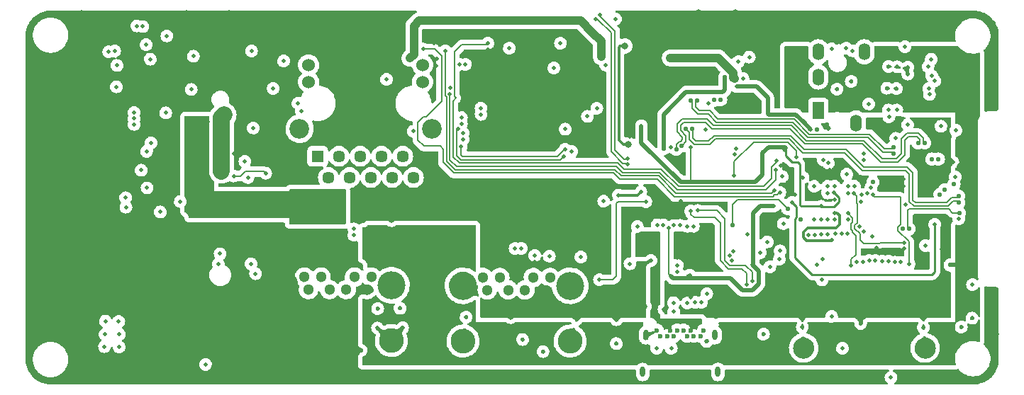
<source format=gbr>
G04 #@! TF.GenerationSoftware,KiCad,Pcbnew,(6.0.7)*
G04 #@! TF.CreationDate,2022-10-31T13:42:49+03:00*
G04 #@! TF.ProjectId,USB_HUB_ADAPTER,5553425f-4855-4425-9f41-444150544552,rev?*
G04 #@! TF.SameCoordinates,Original*
G04 #@! TF.FileFunction,Copper,L4,Inr*
G04 #@! TF.FilePolarity,Positive*
%FSLAX46Y46*%
G04 Gerber Fmt 4.6, Leading zero omitted, Abs format (unit mm)*
G04 Created by KiCad (PCBNEW (6.0.7)) date 2022-10-31 13:42:49*
%MOMM*%
%LPD*%
G01*
G04 APERTURE LIST*
G04 #@! TA.AperFunction,ComponentPad*
%ADD10R,1.400000X2.000000*%
G04 #@! TD*
G04 #@! TA.AperFunction,ComponentPad*
%ADD11O,1.400000X2.000000*%
G04 #@! TD*
G04 #@! TA.AperFunction,ComponentPad*
%ADD12C,3.345000*%
G04 #@! TD*
G04 #@! TA.AperFunction,ComponentPad*
%ADD13C,2.925000*%
G04 #@! TD*
G04 #@! TA.AperFunction,ComponentPad*
%ADD14C,1.300000*%
G04 #@! TD*
G04 #@! TA.AperFunction,ComponentPad*
%ADD15C,0.600000*%
G04 #@! TD*
G04 #@! TA.AperFunction,ComponentPad*
%ADD16O,0.600000X1.200000*%
G04 #@! TD*
G04 #@! TA.AperFunction,ComponentPad*
%ADD17C,3.400000*%
G04 #@! TD*
G04 #@! TA.AperFunction,ComponentPad*
%ADD18C,2.500000*%
G04 #@! TD*
G04 #@! TA.AperFunction,ComponentPad*
%ADD19R,1.446000X1.446000*%
G04 #@! TD*
G04 #@! TA.AperFunction,ComponentPad*
%ADD20C,1.446000*%
G04 #@! TD*
G04 #@! TA.AperFunction,ComponentPad*
%ADD21C,1.530000*%
G04 #@! TD*
G04 #@! TA.AperFunction,ComponentPad*
%ADD22C,2.355000*%
G04 #@! TD*
G04 #@! TA.AperFunction,ViaPad*
%ADD23C,0.500000*%
G04 #@! TD*
G04 #@! TA.AperFunction,ViaPad*
%ADD24C,0.800000*%
G04 #@! TD*
G04 #@! TA.AperFunction,ViaPad*
%ADD25C,0.550000*%
G04 #@! TD*
G04 #@! TA.AperFunction,Conductor*
%ADD26C,0.160000*%
G04 #@! TD*
G04 #@! TA.AperFunction,Conductor*
%ADD27C,0.500000*%
G04 #@! TD*
G04 #@! TA.AperFunction,Conductor*
%ADD28C,0.250000*%
G04 #@! TD*
G04 #@! TA.AperFunction,Conductor*
%ADD29C,2.000000*%
G04 #@! TD*
G04 #@! TA.AperFunction,Conductor*
%ADD30C,0.200000*%
G04 #@! TD*
G04 #@! TA.AperFunction,Conductor*
%ADD31C,1.000000*%
G04 #@! TD*
G04 #@! TA.AperFunction,Conductor*
%ADD32C,0.308000*%
G04 #@! TD*
G04 #@! TA.AperFunction,Conductor*
%ADD33C,0.254000*%
G04 #@! TD*
G04 APERTURE END LIST*
D10*
X191667500Y-86100000D03*
D11*
X196167500Y-87600000D03*
X191667500Y-79100000D03*
X191667500Y-82100000D03*
X197167500Y-79100000D03*
D12*
X140700000Y-107025000D03*
X127900000Y-107025000D03*
D13*
X127900000Y-113625000D03*
X140700000Y-113625000D03*
D14*
X130300000Y-106025000D03*
X132300000Y-106025000D03*
X134300000Y-106025000D03*
X136300000Y-106025000D03*
X138300000Y-106025000D03*
X137800000Y-107525000D03*
X135300000Y-107525000D03*
X133300000Y-107525000D03*
X130800000Y-107525000D03*
D15*
X178000000Y-112400000D03*
X177600000Y-113100000D03*
X176800000Y-113100000D03*
X176400000Y-112400000D03*
X176000000Y-113100000D03*
X175600000Y-112400000D03*
X174800000Y-112400000D03*
X174400000Y-113100000D03*
X174000000Y-112400000D03*
X173600000Y-113100000D03*
X172800000Y-113100000D03*
X172400000Y-112400000D03*
D16*
X171070000Y-112990000D03*
X179330000Y-112990000D03*
X170710000Y-117390000D03*
X179690000Y-117390000D03*
D17*
X189922500Y-108515000D03*
X204422500Y-108515000D03*
D18*
X189922500Y-114515000D03*
X204422500Y-114515000D03*
D19*
X131900000Y-91600000D03*
D20*
X133170000Y-94140000D03*
X134440000Y-91600000D03*
X135710000Y-94140000D03*
X136980000Y-91600000D03*
X138250000Y-94140000D03*
X139520000Y-91600000D03*
X140790000Y-94140000D03*
X142060000Y-91600000D03*
X143330000Y-94140000D03*
D21*
X144415000Y-82700000D03*
X144415000Y-80670000D03*
X130815000Y-82700000D03*
X130815000Y-80670000D03*
D22*
X145490000Y-88300000D03*
X129740000Y-88300000D03*
D14*
X152145000Y-107586000D03*
X154645000Y-107586000D03*
X156645000Y-107586000D03*
X159145000Y-107586000D03*
X159645000Y-106086000D03*
X157645000Y-106086000D03*
X155645000Y-106086000D03*
X153645000Y-106086000D03*
X151645000Y-106086000D03*
D12*
X149245000Y-107086000D03*
D13*
X149245000Y-113686000D03*
X162045000Y-113686000D03*
D12*
X162045000Y-107086000D03*
D23*
X174110000Y-114540000D03*
X177715000Y-109070000D03*
X176965000Y-109070000D03*
X208100000Y-88500000D03*
X210075000Y-106950000D03*
X155200000Y-86800000D03*
X142030000Y-112100000D03*
X157600000Y-85600000D03*
X103000000Y-106750000D03*
X196725000Y-111575000D03*
X119250000Y-78300000D03*
X167570000Y-111140000D03*
X196835000Y-110215000D03*
X174838749Y-103760000D03*
X109800000Y-78400000D03*
X203600000Y-87600000D03*
X164875000Y-97675000D03*
D24*
X177310000Y-76420000D03*
D23*
X207730000Y-92260000D03*
X155490000Y-98310000D03*
X155950000Y-109950000D03*
X171010000Y-109540000D03*
X202050000Y-97350000D03*
X201750000Y-110540000D03*
X198350000Y-87250000D03*
X157775000Y-104250000D03*
X201850000Y-94350000D03*
X137100000Y-114800000D03*
X97390000Y-112970000D03*
D24*
X179640000Y-75230000D03*
D23*
X165750000Y-103750000D03*
X169876998Y-86032363D03*
X140690000Y-99290000D03*
X149620000Y-110830000D03*
X208740000Y-112010000D03*
X137260000Y-99350000D03*
D24*
X172480000Y-78500000D03*
D23*
X128690000Y-111290000D03*
X122050000Y-118520000D03*
X176475000Y-108450000D03*
X114150000Y-91050000D03*
X157400000Y-78600000D03*
X153540000Y-109700000D03*
X192880000Y-88320000D03*
X199850000Y-83450000D03*
X147700500Y-83362000D03*
X134200000Y-113450000D03*
X173250000Y-109900000D03*
X204000000Y-74500000D03*
X177180000Y-104440000D03*
X155200000Y-88200000D03*
X133150000Y-109800000D03*
X131025000Y-104525000D03*
X119200000Y-79550000D03*
X201889500Y-102650001D03*
X137770000Y-88820000D03*
X212550000Y-111590000D03*
X129754500Y-81690000D03*
X207330000Y-89260000D03*
X154902413Y-80542168D03*
X130050000Y-115810000D03*
X156400000Y-85600000D03*
D24*
X175620000Y-75240000D03*
D23*
X155200000Y-89600000D03*
X195610000Y-82620000D03*
X206419401Y-102673640D03*
X157600000Y-88200000D03*
X193900000Y-83550000D03*
D24*
X161740000Y-79800000D03*
X181780000Y-74399500D03*
D23*
X108100000Y-75350000D03*
X167560000Y-113990000D03*
X121874500Y-91300000D03*
X201100000Y-80900000D03*
X98000000Y-110750000D03*
X168960000Y-118230000D03*
X115150000Y-85950000D03*
X158800000Y-114950000D03*
X157600000Y-86800000D03*
X158800000Y-78800000D03*
X128720000Y-109920000D03*
X106600000Y-86200000D03*
X152500000Y-104375000D03*
X156400000Y-86800000D03*
X167570000Y-108470000D03*
X185130000Y-109480000D03*
X171674500Y-104065500D03*
X139060000Y-109810000D03*
X138300000Y-85350000D03*
X162122411Y-100447945D03*
X178320000Y-113740000D03*
X115730000Y-98980000D03*
X200050000Y-80850000D03*
X156350000Y-113500000D03*
X212170000Y-110580000D03*
X136390000Y-109210000D03*
X189760000Y-112030000D03*
X157600000Y-89600000D03*
X100000000Y-81350000D03*
X165433129Y-83203129D03*
X165490000Y-81660000D03*
X119480000Y-107990000D03*
X202350000Y-80950000D03*
X182780000Y-118160000D03*
X133850000Y-102675000D03*
X156400000Y-88200000D03*
X187185376Y-92752608D03*
X185600000Y-103530000D03*
X141740000Y-109770000D03*
X141886444Y-80736444D03*
X201000000Y-83500000D03*
X139040000Y-112140000D03*
X195950000Y-118450000D03*
X101850000Y-82250000D03*
X146000000Y-80800000D03*
X213030000Y-112860000D03*
X193580000Y-96780000D03*
X102200000Y-104710000D03*
X187960000Y-118100000D03*
X136490000Y-85710000D03*
X204220000Y-112060000D03*
X166500000Y-103250000D03*
X205100000Y-89300000D03*
X101650000Y-81550000D03*
X100450000Y-106800000D03*
X123810000Y-114270000D03*
X188875500Y-96170000D03*
X110160000Y-117220000D03*
X163840000Y-84400000D03*
X154940000Y-110890000D03*
X110850000Y-80850000D03*
D24*
X177390000Y-74399500D03*
D23*
X210030000Y-110950000D03*
X198587029Y-102549500D03*
X201050000Y-94350000D03*
X105550000Y-76700000D03*
X119700000Y-82500000D03*
X191980000Y-99170000D03*
X102510000Y-86190000D03*
D24*
X181830000Y-76430000D03*
D23*
X202350000Y-81750000D03*
X155200000Y-85600000D03*
X169150000Y-89274500D03*
X185120000Y-112860000D03*
X151580000Y-81350000D03*
X182630000Y-84210000D03*
X162820000Y-111090000D03*
X156400000Y-89600000D03*
X163663261Y-81266739D03*
X137050000Y-104625000D03*
X201800000Y-95150000D03*
X110550000Y-81750000D03*
X103740000Y-74380000D03*
X121340000Y-74310000D03*
X116260000Y-74340000D03*
X109480000Y-74560000D03*
X138400000Y-80550000D03*
X152200000Y-78800000D03*
X146100000Y-79900000D03*
X193060000Y-93230000D03*
X145760000Y-78040000D03*
X138720000Y-75540000D03*
X141110000Y-75060000D03*
X191500000Y-104525000D03*
X176434500Y-90500000D03*
X206300000Y-88000000D03*
X140125000Y-82400000D03*
X170550000Y-87950000D03*
X166050000Y-96965500D03*
X181906741Y-83234131D03*
X200100000Y-86850000D03*
X204450000Y-102275000D03*
X106950000Y-79100000D03*
X200925000Y-89450000D03*
X162240000Y-91000000D03*
X187731487Y-90813737D03*
X169190000Y-104440500D03*
X116800000Y-83600000D03*
X191990000Y-97580000D03*
X200350000Y-118050000D03*
X190756871Y-88368129D03*
X164100000Y-86825000D03*
X183225500Y-100928000D03*
X193574022Y-95963382D03*
X202007439Y-78483951D03*
X124000000Y-79000000D03*
X189850000Y-94125000D03*
X198100000Y-101175000D03*
X118500000Y-116500000D03*
X106512500Y-112887500D03*
X187102348Y-102901563D03*
X187490000Y-99632500D03*
X108212500Y-112887500D03*
X193250000Y-110750000D03*
X108150000Y-111350000D03*
X108200000Y-114400000D03*
X120700000Y-86650000D03*
X106550000Y-111300000D03*
X120425000Y-93349390D03*
X106450000Y-114350000D03*
X121875000Y-93950000D03*
X125690000Y-93610000D03*
X113750000Y-86400000D03*
X176307749Y-105800000D03*
X170050000Y-100000000D03*
D24*
X165775000Y-79700000D03*
D23*
X173797361Y-100147498D03*
D24*
X142925000Y-79875000D03*
D23*
X186370000Y-97525000D03*
X181650000Y-82320000D03*
X178550000Y-85300000D03*
D24*
X173999501Y-79827535D03*
D23*
X178200000Y-88400000D03*
X174042535Y-90476858D03*
X176000000Y-99966672D03*
X174849431Y-104625000D03*
X176750000Y-99966672D03*
X174849431Y-105375000D03*
X181890500Y-90654173D03*
X181668685Y-91317573D03*
X175280000Y-98120000D03*
X175250000Y-96950000D03*
X175350000Y-93480000D03*
X195177327Y-100816811D03*
X195200000Y-99175000D03*
X193587500Y-99180000D03*
X195200000Y-95175000D03*
X192787500Y-95180000D03*
X193587500Y-95180000D03*
X196770000Y-97010000D03*
X195970000Y-95180000D03*
X191190000Y-95190000D03*
X192787500Y-99180000D03*
X191187500Y-99180000D03*
X192764612Y-95976251D03*
X193300000Y-101591000D03*
X192084404Y-106379500D03*
X193587500Y-98380000D03*
X194550000Y-114550000D03*
X195190000Y-98380000D03*
X195601220Y-104687777D03*
X160891569Y-78079500D03*
X161450000Y-88350000D03*
X178350000Y-108024500D03*
X163318791Y-103630050D03*
X167450000Y-75160500D03*
X165220000Y-85840000D03*
D25*
X180531167Y-82093833D03*
X173190000Y-90660000D03*
D23*
X166270000Y-80649500D03*
X154784500Y-78662500D03*
X160102234Y-81033057D03*
X130500000Y-97250000D03*
X130500000Y-98500000D03*
X118000000Y-87500000D03*
X130500000Y-96250000D03*
X129500000Y-97250000D03*
X129500000Y-96250000D03*
X118750000Y-87500000D03*
X117250000Y-87500000D03*
X129500000Y-98500000D03*
X127835250Y-80200000D03*
X129950000Y-86200000D03*
X129550000Y-85250000D03*
X126575000Y-83475000D03*
X173175000Y-99785587D03*
X155475000Y-102598579D03*
X172425000Y-99785587D03*
X156225000Y-102598579D03*
X175187500Y-99865498D03*
X159550000Y-103525000D03*
X157825000Y-103450000D03*
X174437500Y-99865498D03*
X176050000Y-109125000D03*
X174399414Y-109099414D03*
X172375000Y-114550000D03*
D25*
X179270501Y-84875000D03*
X180018475Y-84827154D03*
D23*
X136224502Y-100275000D03*
X136224502Y-101025000D03*
X197030000Y-104243189D03*
X191245275Y-101040944D03*
X190495275Y-101040944D03*
X196280000Y-104243189D03*
X198484111Y-104070613D03*
X192762500Y-100949825D03*
X197734111Y-104070613D03*
X192012500Y-100949825D03*
X200030000Y-104126190D03*
X194480172Y-100874071D03*
X193730172Y-100874071D03*
X199280000Y-104126190D03*
X196554883Y-100034834D03*
X201530000Y-104255713D03*
X197085215Y-100565166D03*
X200780000Y-104255713D03*
X149275000Y-88825000D03*
X149275000Y-89575000D03*
X149050000Y-86975000D03*
X149050000Y-87725000D03*
X151400500Y-85825000D03*
X151400500Y-86575000D03*
X149550000Y-80600000D03*
X148800000Y-80600000D03*
X171025000Y-103175000D03*
X171125000Y-101800000D03*
X170200000Y-101800000D03*
X170330000Y-102400000D03*
X170400000Y-103200000D03*
X171100000Y-102500000D03*
X140400000Y-101200000D03*
X139800000Y-100400000D03*
X138800000Y-100400000D03*
X140400000Y-100400000D03*
D24*
X208600000Y-92800000D03*
X188800000Y-81600000D03*
X189200000Y-80200000D03*
X188000000Y-82600000D03*
D25*
X207410000Y-104600000D03*
D24*
X189200000Y-82600000D03*
X208800000Y-100600000D03*
D23*
X138800000Y-101200000D03*
X139800000Y-101200000D03*
D24*
X188200000Y-80200000D03*
D23*
X192220000Y-103920000D03*
X185891054Y-104800500D03*
X187010000Y-103900500D03*
X202490000Y-104470000D03*
D25*
X189600000Y-99160000D03*
D23*
X198180000Y-96200000D03*
D25*
X205215654Y-91918211D03*
X206015654Y-91918211D03*
X206192157Y-96157843D03*
X206757843Y-95592157D03*
X202505500Y-100250000D03*
X208483081Y-98350000D03*
X201755997Y-100250000D03*
X207875000Y-94925000D03*
X203575000Y-89975000D03*
X175350000Y-90350000D03*
X204375000Y-89975000D03*
X174714589Y-90747500D03*
X200609340Y-91284526D03*
X176425000Y-84925722D03*
X177225000Y-84925722D03*
X200609340Y-90484526D03*
D23*
X112010500Y-89975000D03*
X111475000Y-91000000D03*
X110825000Y-93250000D03*
X111527084Y-95364973D03*
X108975000Y-96550000D03*
X109000000Y-97675000D03*
X110325500Y-76000000D03*
X165617833Y-74637501D03*
X168925000Y-91825000D03*
X165087501Y-75167833D03*
X111021179Y-76073031D03*
X168925000Y-92575000D03*
X111424501Y-78250000D03*
X111900000Y-79978466D03*
X124200000Y-88200000D03*
X113900000Y-77190500D03*
X123210500Y-92175000D03*
X117050000Y-79625000D03*
X123570500Y-94124502D03*
X109985500Y-87774006D03*
X123945500Y-104450000D03*
X124475000Y-105625000D03*
X109985500Y-87074503D03*
X109985500Y-86375000D03*
X107875000Y-83275000D03*
X174420000Y-110160000D03*
X208023892Y-94048187D03*
X183775000Y-106506272D03*
X177250000Y-98075000D03*
X208458081Y-99075000D03*
X183100000Y-106900000D03*
X176450000Y-98125000D03*
X144525000Y-78779500D03*
X187079248Y-95920376D03*
X152215500Y-78079500D03*
X186669113Y-92081362D03*
X186632291Y-93180862D03*
X147675000Y-84125000D03*
X147125000Y-78975000D03*
X186424414Y-95674414D03*
D25*
X188025000Y-97850000D03*
X191481028Y-88390500D03*
X181460000Y-99850000D03*
X176608025Y-88323843D03*
X208446449Y-96350000D03*
X208446449Y-97150000D03*
X175829591Y-88329591D03*
D23*
X149032343Y-90450000D03*
X143300500Y-88600000D03*
X161415500Y-90746770D03*
X161301056Y-91576056D03*
X148626071Y-88281407D03*
X170480000Y-95860000D03*
X167817000Y-96230000D03*
X113100000Y-98250000D03*
X120025000Y-104475000D03*
X120250000Y-103250000D03*
X115500000Y-97000000D03*
X189075212Y-91673101D03*
X181625000Y-93859500D03*
X195074510Y-93738370D03*
D24*
X168600000Y-78400000D03*
X169000000Y-90200000D03*
D23*
X107925000Y-80725000D03*
X107660500Y-79000000D03*
X200050000Y-86062000D03*
X197675000Y-85325000D03*
X195775000Y-78975000D03*
X193250000Y-78725000D03*
X195190000Y-95980000D03*
X195888641Y-96014714D03*
X201901345Y-101950599D03*
X165550000Y-106350500D03*
X171080000Y-97010000D03*
X195000000Y-78650000D03*
X205564287Y-99725713D03*
X188511294Y-97130732D03*
X187350500Y-94010905D03*
X201030500Y-86062000D03*
X204775000Y-80875000D03*
X181053024Y-103463065D03*
X181356871Y-104093129D03*
X205160500Y-79975000D03*
X181500000Y-102925000D03*
X205200000Y-81950000D03*
X205575000Y-82575000D03*
X184750000Y-103125000D03*
X183425000Y-79725000D03*
X182665500Y-82283534D03*
X204850000Y-83500000D03*
X182136000Y-80265500D03*
X204930180Y-84194892D03*
X185589500Y-101825000D03*
X202330000Y-87840000D03*
X196854333Y-96149953D03*
X197550125Y-96042514D03*
X197963065Y-95333153D03*
D25*
X198200000Y-94675000D03*
D23*
X192850862Y-92403913D03*
X192260000Y-92029500D03*
X197073198Y-92063544D03*
X197073198Y-91313544D03*
D26*
X199019401Y-101950599D02*
X201901345Y-101950599D01*
X198950000Y-102020000D02*
X199019401Y-101950599D01*
X197060000Y-102020000D02*
X198950000Y-102020000D01*
X196650000Y-101610000D02*
X197060000Y-102020000D01*
X196650000Y-100879485D02*
X196650000Y-101610000D01*
X196024883Y-100254368D02*
X196650000Y-100879485D01*
X196024883Y-99815300D02*
X196024883Y-100254368D01*
X196240000Y-97229534D02*
X196300000Y-97289534D01*
X196300000Y-97289534D02*
X196300000Y-99540183D01*
X196300000Y-99540183D02*
X196024883Y-99815300D01*
X196240000Y-96366073D02*
X196240000Y-97229534D01*
X195888641Y-96014714D02*
X196240000Y-96366073D01*
D27*
X184150000Y-94650000D02*
X185000000Y-93800000D01*
X185000000Y-93800000D02*
X185000000Y-91225000D01*
D26*
X176434500Y-90500000D02*
X176434500Y-91165500D01*
D27*
X185625000Y-84575000D02*
X185625000Y-86450000D01*
D28*
X189200000Y-92275000D02*
X188500000Y-92275000D01*
X192050000Y-97640000D02*
X191990000Y-97580000D01*
X188500000Y-92275000D02*
X187775000Y-91550000D01*
D27*
X185765000Y-86590000D02*
X188979448Y-86590000D01*
D28*
X189450000Y-92525000D02*
X189200000Y-92275000D01*
D27*
X189964448Y-87575706D02*
X190756871Y-88368129D01*
D28*
X189605000Y-97580000D02*
X189450000Y-97425000D01*
D27*
X181932610Y-83260000D02*
X184310000Y-83260000D01*
D26*
X176434500Y-94634500D02*
X176450000Y-94650000D01*
D27*
X189964448Y-87575000D02*
X189964448Y-87575706D01*
D28*
X189700000Y-93975000D02*
X189850000Y-94125000D01*
D27*
X188979448Y-86590000D02*
X189964448Y-87575000D01*
D28*
X193574022Y-95963382D02*
X193576555Y-95963382D01*
D27*
X186550000Y-90500000D02*
X187417750Y-90500000D01*
X187417750Y-90500000D02*
X187731487Y-90813737D01*
X185725000Y-90500000D02*
X186550000Y-90500000D01*
X175220000Y-94650000D02*
X176450000Y-94650000D01*
X184310000Y-83260000D02*
X185625000Y-84575000D01*
X185625000Y-86450000D02*
X185765000Y-86590000D01*
D28*
X187775000Y-91550000D02*
X187775000Y-90600000D01*
X191990000Y-97580000D02*
X190405000Y-97580000D01*
D27*
X187675000Y-90500000D02*
X187775000Y-90600000D01*
D28*
X189450000Y-97425000D02*
X189450000Y-93975000D01*
D27*
X170550000Y-87950000D02*
X170550000Y-89980000D01*
X170550000Y-89980000D02*
X175220000Y-94650000D01*
D28*
X194155000Y-96541827D02*
X194155000Y-97018173D01*
D26*
X176434500Y-91165500D02*
X176434500Y-94634500D01*
D28*
X189450000Y-93975000D02*
X189700000Y-93975000D01*
D27*
X176450000Y-94650000D02*
X184150000Y-94650000D01*
D28*
X194155000Y-97018173D02*
X193533173Y-97640000D01*
D27*
X181906741Y-83234131D02*
X181932610Y-83260000D01*
D28*
X189450000Y-93975000D02*
X189450000Y-92525000D01*
X190405000Y-97580000D02*
X189605000Y-97580000D01*
X193533173Y-97640000D02*
X192050000Y-97640000D01*
X193576555Y-95963382D02*
X194155000Y-96541827D01*
D27*
X186550000Y-90500000D02*
X187675000Y-90500000D01*
X185000000Y-91225000D02*
X185725000Y-90500000D01*
D29*
X120700000Y-86650000D02*
X120425000Y-86925000D01*
X120425000Y-86925000D02*
X120425000Y-93349390D01*
D30*
X121875000Y-93950000D02*
X122700000Y-93950000D01*
X122700000Y-93950000D02*
X123225000Y-93425000D01*
X123225000Y-93425000D02*
X125505000Y-93425000D01*
X125505000Y-93425000D02*
X125690000Y-93610000D01*
D27*
X183800000Y-107625000D02*
X184550000Y-106875000D01*
D31*
X144025000Y-75350000D02*
X161400000Y-75350000D01*
D30*
X173797361Y-105647361D02*
X174050000Y-105900000D01*
D27*
X184550000Y-106875000D02*
X184550000Y-105325000D01*
D31*
X161400000Y-75350000D02*
X163275000Y-75350000D01*
X181550000Y-82220000D02*
X181550000Y-81625000D01*
X181550000Y-81625000D02*
X179752535Y-79827535D01*
D27*
X184750000Y-97525000D02*
X186375000Y-97525000D01*
D31*
X163275000Y-75350000D02*
X164700000Y-76775000D01*
D27*
X184550000Y-105325000D02*
X183800000Y-104575000D01*
D31*
X142925000Y-79875000D02*
X143375000Y-79425000D01*
D27*
X176125000Y-106175000D02*
X176125000Y-105982749D01*
X183800000Y-104575000D02*
X183925000Y-104450000D01*
D30*
X173797361Y-100147498D02*
X173797361Y-105647361D01*
D31*
X164700000Y-76775000D02*
X165775000Y-77850000D01*
D27*
X183925000Y-104450000D02*
X183925000Y-98350000D01*
D31*
X165775000Y-77850000D02*
X165775000Y-79700000D01*
D27*
X176125000Y-106175000D02*
X181150000Y-106175000D01*
D31*
X179752535Y-79827535D02*
X173999501Y-79827535D01*
D27*
X182575000Y-107600000D02*
X183775000Y-107600000D01*
X181150000Y-106175000D02*
X182575000Y-107600000D01*
X183775000Y-107600000D02*
X183800000Y-107625000D01*
D31*
X143375000Y-76000000D02*
X144025000Y-75350000D01*
D27*
X174050000Y-105900000D02*
X174325000Y-106175000D01*
X174325000Y-106175000D02*
X176125000Y-106175000D01*
X183925000Y-98350000D02*
X184750000Y-97525000D01*
D31*
X181650000Y-82320000D02*
X181550000Y-82220000D01*
D27*
X176125000Y-105982749D02*
X176307749Y-105800000D01*
D31*
X143375000Y-79425000D02*
X143375000Y-76000000D01*
D32*
X193300000Y-101591000D02*
X193246056Y-101644944D01*
X190245090Y-101644944D02*
X189891275Y-101291129D01*
X194191500Y-99728500D02*
X194191500Y-98671500D01*
X193770000Y-100150000D02*
X194191500Y-99728500D01*
X190400000Y-100150000D02*
X193770000Y-100150000D01*
X193900000Y-98380000D02*
X193587500Y-98380000D01*
X189891275Y-100658725D02*
X190400000Y-100150000D01*
X194191500Y-98671500D02*
X193900000Y-98380000D01*
X193246056Y-101644944D02*
X190245090Y-101644944D01*
X189891275Y-101291129D02*
X189891275Y-100658725D01*
D30*
X195700000Y-100642673D02*
X196150000Y-101092673D01*
X195600000Y-103920000D02*
X195600000Y-104686557D01*
X195700000Y-100460000D02*
X195700000Y-100642673D01*
X195560000Y-99660000D02*
X195560000Y-100320000D01*
X195750000Y-98947182D02*
X195750000Y-99470000D01*
X195190000Y-98380000D02*
X195190000Y-98387182D01*
X195560000Y-100320000D02*
X195700000Y-100460000D01*
X195750000Y-99470000D02*
X195560000Y-99660000D01*
X196150000Y-103370000D02*
X195600000Y-103920000D01*
X196150000Y-101092673D02*
X196150000Y-103370000D01*
X195600000Y-104686557D02*
X195601220Y-104687777D01*
X195190000Y-98387182D02*
X195750000Y-98947182D01*
D27*
X180280000Y-83930000D02*
X175880000Y-83930000D01*
X180531167Y-83678833D02*
X180280000Y-83930000D01*
X180531167Y-82093833D02*
X180531167Y-83678833D01*
X173190000Y-86620000D02*
X173190000Y-90660000D01*
X175880000Y-83930000D02*
X173190000Y-86620000D01*
D32*
X170400000Y-103200000D02*
X170400000Y-102600000D01*
D33*
X174000000Y-111580000D02*
X174170000Y-111410000D01*
X176400000Y-111630000D02*
X176400000Y-112400000D01*
D32*
X171000000Y-103200000D02*
X171000000Y-102400000D01*
D33*
X174000000Y-112400000D02*
X174000000Y-111580000D01*
X174170000Y-111410000D02*
X176180000Y-111410000D01*
X176180000Y-111410000D02*
X176400000Y-111630000D01*
D27*
X209400000Y-100600000D02*
X209650000Y-100850000D01*
X209650000Y-100850000D02*
X209650000Y-103800000D01*
X209650000Y-103800000D02*
X208850000Y-104600000D01*
X208850000Y-104600000D02*
X207410000Y-104600000D01*
X208800000Y-100600000D02*
X209400000Y-100600000D01*
D26*
X201181388Y-100039720D02*
X201181388Y-100481108D01*
X198390000Y-96410000D02*
X201370000Y-96410000D01*
X202490000Y-101789720D02*
X202490000Y-104470000D01*
X201181388Y-100481108D02*
X202490000Y-101789720D01*
X201290554Y-99930554D02*
X201181388Y-100039720D01*
X201470000Y-99751108D02*
X201290554Y-99930554D01*
X198180000Y-96200000D02*
X198390000Y-96410000D01*
X201370000Y-96410000D02*
X201470000Y-96510000D01*
X201470000Y-96510000D02*
X201470000Y-99751108D01*
X202505500Y-100250000D02*
X202375000Y-100119500D01*
X202510000Y-97915000D02*
X207240000Y-97915000D01*
X202375000Y-100119500D02*
X202375000Y-98050000D01*
X207240000Y-97915000D02*
X207675000Y-98350000D01*
X202375000Y-98050000D02*
X202510000Y-97915000D01*
X207675000Y-98350000D02*
X208483081Y-98350000D01*
X175232407Y-87859012D02*
X175569971Y-87521448D01*
X203471668Y-89261582D02*
X203770000Y-89559914D01*
X178206534Y-87521448D02*
X178984586Y-88299500D01*
X203575000Y-89754828D02*
X203575000Y-89975000D01*
X196940086Y-90130000D02*
X199090086Y-92280000D01*
X203770000Y-89780000D02*
X203575000Y-89975000D01*
X199090086Y-92280000D02*
X201159914Y-92280000D01*
X203770000Y-89559914D02*
X203770000Y-89780000D01*
X188259586Y-88299500D02*
X190090086Y-90130000D01*
X178984586Y-88299500D02*
X188259586Y-88299500D01*
X202005000Y-89684914D02*
X202428332Y-89261582D01*
X175379117Y-90350000D02*
X175855000Y-89874117D01*
X175855000Y-89140086D02*
X175232407Y-88517493D01*
X175855000Y-89874117D02*
X175855000Y-89140086D01*
X202005000Y-91434914D02*
X202005000Y-89684914D01*
X175232407Y-88517493D02*
X175232407Y-87859012D01*
X175350000Y-90350000D02*
X175379117Y-90350000D01*
X201159914Y-92280000D02*
X202005000Y-91434914D01*
X175569971Y-87521448D02*
X178206534Y-87521448D01*
X190090086Y-90130000D02*
X196940086Y-90130000D01*
X202428332Y-89261582D02*
X203471668Y-89261582D01*
X197109914Y-89720000D02*
X190259914Y-89720000D01*
X204180000Y-89780000D02*
X204180000Y-89390086D01*
X174822407Y-87689184D02*
X174822407Y-88687321D01*
X175400143Y-87111448D02*
X174822407Y-87689184D01*
X203641496Y-88851582D02*
X202258504Y-88851582D01*
X174714589Y-90200522D02*
X174714589Y-90747500D01*
X199259914Y-91870000D02*
X197109914Y-89720000D01*
X178376362Y-87111448D02*
X175400143Y-87111448D01*
X175120111Y-89795000D02*
X174714589Y-90200522D01*
X188429414Y-87889500D02*
X179154414Y-87889500D01*
X174822407Y-88687321D02*
X175445000Y-89309914D01*
X175445000Y-89309914D02*
X175445000Y-89580000D01*
X175445000Y-89580000D02*
X175230000Y-89795000D01*
X204180000Y-89390086D02*
X203641496Y-88851582D01*
X204375000Y-89975000D02*
X204180000Y-89780000D01*
X201595000Y-89515086D02*
X201595000Y-91265086D01*
X190259914Y-89720000D02*
X188429414Y-87889500D01*
X175230000Y-89795000D02*
X175120111Y-89795000D01*
X179154414Y-87889500D02*
X178376362Y-87111448D01*
X200990086Y-91870000D02*
X199259914Y-91870000D01*
X201595000Y-91265086D02*
X200990086Y-91870000D01*
X202258504Y-88851582D02*
X201595000Y-89515086D01*
X190415086Y-89355000D02*
X188590086Y-87530000D01*
X188590086Y-87530000D02*
X179504718Y-87530000D01*
X176620000Y-85859914D02*
X176620000Y-85120722D01*
X200609340Y-91284526D02*
X200414340Y-91089526D01*
X200414340Y-91089526D02*
X199374612Y-91089526D01*
X179504718Y-87530000D02*
X178529718Y-86555000D01*
X176620000Y-85120722D02*
X176425000Y-84925722D01*
X178529718Y-86555000D02*
X177315086Y-86555000D01*
X177315086Y-86555000D02*
X176620000Y-85859914D01*
X199374612Y-91089526D02*
X197640086Y-89355000D01*
X197640086Y-89355000D02*
X190415086Y-89355000D01*
X199544440Y-90679526D02*
X197809914Y-88945000D01*
X177030000Y-85690086D02*
X177030000Y-85120722D01*
X190584914Y-88945000D02*
X188759914Y-87120000D01*
X197809914Y-88945000D02*
X190584914Y-88945000D01*
X177484914Y-86145000D02*
X177030000Y-85690086D01*
X177030000Y-85120722D02*
X177225000Y-84925722D01*
X200414340Y-90679526D02*
X199544440Y-90679526D01*
X188759914Y-87120000D02*
X179674546Y-87120000D01*
X178699546Y-86145000D02*
X177484914Y-86145000D01*
X200609340Y-90484526D02*
X200414340Y-90679526D01*
X179674546Y-87120000D02*
X178699546Y-86145000D01*
D30*
X168925000Y-91825000D02*
X168775001Y-91974999D01*
X165617833Y-74849634D02*
X165617833Y-74637501D01*
X168775001Y-91974999D02*
X168518199Y-91974999D01*
X167400000Y-76631800D02*
X165617833Y-74849634D01*
X168518199Y-91974999D02*
X167400000Y-90856800D01*
X167400000Y-90856800D02*
X167400000Y-76631800D01*
X168925000Y-92575000D02*
X168775001Y-92425001D01*
X166950000Y-76818200D02*
X165299634Y-75167833D01*
X168331801Y-92425001D02*
X166950000Y-91043200D01*
X165299634Y-75167833D02*
X165087501Y-75167833D01*
X166950000Y-91043200D02*
X166950000Y-76818200D01*
X168775001Y-92425001D02*
X168331801Y-92425001D01*
X181129053Y-104643129D02*
X180503024Y-104017100D01*
X182968129Y-104643129D02*
X181129053Y-104643129D01*
X179550000Y-98075000D02*
X177250000Y-98075000D01*
X183775000Y-106506272D02*
X183775000Y-105450000D01*
X180503024Y-104017100D02*
X180503024Y-99028024D01*
X180503024Y-99028024D02*
X179550000Y-98075000D01*
X183775000Y-105450000D02*
X182968129Y-104643129D01*
X180963367Y-105043129D02*
X179950000Y-104029762D01*
X176850000Y-98925000D02*
X176450000Y-98525000D01*
X176450000Y-98525000D02*
X176450000Y-98125000D01*
X179275000Y-98925000D02*
X176850000Y-98925000D01*
X179950000Y-104029762D02*
X179950000Y-99600000D01*
X182568129Y-105043129D02*
X180963367Y-105043129D01*
X183100000Y-106900000D02*
X183100000Y-105575000D01*
X179950000Y-99600000D02*
X179275000Y-98925000D01*
X183100000Y-105575000D02*
X182568129Y-105043129D01*
X148143629Y-93600000D02*
X146875000Y-92331370D01*
X146675000Y-85050000D02*
X146675000Y-79600000D01*
X146525000Y-90375000D02*
X144575000Y-90375000D01*
X186440100Y-96224414D02*
X186264513Y-96400000D01*
X144525000Y-86900000D02*
X144825000Y-86900000D01*
X146875000Y-92331370D02*
X146875000Y-90725000D01*
X167244056Y-93600000D02*
X148143629Y-93600000D01*
X172420124Y-94325000D02*
X167969056Y-94325000D01*
X145854500Y-78779500D02*
X144525000Y-78779500D01*
X143850000Y-87575000D02*
X144525000Y-86900000D01*
X186775210Y-96224414D02*
X186440100Y-96224414D01*
X144825000Y-86900000D02*
X146675000Y-85050000D01*
X174495124Y-96400000D02*
X172420124Y-94325000D01*
X186264513Y-96400000D02*
X174495124Y-96400000D01*
X146675000Y-79600000D02*
X145854500Y-78779500D01*
X187079248Y-95920376D02*
X186775210Y-96224414D01*
X143850000Y-89650000D02*
X143850000Y-87575000D01*
X146875000Y-90725000D02*
X146525000Y-90375000D01*
X167969056Y-94325000D02*
X167244056Y-93600000D01*
X144575000Y-90375000D02*
X143850000Y-89650000D01*
X186669113Y-92081362D02*
X186669113Y-92306360D01*
X168466114Y-93125000D02*
X167741114Y-92400000D01*
X186125000Y-93825000D02*
X186125000Y-94250000D01*
X149100000Y-78250000D02*
X152045000Y-78250000D01*
X174992182Y-95200000D02*
X172917182Y-93125000D01*
X148075000Y-91675000D02*
X148075000Y-84975000D01*
X148800000Y-92400000D02*
X148075000Y-91675000D01*
X148075000Y-84975000D02*
X148425000Y-84625000D01*
X186082791Y-92892682D02*
X186082791Y-93782791D01*
X152045000Y-78250000D02*
X152215500Y-78079500D01*
X186669113Y-92306360D02*
X186082791Y-92892682D01*
X186082791Y-93782791D02*
X186125000Y-93825000D01*
X148425000Y-84625000D02*
X148250000Y-84450000D01*
X172917182Y-93125000D02*
X168466114Y-93125000D01*
X185175000Y-95200000D02*
X174992182Y-95200000D01*
X186125000Y-94250000D02*
X185175000Y-95200000D01*
X167741114Y-92400000D02*
X148800000Y-92400000D01*
X148250000Y-79100000D02*
X149100000Y-78250000D01*
X148250000Y-84450000D02*
X148250000Y-79100000D01*
X172751496Y-93525000D02*
X168300428Y-93525000D01*
X186632291Y-93180862D02*
X186600000Y-93213153D01*
X147675000Y-92000000D02*
X147675000Y-84125000D01*
X186600000Y-93213153D02*
X186600000Y-94425000D01*
X186600000Y-94425000D02*
X185425000Y-95600000D01*
X185425000Y-95600000D02*
X174826496Y-95600000D01*
X148475000Y-92800000D02*
X147675000Y-92000000D01*
X168300428Y-93525000D02*
X167575428Y-92800000D01*
X174826496Y-95600000D02*
X172751496Y-93525000D01*
X167575428Y-92800000D02*
X148475000Y-92800000D01*
X186098828Y-96000000D02*
X174660810Y-96000000D01*
X172585810Y-93925000D02*
X168134742Y-93925000D01*
X148309314Y-93200000D02*
X147275000Y-92165685D01*
X147275000Y-92165685D02*
X147275000Y-84502818D01*
X167409742Y-93200000D02*
X148309314Y-93200000D01*
X147125000Y-84352818D02*
X147125000Y-78975000D01*
X147275000Y-84502818D02*
X147125000Y-84352818D01*
X168134742Y-93925000D02*
X167409742Y-93200000D01*
X186424414Y-95674414D02*
X186098828Y-96000000D01*
X174660810Y-96000000D02*
X172585810Y-93925000D01*
X182000000Y-96800000D02*
X181460000Y-97340000D01*
X181460000Y-97340000D02*
X181460000Y-99850000D01*
X188025000Y-97850000D02*
X186975000Y-96800000D01*
X186975000Y-96800000D02*
X182000000Y-96800000D01*
D26*
X202955000Y-96840086D02*
X203259914Y-97145000D01*
X176608025Y-88323843D02*
X176680000Y-88395818D01*
X178565086Y-89770000D02*
X179215086Y-89120000D01*
X203259914Y-97145000D02*
X207015086Y-97145000D01*
X197084914Y-92870000D02*
X202284914Y-92870000D01*
X208251449Y-96545000D02*
X208446449Y-96350000D01*
X176680000Y-88395818D02*
X176680000Y-89415086D01*
X177034914Y-89770000D02*
X178565086Y-89770000D01*
X188359914Y-89120000D02*
X190009914Y-90770000D01*
X190009914Y-90770000D02*
X194984914Y-90770000D01*
X202955000Y-93540086D02*
X202955000Y-96840086D01*
X194984914Y-90770000D02*
X197084914Y-92870000D01*
X179215086Y-89120000D02*
X188359914Y-89120000D01*
X176680000Y-89415086D02*
X177034914Y-89770000D01*
X207615086Y-96545000D02*
X208251449Y-96545000D01*
X207015086Y-97145000D02*
X207615086Y-96545000D01*
X202284914Y-92870000D02*
X202955000Y-93540086D01*
X179384914Y-89530000D02*
X188190086Y-89530000D01*
X207184914Y-97555000D02*
X207784914Y-96955000D01*
X176865086Y-90180000D02*
X178734914Y-90180000D01*
X202545000Y-93709914D02*
X202545000Y-97009914D01*
X194815086Y-91180000D02*
X196915086Y-93280000D01*
X202115086Y-93280000D02*
X202545000Y-93709914D01*
X196915086Y-93280000D02*
X202115086Y-93280000D01*
X189840086Y-91180000D02*
X194815086Y-91180000D01*
X202545000Y-97009914D02*
X203090086Y-97555000D01*
X188190086Y-89530000D02*
X189840086Y-91180000D01*
X175829591Y-88329591D02*
X176270000Y-88770000D01*
X207784914Y-96955000D02*
X208251449Y-96955000D01*
X178734914Y-90180000D02*
X179384914Y-89530000D01*
X203090086Y-97555000D02*
X207184914Y-97555000D01*
X208251449Y-96955000D02*
X208446449Y-97150000D01*
X176270000Y-88770000D02*
X176270000Y-89584914D01*
X176270000Y-89584914D02*
X176865086Y-90180000D01*
D30*
X149131372Y-91600000D02*
X148990686Y-91459314D01*
X149032343Y-91417657D02*
X149032343Y-90450000D01*
X161353230Y-90746770D02*
X160500000Y-91600000D01*
X160500000Y-91600000D02*
X149131372Y-91600000D01*
X148990686Y-91459314D02*
X149032343Y-91417657D01*
X161415500Y-90746770D02*
X161353230Y-90746770D01*
X148482843Y-91517157D02*
X148482843Y-88424635D01*
X148965686Y-92000000D02*
X148482843Y-91517157D01*
X161301056Y-91576056D02*
X160877112Y-92000000D01*
X160877112Y-92000000D02*
X148965686Y-92000000D01*
X148482843Y-88424635D02*
X148626071Y-88281407D01*
D32*
X170110000Y-96230000D02*
X170480000Y-95860000D01*
X167817000Y-96230000D02*
X170110000Y-96230000D01*
D26*
X181625000Y-92200000D02*
X183935000Y-89890000D01*
X188040970Y-89890000D02*
X189075212Y-90924242D01*
X189075212Y-90924242D02*
X189075212Y-91673101D01*
X183935000Y-89890000D02*
X188040970Y-89890000D01*
X181625000Y-93859500D02*
X181625000Y-92200000D01*
D32*
X168000000Y-78400000D02*
X167854000Y-78546000D01*
X167854000Y-78546000D02*
X167854000Y-78800000D01*
X167854000Y-89000000D02*
X167854000Y-89654000D01*
X167854000Y-78800000D02*
X167854000Y-89000000D01*
X167854000Y-89654000D02*
X168400000Y-90200000D01*
X168600000Y-78400000D02*
X168000000Y-78400000D01*
X168400000Y-90200000D02*
X169000000Y-90200000D01*
D30*
X167550000Y-97220000D02*
X167550000Y-105950000D01*
X171060000Y-96990000D02*
X167780000Y-96990000D01*
X171080000Y-97010000D02*
X171060000Y-96990000D01*
X167780000Y-96990000D02*
X167550000Y-97220000D01*
X167149500Y-106350500D02*
X165550000Y-106350500D01*
X167550000Y-105950000D02*
X167149500Y-106350500D01*
D33*
X188850000Y-99058643D02*
X188850000Y-103680000D01*
X190950000Y-105780000D02*
X205230000Y-105780000D01*
X188511294Y-97130732D02*
X189010000Y-97629438D01*
X189010000Y-97629438D02*
X189010000Y-98898643D01*
X205230000Y-105780000D02*
X205564287Y-105445713D01*
X188850000Y-103680000D02*
X190950000Y-105780000D01*
X205564287Y-105445713D02*
X205564287Y-99725713D01*
X189010000Y-98898643D02*
X188850000Y-99058643D01*
G04 #@! TA.AperFunction,Conductor*
G36*
X211678688Y-107140553D02*
G01*
X211686274Y-107143695D01*
X211901846Y-107195455D01*
X211949096Y-107199175D01*
X212085680Y-107209928D01*
X212096698Y-107211286D01*
X212101705Y-107212128D01*
X212110309Y-107213576D01*
X212116585Y-107213652D01*
X212117994Y-107213670D01*
X212117998Y-107213670D01*
X212122861Y-107213729D01*
X212127679Y-107213039D01*
X212127681Y-107213039D01*
X212150497Y-107209772D01*
X212168356Y-107208500D01*
X212773522Y-107208500D01*
X212792904Y-107210000D01*
X212816613Y-107213691D01*
X212825518Y-107212526D01*
X212834492Y-107212636D01*
X212834489Y-107212841D01*
X212855935Y-107212850D01*
X212907771Y-107219673D01*
X212939542Y-107228185D01*
X213003317Y-107254599D01*
X213031801Y-107271042D01*
X213086573Y-107313070D01*
X213109824Y-107336321D01*
X213151851Y-107391090D01*
X213168295Y-107419572D01*
X213194711Y-107483347D01*
X213203224Y-107515115D01*
X213209307Y-107561310D01*
X213209543Y-107563106D01*
X213210612Y-107581095D01*
X213210566Y-107584849D01*
X213209184Y-107593724D01*
X213210349Y-107602630D01*
X213213311Y-107625283D01*
X213214375Y-107641621D01*
X213214375Y-115813133D01*
X213212875Y-115832518D01*
X213210565Y-115847351D01*
X213210565Y-115847355D01*
X213209184Y-115856224D01*
X213210640Y-115867354D01*
X213211640Y-115875002D01*
X213212533Y-115897888D01*
X213198346Y-116170445D01*
X213196986Y-116183473D01*
X213150090Y-116481620D01*
X213147384Y-116494437D01*
X213069791Y-116786086D01*
X213065770Y-116798553D01*
X212958312Y-117080584D01*
X212953018Y-117092566D01*
X212936680Y-117124886D01*
X212820823Y-117354077D01*
X212816862Y-117361912D01*
X212810355Y-117373275D01*
X212764289Y-117444821D01*
X212646967Y-117627035D01*
X212639312Y-117637666D01*
X212450467Y-117873082D01*
X212441751Y-117882860D01*
X212394690Y-117930425D01*
X212238551Y-118088237D01*
X212229477Y-118097408D01*
X212219796Y-118106224D01*
X211996519Y-118289272D01*
X211986399Y-118297569D01*
X211975852Y-118305335D01*
X211944185Y-118326205D01*
X211723849Y-118471415D01*
X211712551Y-118478045D01*
X211444678Y-118617058D01*
X211432754Y-118622479D01*
X211151874Y-118732939D01*
X211139474Y-118737086D01*
X210848630Y-118817790D01*
X210835858Y-118820628D01*
X210726502Y-118839025D01*
X210538225Y-118870698D01*
X210525228Y-118872195D01*
X210260032Y-118888832D01*
X210234087Y-118887778D01*
X210223680Y-118886271D01*
X210195617Y-118890245D01*
X210177923Y-118891490D01*
X208264486Y-118891056D01*
X200879718Y-118889381D01*
X200811602Y-118869363D01*
X200765121Y-118815697D01*
X200755034Y-118745421D01*
X200784541Y-118680847D01*
X200803567Y-118663019D01*
X200805445Y-118661593D01*
X200811490Y-118657990D01*
X200816584Y-118653139D01*
X200816588Y-118653136D01*
X200914075Y-118560300D01*
X200934721Y-118540639D01*
X200959333Y-118503596D01*
X200991451Y-118455253D01*
X201028891Y-118398902D01*
X201089319Y-118239825D01*
X201113001Y-118071313D01*
X201113299Y-118050000D01*
X201094331Y-117880892D01*
X201088190Y-117863256D01*
X201069183Y-117808678D01*
X201038368Y-117720189D01*
X201032383Y-117710610D01*
X200986801Y-117637666D01*
X200948192Y-117575879D01*
X200828286Y-117455132D01*
X200812170Y-117444904D01*
X200773406Y-117420304D01*
X200684608Y-117363951D01*
X200668453Y-117358198D01*
X200610991Y-117316506D01*
X200585190Y-117250363D01*
X200599245Y-117180772D01*
X200648692Y-117129826D01*
X200710721Y-117113500D01*
X207990620Y-117113500D01*
X207991606Y-117113469D01*
X207991630Y-117113469D01*
X208004895Y-117113057D01*
X208022492Y-117112510D01*
X208023469Y-117112449D01*
X208023496Y-117112448D01*
X208037094Y-117111602D01*
X208037098Y-117111602D01*
X208038106Y-117111539D01*
X208039100Y-117111446D01*
X208039127Y-117111444D01*
X208054416Y-117110015D01*
X208069864Y-117108571D01*
X208210842Y-117070005D01*
X208275959Y-117041716D01*
X208279790Y-117039353D01*
X208282571Y-117037901D01*
X208352213Y-117024099D01*
X208418262Y-117050140D01*
X208439228Y-117070808D01*
X208567188Y-117230528D01*
X208626402Y-117286720D01*
X208705297Y-117361588D01*
X208775726Y-117428423D01*
X209009192Y-117596186D01*
X209012987Y-117598195D01*
X209012988Y-117598196D01*
X209034744Y-117609715D01*
X209263267Y-117730712D01*
X209533248Y-117829511D01*
X209814139Y-117890755D01*
X209842716Y-117893004D01*
X210037157Y-117908307D01*
X210037166Y-117908307D01*
X210039614Y-117908500D01*
X210195146Y-117908500D01*
X210197282Y-117908354D01*
X210197293Y-117908354D01*
X210405423Y-117894165D01*
X210405429Y-117894164D01*
X210409700Y-117893873D01*
X210413895Y-117893004D01*
X210413897Y-117893004D01*
X210671742Y-117839607D01*
X210691217Y-117835574D01*
X210962218Y-117739607D01*
X211201416Y-117616148D01*
X211213880Y-117609715D01*
X211213881Y-117609715D01*
X211217687Y-117607750D01*
X211221188Y-117605289D01*
X211221192Y-117605287D01*
X211335293Y-117525095D01*
X211452898Y-117442441D01*
X211598792Y-117306868D01*
X211660354Y-117249661D01*
X211660356Y-117249658D01*
X211663497Y-117246740D01*
X211845588Y-117024268D01*
X211995802Y-116779142D01*
X212051750Y-116651690D01*
X212109632Y-116519830D01*
X212111358Y-116515898D01*
X212117009Y-116496062D01*
X212188943Y-116243534D01*
X212190119Y-116239406D01*
X212230626Y-115954784D01*
X212230887Y-115905132D01*
X212232110Y-115671583D01*
X212232110Y-115671576D01*
X212232132Y-115667297D01*
X212231167Y-115659963D01*
X212211113Y-115507639D01*
X212194607Y-115382266D01*
X212118746Y-115104964D01*
X212098748Y-115058080D01*
X212007638Y-114844476D01*
X212007636Y-114844472D01*
X212005952Y-114840524D01*
X211927149Y-114708854D01*
X211860518Y-114597521D01*
X211860515Y-114597517D01*
X211858314Y-114593839D01*
X211678562Y-114369472D01*
X211575402Y-114271577D01*
X211473142Y-114174535D01*
X211473135Y-114174529D01*
X211470024Y-114171577D01*
X211465598Y-114168396D01*
X211465374Y-114168110D01*
X211463235Y-114166340D01*
X211463626Y-114165867D01*
X211421949Y-114112405D01*
X211415500Y-114041702D01*
X211424506Y-114013733D01*
X211472698Y-113908207D01*
X211484629Y-113867573D01*
X211491431Y-113844409D01*
X211491432Y-113844405D01*
X211492700Y-113840086D01*
X211494874Y-113824971D01*
X211512861Y-113699864D01*
X211512861Y-113699859D01*
X211513500Y-113695417D01*
X211513500Y-111219073D01*
X211511873Y-111205954D01*
X211498409Y-111097442D01*
X211498408Y-111097437D01*
X211497930Y-111093584D01*
X211482880Y-111033867D01*
X211468676Y-110997281D01*
X211462667Y-110926541D01*
X211469612Y-110905203D01*
X211469256Y-110905070D01*
X211470830Y-110900851D01*
X211472698Y-110896760D01*
X211485358Y-110853643D01*
X211491431Y-110832962D01*
X211491432Y-110832958D01*
X211492700Y-110828639D01*
X211493342Y-110824175D01*
X211512861Y-110688417D01*
X211512861Y-110688412D01*
X211513500Y-110683970D01*
X211513500Y-107337536D01*
X211512761Y-107331575D01*
X211505428Y-107272475D01*
X211516890Y-107202409D01*
X211564413Y-107149664D01*
X211632908Y-107130985D01*
X211678688Y-107140553D01*
G37*
G04 #@! TD.AperFunction*
G04 #@! TA.AperFunction,Conductor*
G36*
X143694001Y-74178502D02*
G01*
X143740494Y-74232158D01*
X143750598Y-74302432D01*
X143721104Y-74367012D01*
X143661036Y-74405497D01*
X143658599Y-74406205D01*
X143654583Y-74407371D01*
X143654580Y-74407372D01*
X143648664Y-74409091D01*
X143643932Y-74411544D01*
X143638831Y-74413084D01*
X143633388Y-74415978D01*
X143556740Y-74456731D01*
X143555574Y-74457343D01*
X143515280Y-74478230D01*
X143473074Y-74500108D01*
X143468911Y-74503431D01*
X143464204Y-74505934D01*
X143459429Y-74509828D01*
X143459428Y-74509829D01*
X143392102Y-74564739D01*
X143391075Y-74565567D01*
X143354792Y-74594531D01*
X143354787Y-74594536D01*
X143352028Y-74596738D01*
X143349527Y-74599239D01*
X143348809Y-74599881D01*
X143344461Y-74603594D01*
X143310938Y-74630935D01*
X143307015Y-74635677D01*
X143307013Y-74635679D01*
X143281703Y-74666273D01*
X143273713Y-74675053D01*
X142705621Y-75243145D01*
X142695478Y-75252247D01*
X142665975Y-75275968D01*
X142662008Y-75280696D01*
X142633709Y-75314421D01*
X142630528Y-75318069D01*
X142628885Y-75319881D01*
X142626691Y-75322075D01*
X142599358Y-75355349D01*
X142598696Y-75356147D01*
X142538846Y-75427474D01*
X142536278Y-75432144D01*
X142532897Y-75436261D01*
X142519912Y-75460478D01*
X142489023Y-75518086D01*
X142488394Y-75519245D01*
X142446538Y-75595381D01*
X142446535Y-75595389D01*
X142443567Y-75600787D01*
X142441955Y-75605869D01*
X142439438Y-75610563D01*
X142412238Y-75699531D01*
X142411918Y-75700559D01*
X142383765Y-75789306D01*
X142383171Y-75794602D01*
X142381613Y-75799698D01*
X142373890Y-75875732D01*
X142372218Y-75892187D01*
X142372089Y-75893393D01*
X142366500Y-75943227D01*
X142366500Y-75946754D01*
X142366445Y-75947739D01*
X142365998Y-75953419D01*
X142361626Y-75996462D01*
X142362206Y-76002593D01*
X142365941Y-76042109D01*
X142366500Y-76053967D01*
X142366500Y-78955076D01*
X142346498Y-79023197D01*
X142329595Y-79044171D01*
X142176691Y-79197075D01*
X142174738Y-79199452D01*
X142174734Y-79199457D01*
X142143364Y-79237648D01*
X142082897Y-79311261D01*
X142079984Y-79316694D01*
X142001595Y-79462891D01*
X141989438Y-79485563D01*
X141962141Y-79574846D01*
X141936009Y-79660321D01*
X141931613Y-79674698D01*
X141929857Y-79691990D01*
X141912537Y-79862494D01*
X141911626Y-79871462D01*
X141918830Y-79947672D01*
X141928918Y-80054383D01*
X141930239Y-80068362D01*
X141949167Y-80131854D01*
X141983937Y-80248489D01*
X141986741Y-80257896D01*
X142078982Y-80432846D01*
X142082858Y-80437632D01*
X142082859Y-80437634D01*
X142199568Y-80581757D01*
X142203447Y-80586547D01*
X142208182Y-80590492D01*
X142349017Y-80707831D01*
X142355396Y-80713146D01*
X142529041Y-80807822D01*
X142623405Y-80837394D01*
X142711886Y-80865122D01*
X142711889Y-80865123D01*
X142717768Y-80866965D01*
X142723891Y-80867630D01*
X142723895Y-80867631D01*
X142908263Y-80887659D01*
X142908267Y-80887659D01*
X142914388Y-80888324D01*
X143009994Y-80879960D01*
X143044238Y-80876964D01*
X143113843Y-80890953D01*
X143164835Y-80940353D01*
X143176926Y-80969872D01*
X143213730Y-81107227D01*
X143216052Y-81112208D01*
X143216053Y-81112209D01*
X143305577Y-81304195D01*
X143305580Y-81304200D01*
X143307903Y-81309182D01*
X143368234Y-81395343D01*
X143429376Y-81482662D01*
X143435716Y-81491717D01*
X143539904Y-81595905D01*
X143573930Y-81658217D01*
X143568865Y-81729032D01*
X143539904Y-81774095D01*
X143435716Y-81878283D01*
X143432559Y-81882791D01*
X143432557Y-81882794D01*
X143382946Y-81953646D01*
X143307903Y-82060818D01*
X143305580Y-82065800D01*
X143305577Y-82065805D01*
X143216066Y-82257763D01*
X143213730Y-82262773D01*
X143212308Y-82268081D01*
X143212307Y-82268083D01*
X143199352Y-82316432D01*
X143156056Y-82478014D01*
X143136635Y-82700000D01*
X143156056Y-82921986D01*
X143159707Y-82935610D01*
X143169419Y-82971857D01*
X143167729Y-83042833D01*
X143127935Y-83101629D01*
X143056280Y-83130176D01*
X143052031Y-83130465D01*
X143044052Y-83131009D01*
X143044047Y-83131010D01*
X143039774Y-83131301D01*
X143035579Y-83132170D01*
X143035577Y-83132170D01*
X142971059Y-83145531D01*
X142754919Y-83190291D01*
X142480705Y-83287395D01*
X142429684Y-83313729D01*
X142250847Y-83406034D01*
X142222207Y-83420816D01*
X142218706Y-83423277D01*
X142218702Y-83423279D01*
X142120402Y-83492366D01*
X141984208Y-83588085D01*
X141912856Y-83654389D01*
X141776803Y-83780818D01*
X141771112Y-83786106D01*
X141768398Y-83789422D01*
X141768395Y-83789425D01*
X141738169Y-83826354D01*
X141586861Y-84011216D01*
X141434867Y-84259248D01*
X141433148Y-84263165D01*
X141433146Y-84263168D01*
X141395755Y-84348348D01*
X141317941Y-84525614D01*
X141316765Y-84529742D01*
X141316764Y-84529745D01*
X141293476Y-84611500D01*
X141238246Y-84805384D01*
X141237642Y-84809626D01*
X141237641Y-84809632D01*
X141199383Y-85078448D01*
X141197258Y-85093381D01*
X141196516Y-85235129D01*
X141195844Y-85363489D01*
X141195735Y-85384277D01*
X141196294Y-85388521D01*
X141196294Y-85388525D01*
X141208296Y-85479687D01*
X141233705Y-85672687D01*
X141234838Y-85676827D01*
X141234838Y-85676829D01*
X141255028Y-85750633D01*
X141310465Y-85953276D01*
X141312149Y-85957224D01*
X141421057Y-86212554D01*
X141424596Y-86220852D01*
X141573985Y-86470462D01*
X141576669Y-86473813D01*
X141576671Y-86473815D01*
X141639401Y-86552115D01*
X141755867Y-86697489D01*
X141880463Y-86815726D01*
X141960266Y-86891456D01*
X141966878Y-86897731D01*
X142203113Y-87067483D01*
X142226217Y-87079716D01*
X142454389Y-87200526D01*
X142460200Y-87203603D01*
X142464223Y-87205075D01*
X142464227Y-87205077D01*
X142729351Y-87302099D01*
X142733382Y-87303574D01*
X143017604Y-87365544D01*
X143061402Y-87368991D01*
X143128933Y-87374306D01*
X143195274Y-87399592D01*
X143237414Y-87456730D01*
X143243969Y-87516364D01*
X143241500Y-87535115D01*
X143241500Y-87535120D01*
X143236250Y-87575000D01*
X143240336Y-87606034D01*
X143240422Y-87606690D01*
X143241500Y-87623136D01*
X143241500Y-87730939D01*
X143221498Y-87799060D01*
X143167842Y-87845553D01*
X143143080Y-87853825D01*
X143136593Y-87854507D01*
X143129922Y-87856778D01*
X142982173Y-87907075D01*
X142982170Y-87907076D01*
X142975503Y-87909346D01*
X142969505Y-87913036D01*
X142969503Y-87913037D01*
X142836565Y-87994821D01*
X142836563Y-87994823D01*
X142830566Y-87998512D01*
X142777893Y-88050094D01*
X142726730Y-88100197D01*
X142708986Y-88117573D01*
X142705175Y-88123487D01*
X142705173Y-88123489D01*
X142620621Y-88254687D01*
X142616804Y-88260610D01*
X142558603Y-88420516D01*
X142537275Y-88589343D01*
X142553881Y-88758699D01*
X142607594Y-88920167D01*
X142611241Y-88926189D01*
X142611242Y-88926191D01*
X142689555Y-89055500D01*
X142695746Y-89065723D01*
X142813955Y-89188132D01*
X142844969Y-89208427D01*
X142938389Y-89269559D01*
X142956346Y-89281310D01*
X142962950Y-89283766D01*
X142962952Y-89283767D01*
X143109231Y-89338168D01*
X143109233Y-89338169D01*
X143115841Y-89340626D01*
X143122824Y-89341558D01*
X143122829Y-89341559D01*
X143132164Y-89342804D01*
X143197041Y-89371639D01*
X143236029Y-89430972D01*
X143241500Y-89467697D01*
X143241500Y-89601864D01*
X143240422Y-89618307D01*
X143236250Y-89650000D01*
X143241500Y-89689880D01*
X143241500Y-89689885D01*
X143253313Y-89779609D01*
X143253921Y-89784229D01*
X143253921Y-89784231D01*
X143256039Y-89800318D01*
X143257162Y-89808851D01*
X143318476Y-89956876D01*
X143323503Y-89963427D01*
X143323504Y-89963429D01*
X143391520Y-90052069D01*
X143391526Y-90052075D01*
X143416013Y-90083987D01*
X143422568Y-90089017D01*
X143441379Y-90103452D01*
X143453770Y-90114319D01*
X144110685Y-90771234D01*
X144121552Y-90783625D01*
X144141013Y-90808987D01*
X144147563Y-90814013D01*
X144172921Y-90833471D01*
X144172937Y-90833485D01*
X144210662Y-90862432D01*
X144268124Y-90906524D01*
X144416149Y-90967838D01*
X144424336Y-90968916D01*
X144424337Y-90968916D01*
X144435542Y-90970391D01*
X144449739Y-90972260D01*
X144535115Y-90983500D01*
X144535118Y-90983500D01*
X144535126Y-90983501D01*
X144566811Y-90987672D01*
X144575000Y-90988750D01*
X144606693Y-90984578D01*
X144623136Y-90983500D01*
X146140500Y-90983500D01*
X146208621Y-91003502D01*
X146255114Y-91057158D01*
X146266500Y-91109500D01*
X146266500Y-92283234D01*
X146265422Y-92299677D01*
X146261250Y-92331370D01*
X146266500Y-92371250D01*
X146266500Y-92371255D01*
X146277767Y-92456827D01*
X146277926Y-92458038D01*
X146277926Y-92458041D01*
X146280978Y-92481225D01*
X146282162Y-92490221D01*
X146285321Y-92497847D01*
X146285321Y-92497848D01*
X146298545Y-92529773D01*
X146343476Y-92638246D01*
X146416522Y-92733441D01*
X146416526Y-92733445D01*
X146441013Y-92765357D01*
X146447568Y-92770387D01*
X146466379Y-92784822D01*
X146478770Y-92795689D01*
X147679314Y-93996234D01*
X147690181Y-94008625D01*
X147709642Y-94033987D01*
X147716192Y-94039013D01*
X147741554Y-94058474D01*
X147741557Y-94058477D01*
X147828251Y-94125000D01*
X147836753Y-94131524D01*
X147984778Y-94192838D01*
X147992965Y-94193916D01*
X147992966Y-94193916D01*
X148004171Y-94195391D01*
X148035367Y-94199498D01*
X148103744Y-94208500D01*
X148103747Y-94208500D01*
X148103755Y-94208501D01*
X148135440Y-94212672D01*
X148143629Y-94213750D01*
X148175322Y-94209578D01*
X148191765Y-94208500D01*
X166939817Y-94208500D01*
X167007938Y-94228502D01*
X167028912Y-94245405D01*
X167504741Y-94721234D01*
X167515608Y-94733625D01*
X167535069Y-94758987D01*
X167541619Y-94764013D01*
X167566977Y-94783471D01*
X167566993Y-94783485D01*
X167599293Y-94808269D01*
X167662180Y-94856524D01*
X167810205Y-94917838D01*
X167818392Y-94918916D01*
X167818393Y-94918916D01*
X167829598Y-94920391D01*
X167859777Y-94924364D01*
X167929171Y-94933500D01*
X167929174Y-94933500D01*
X167929182Y-94933501D01*
X167960867Y-94937672D01*
X167969056Y-94938750D01*
X168000749Y-94934578D01*
X168017192Y-94933500D01*
X170094353Y-94933500D01*
X170162474Y-94953502D01*
X170208967Y-95007158D01*
X170219071Y-95077432D01*
X170189577Y-95142012D01*
X170154524Y-95168567D01*
X170155003Y-95169346D01*
X170016065Y-95254821D01*
X170016063Y-95254823D01*
X170010066Y-95258512D01*
X169966013Y-95301652D01*
X169901353Y-95364973D01*
X169888486Y-95377573D01*
X169884675Y-95383487D01*
X169884673Y-95383489D01*
X169803299Y-95509756D01*
X169749584Y-95556180D01*
X169697388Y-95567500D01*
X168225322Y-95567500D01*
X168164386Y-95549796D01*
X168163889Y-95550815D01*
X168157990Y-95547938D01*
X168157808Y-95547885D01*
X168157564Y-95547730D01*
X168157558Y-95547727D01*
X168151608Y-95543951D01*
X167991300Y-95486868D01*
X167822329Y-95466720D01*
X167815326Y-95467456D01*
X167815325Y-95467456D01*
X167660101Y-95483770D01*
X167660097Y-95483771D01*
X167653093Y-95484507D01*
X167646422Y-95486778D01*
X167498673Y-95537075D01*
X167498670Y-95537076D01*
X167492003Y-95539346D01*
X167486005Y-95543036D01*
X167486003Y-95543037D01*
X167353065Y-95624821D01*
X167353063Y-95624823D01*
X167347066Y-95628512D01*
X167319279Y-95655723D01*
X167241539Y-95731853D01*
X167225486Y-95747573D01*
X167221675Y-95753487D01*
X167221673Y-95753489D01*
X167139163Y-95881518D01*
X167133304Y-95890610D01*
X167075103Y-96050516D01*
X167053775Y-96219343D01*
X167070381Y-96388699D01*
X167072605Y-96395384D01*
X167072605Y-96395385D01*
X167080836Y-96420129D01*
X167124094Y-96550167D01*
X167127741Y-96556189D01*
X167127742Y-96556191D01*
X167160585Y-96610421D01*
X167178764Y-96679050D01*
X167156954Y-96746614D01*
X167129513Y-96775654D01*
X167116013Y-96786013D01*
X167091526Y-96817925D01*
X167091523Y-96817928D01*
X167030289Y-96897730D01*
X167024668Y-96905055D01*
X166967330Y-96946922D01*
X166896459Y-96951144D01*
X166834557Y-96916380D01*
X166801275Y-96853667D01*
X166799491Y-96842396D01*
X166798548Y-96833987D01*
X166794331Y-96796392D01*
X166788967Y-96780987D01*
X166752101Y-96675124D01*
X166738368Y-96635689D01*
X166732383Y-96626110D01*
X166696221Y-96568241D01*
X166648192Y-96491379D01*
X166639715Y-96482842D01*
X166555972Y-96398512D01*
X166528286Y-96370632D01*
X166517674Y-96363897D01*
X166460683Y-96327730D01*
X166384608Y-96279451D01*
X166224300Y-96222368D01*
X166055329Y-96202220D01*
X166048326Y-96202956D01*
X166048325Y-96202956D01*
X165893101Y-96219270D01*
X165893097Y-96219271D01*
X165886093Y-96220007D01*
X165879422Y-96222278D01*
X165731673Y-96272575D01*
X165731670Y-96272576D01*
X165725003Y-96274846D01*
X165719005Y-96278536D01*
X165719003Y-96278537D01*
X165586065Y-96360321D01*
X165586063Y-96360323D01*
X165580066Y-96364012D01*
X165527105Y-96415876D01*
X165480332Y-96461680D01*
X165458486Y-96483073D01*
X165454675Y-96488987D01*
X165454673Y-96488989D01*
X165376415Y-96610421D01*
X165366304Y-96626110D01*
X165337482Y-96705297D01*
X165320065Y-96753152D01*
X165308103Y-96786016D01*
X165286775Y-96954843D01*
X165303381Y-97124199D01*
X165305605Y-97130884D01*
X165305605Y-97130885D01*
X165314985Y-97159082D01*
X165357094Y-97285667D01*
X165360741Y-97291689D01*
X165360742Y-97291691D01*
X165437822Y-97418964D01*
X165445246Y-97431223D01*
X165563455Y-97553632D01*
X165579224Y-97563951D01*
X165689379Y-97636034D01*
X165705846Y-97646810D01*
X165712450Y-97649266D01*
X165712452Y-97649267D01*
X165758454Y-97666375D01*
X165865341Y-97706126D01*
X166034015Y-97728632D01*
X166041026Y-97727994D01*
X166041030Y-97727994D01*
X166196462Y-97713848D01*
X166203483Y-97713209D01*
X166210185Y-97711031D01*
X166210187Y-97711031D01*
X166358623Y-97662801D01*
X166358626Y-97662800D01*
X166365322Y-97660624D01*
X166511490Y-97573490D01*
X166516584Y-97568639D01*
X166516588Y-97568636D01*
X166597644Y-97491447D01*
X166634721Y-97456139D01*
X166640870Y-97446885D01*
X166693911Y-97367051D01*
X166710553Y-97342004D01*
X166764909Y-97296333D01*
X166835329Y-97287301D01*
X166899453Y-97317774D01*
X166936923Y-97378078D01*
X166941500Y-97411731D01*
X166941500Y-105616000D01*
X166921498Y-105684121D01*
X166867842Y-105730614D01*
X166815500Y-105742000D01*
X166043411Y-105742000D01*
X165975897Y-105722385D01*
X165890562Y-105668229D01*
X165890558Y-105668227D01*
X165884608Y-105664451D01*
X165724300Y-105607368D01*
X165555329Y-105587220D01*
X165548326Y-105587956D01*
X165548325Y-105587956D01*
X165393101Y-105604270D01*
X165393097Y-105604271D01*
X165386093Y-105605007D01*
X165379422Y-105607278D01*
X165231673Y-105657575D01*
X165231670Y-105657576D01*
X165225003Y-105659846D01*
X165219005Y-105663536D01*
X165219003Y-105663537D01*
X165086065Y-105745321D01*
X165086063Y-105745323D01*
X165080066Y-105749012D01*
X165021387Y-105806475D01*
X164981920Y-105845125D01*
X164958486Y-105868073D01*
X164954675Y-105873987D01*
X164954673Y-105873989D01*
X164880677Y-105988808D01*
X164866304Y-106011110D01*
X164808103Y-106171016D01*
X164786775Y-106339843D01*
X164803381Y-106509199D01*
X164857094Y-106670667D01*
X164860741Y-106676689D01*
X164860742Y-106676691D01*
X164941523Y-106810075D01*
X164945246Y-106816223D01*
X165063455Y-106938632D01*
X165107772Y-106967632D01*
X165151748Y-106996409D01*
X165205846Y-107031810D01*
X165212450Y-107034266D01*
X165212452Y-107034267D01*
X165256967Y-107050822D01*
X165365341Y-107091126D01*
X165534015Y-107113632D01*
X165541026Y-107112994D01*
X165541030Y-107112994D01*
X165696462Y-107098848D01*
X165703483Y-107098209D01*
X165710185Y-107096031D01*
X165710187Y-107096031D01*
X165858623Y-107047801D01*
X165858626Y-107047800D01*
X165865322Y-107045624D01*
X165980823Y-106976771D01*
X166045341Y-106959000D01*
X167101364Y-106959000D01*
X167117807Y-106960078D01*
X167149500Y-106964250D01*
X167157689Y-106963172D01*
X167189374Y-106959001D01*
X167189384Y-106959000D01*
X167189385Y-106959000D01*
X167288957Y-106945891D01*
X167300164Y-106944416D01*
X167300166Y-106944415D01*
X167308351Y-106943338D01*
X167456376Y-106882024D01*
X167465533Y-106874998D01*
X167551572Y-106808977D01*
X167551575Y-106808974D01*
X167553508Y-106807491D01*
X167583487Y-106784487D01*
X167599912Y-106763082D01*
X167602952Y-106759121D01*
X167613819Y-106746730D01*
X167946234Y-106414315D01*
X167958625Y-106403448D01*
X167977437Y-106389013D01*
X167983987Y-106383987D01*
X168008474Y-106352075D01*
X168008478Y-106352071D01*
X168081524Y-106256876D01*
X168142838Y-106108851D01*
X168163751Y-105950000D01*
X168159578Y-105918301D01*
X168158500Y-105901856D01*
X168158500Y-97724500D01*
X168178502Y-97656379D01*
X168232158Y-97609886D01*
X168284500Y-97598500D01*
X170556455Y-97598500D01*
X170625449Y-97619068D01*
X170735846Y-97691310D01*
X170742450Y-97693766D01*
X170742452Y-97693767D01*
X170798341Y-97714552D01*
X170895341Y-97750626D01*
X171064015Y-97773132D01*
X171071026Y-97772494D01*
X171071030Y-97772494D01*
X171226462Y-97758348D01*
X171233483Y-97757709D01*
X171240185Y-97755531D01*
X171240187Y-97755531D01*
X171388623Y-97707301D01*
X171388626Y-97707300D01*
X171395322Y-97705124D01*
X171541490Y-97617990D01*
X171546584Y-97613139D01*
X171546588Y-97613136D01*
X171623056Y-97540316D01*
X171664721Y-97500639D01*
X171672523Y-97488897D01*
X171743692Y-97381778D01*
X171758891Y-97358902D01*
X171819319Y-97199825D01*
X171843001Y-97031313D01*
X171843299Y-97010000D01*
X171824331Y-96840892D01*
X171821927Y-96833987D01*
X171796693Y-96761526D01*
X171768368Y-96680189D01*
X171762861Y-96671375D01*
X171725686Y-96611884D01*
X171678192Y-96535879D01*
X171558286Y-96415132D01*
X171542548Y-96405144D01*
X171488165Y-96370632D01*
X171414608Y-96323951D01*
X171354204Y-96302442D01*
X171272075Y-96273197D01*
X171214611Y-96231503D01*
X171188811Y-96165360D01*
X171196554Y-96109754D01*
X171216816Y-96056414D01*
X171219319Y-96049825D01*
X171243001Y-95881313D01*
X171243141Y-95871310D01*
X171243244Y-95863961D01*
X171243244Y-95863951D01*
X171243299Y-95860000D01*
X171224331Y-95690892D01*
X171211687Y-95654582D01*
X171187312Y-95584589D01*
X171168368Y-95530189D01*
X171162383Y-95520610D01*
X171129229Y-95467554D01*
X171078192Y-95385879D01*
X171068585Y-95376204D01*
X170963248Y-95270129D01*
X170958286Y-95265132D01*
X170942039Y-95254821D01*
X170820558Y-95177727D01*
X170814608Y-95173951D01*
X170809785Y-95172234D01*
X170757891Y-95124906D01*
X170739626Y-95056299D01*
X170761352Y-94988709D01*
X170816171Y-94943594D01*
X170865585Y-94933500D01*
X172115885Y-94933500D01*
X172184006Y-94953502D01*
X172204980Y-94970405D01*
X174030809Y-96796234D01*
X174041676Y-96808625D01*
X174061137Y-96833987D01*
X174067687Y-96839013D01*
X174093049Y-96858474D01*
X174093052Y-96858477D01*
X174164269Y-96913124D01*
X174188248Y-96931524D01*
X174336273Y-96992838D01*
X174344460Y-96993916D01*
X174344461Y-96993916D01*
X174355666Y-96995391D01*
X174379282Y-96998500D01*
X174455239Y-97008500D01*
X174455242Y-97008500D01*
X174455250Y-97008501D01*
X174486935Y-97012672D01*
X174495124Y-97013750D01*
X174526817Y-97009578D01*
X174543260Y-97008500D01*
X180750441Y-97008500D01*
X180818562Y-97028502D01*
X180865055Y-97082158D01*
X180874020Y-97159082D01*
X180871911Y-97169683D01*
X180867162Y-97181149D01*
X180867162Y-97181150D01*
X180865414Y-97194426D01*
X180864207Y-97203592D01*
X180851500Y-97300115D01*
X180851500Y-97300120D01*
X180846250Y-97340000D01*
X180847810Y-97351846D01*
X180850422Y-97371690D01*
X180851500Y-97388136D01*
X180851500Y-98211761D01*
X180831498Y-98279882D01*
X180777842Y-98326375D01*
X180707568Y-98336479D01*
X180642988Y-98306985D01*
X180636405Y-98300856D01*
X180014315Y-97678766D01*
X180003448Y-97666375D01*
X179989013Y-97647563D01*
X179983987Y-97641013D01*
X179952075Y-97616526D01*
X179952072Y-97616523D01*
X179920100Y-97591990D01*
X179863429Y-97548504D01*
X179863427Y-97548503D01*
X179856876Y-97543476D01*
X179708851Y-97482162D01*
X179700664Y-97481084D01*
X179700663Y-97481084D01*
X179689458Y-97479609D01*
X179658262Y-97475502D01*
X179589885Y-97466500D01*
X179589882Y-97466500D01*
X179589874Y-97466499D01*
X179558189Y-97462328D01*
X179550000Y-97461250D01*
X179518307Y-97465422D01*
X179501864Y-97466500D01*
X177743411Y-97466500D01*
X177675897Y-97446885D01*
X177590562Y-97392729D01*
X177590558Y-97392727D01*
X177584608Y-97388951D01*
X177424300Y-97331868D01*
X177255329Y-97311720D01*
X177248326Y-97312456D01*
X177248325Y-97312456D01*
X177093101Y-97328770D01*
X177093097Y-97328771D01*
X177086093Y-97329507D01*
X177079422Y-97331778D01*
X176931673Y-97382075D01*
X176931670Y-97382076D01*
X176925003Y-97384346D01*
X176919007Y-97388035D01*
X176919000Y-97388038D01*
X176868732Y-97418964D01*
X176800231Y-97437623D01*
X176760442Y-97430346D01*
X176758451Y-97429637D01*
X176624300Y-97381868D01*
X176455329Y-97361720D01*
X176448326Y-97362456D01*
X176448325Y-97362456D01*
X176293101Y-97378770D01*
X176293097Y-97378771D01*
X176286093Y-97379507D01*
X176275351Y-97383164D01*
X176131673Y-97432075D01*
X176131670Y-97432076D01*
X176125003Y-97434346D01*
X176119005Y-97438036D01*
X176119003Y-97438037D01*
X175986065Y-97519821D01*
X175986063Y-97519823D01*
X175980066Y-97523512D01*
X175933987Y-97568636D01*
X175864404Y-97636778D01*
X175858486Y-97642573D01*
X175854675Y-97648487D01*
X175854673Y-97648489D01*
X175770878Y-97778512D01*
X175766304Y-97785610D01*
X175743624Y-97847922D01*
X175715103Y-97926285D01*
X175708103Y-97945516D01*
X175686775Y-98114343D01*
X175703381Y-98283699D01*
X175705605Y-98290384D01*
X175705605Y-98290385D01*
X175729169Y-98361221D01*
X175757094Y-98445167D01*
X175792422Y-98503500D01*
X175831111Y-98567383D01*
X175848257Y-98616209D01*
X175854242Y-98661671D01*
X175857162Y-98683851D01*
X175918476Y-98831876D01*
X175923503Y-98838427D01*
X175923504Y-98838429D01*
X175991520Y-98927069D01*
X175991526Y-98927075D01*
X176016013Y-98958987D01*
X176022563Y-98964013D01*
X176022566Y-98964016D01*
X176041379Y-98978452D01*
X176053770Y-98989319D01*
X176056083Y-98991632D01*
X176090109Y-99053944D01*
X176085044Y-99124759D01*
X176042497Y-99181595D01*
X175980159Y-99206037D01*
X175914572Y-99212931D01*
X175836093Y-99221179D01*
X175731676Y-99256725D01*
X175660746Y-99259743D01*
X175623559Y-99243832D01*
X175618128Y-99240385D01*
X175564004Y-99206037D01*
X175528062Y-99183227D01*
X175528058Y-99183225D01*
X175522108Y-99179449D01*
X175361800Y-99122366D01*
X175192829Y-99102218D01*
X175185826Y-99102954D01*
X175185825Y-99102954D01*
X175030601Y-99119268D01*
X175030597Y-99119269D01*
X175023593Y-99120005D01*
X174862503Y-99174844D01*
X174862424Y-99174611D01*
X174795880Y-99184956D01*
X174770121Y-99178742D01*
X174611800Y-99122366D01*
X174442829Y-99102218D01*
X174435826Y-99102954D01*
X174435825Y-99102954D01*
X174280601Y-99119268D01*
X174280597Y-99119269D01*
X174273593Y-99120005D01*
X174266922Y-99122276D01*
X174119173Y-99172573D01*
X174119170Y-99172574D01*
X174112503Y-99174844D01*
X174106505Y-99178534D01*
X174106503Y-99178535D01*
X173973565Y-99260319D01*
X173973563Y-99260321D01*
X173967566Y-99264010D01*
X173962533Y-99268939D01*
X173934527Y-99296364D01*
X173871862Y-99329734D01*
X173801103Y-99323928D01*
X173756964Y-99295124D01*
X173658248Y-99195716D01*
X173653286Y-99190719D01*
X173637039Y-99180408D01*
X173589238Y-99150073D01*
X173509608Y-99099538D01*
X173349300Y-99042455D01*
X173180329Y-99022307D01*
X173173326Y-99023043D01*
X173173325Y-99023043D01*
X173018101Y-99039357D01*
X173018097Y-99039358D01*
X173011093Y-99040094D01*
X172850003Y-99094933D01*
X172849924Y-99094700D01*
X172783380Y-99105045D01*
X172757621Y-99098831D01*
X172599300Y-99042455D01*
X172430329Y-99022307D01*
X172423326Y-99023043D01*
X172423325Y-99023043D01*
X172268101Y-99039357D01*
X172268097Y-99039358D01*
X172261093Y-99040094D01*
X172254422Y-99042365D01*
X172106673Y-99092662D01*
X172106670Y-99092663D01*
X172100003Y-99094933D01*
X172094005Y-99098623D01*
X172094003Y-99098624D01*
X171961065Y-99180408D01*
X171961063Y-99180410D01*
X171955066Y-99184099D01*
X171914791Y-99223540D01*
X171838777Y-99297979D01*
X171833486Y-99303160D01*
X171829675Y-99309074D01*
X171829673Y-99309076D01*
X171745121Y-99440274D01*
X171741304Y-99446197D01*
X171718047Y-99510094D01*
X171687027Y-99595323D01*
X171683103Y-99606103D01*
X171661775Y-99774930D01*
X171673135Y-99890784D01*
X171678381Y-99944286D01*
X171676283Y-99944492D01*
X171671662Y-100005088D01*
X171628848Y-100061723D01*
X171562212Y-100086220D01*
X171553815Y-100086500D01*
X170935659Y-100086500D01*
X170867538Y-100066498D01*
X170821045Y-100012842D01*
X170810444Y-99974545D01*
X170795116Y-99837891D01*
X170794331Y-99830892D01*
X170789442Y-99816851D01*
X170751557Y-99708062D01*
X170738368Y-99670189D01*
X170732383Y-99660610D01*
X170707004Y-99619997D01*
X170648192Y-99525879D01*
X170641285Y-99518923D01*
X170546470Y-99423444D01*
X170528286Y-99405132D01*
X170512039Y-99394821D01*
X170432315Y-99344227D01*
X170384608Y-99313951D01*
X170224300Y-99256868D01*
X170055329Y-99236720D01*
X170048326Y-99237456D01*
X170048325Y-99237456D01*
X169893101Y-99253770D01*
X169893097Y-99253771D01*
X169886093Y-99254507D01*
X169879422Y-99256778D01*
X169731673Y-99307075D01*
X169731670Y-99307076D01*
X169725003Y-99309346D01*
X169719005Y-99313036D01*
X169719003Y-99313037D01*
X169586065Y-99394821D01*
X169586063Y-99394823D01*
X169580066Y-99398512D01*
X169537386Y-99440308D01*
X169466915Y-99509319D01*
X169458486Y-99517573D01*
X169454675Y-99523487D01*
X169454673Y-99523489D01*
X169382470Y-99635525D01*
X169366304Y-99660610D01*
X169341167Y-99729674D01*
X169318774Y-99791199D01*
X169308103Y-99820516D01*
X169286775Y-99989343D01*
X169303381Y-100158699D01*
X169305605Y-100165384D01*
X169305605Y-100165385D01*
X169306164Y-100167064D01*
X169357094Y-100320167D01*
X169360741Y-100326189D01*
X169360742Y-100326191D01*
X169370067Y-100341588D01*
X169392138Y-100378031D01*
X169397564Y-100386991D01*
X169415743Y-100455620D01*
X169395785Y-100520385D01*
X169393923Y-100523282D01*
X169388018Y-100530097D01*
X169384274Y-100538296D01*
X169384273Y-100538297D01*
X169369698Y-100570213D01*
X169327302Y-100663046D01*
X169326034Y-100667365D01*
X169314309Y-100707298D01*
X169307300Y-100731167D01*
X169306660Y-100735616D01*
X169306659Y-100735622D01*
X169290906Y-100845189D01*
X169286500Y-100875836D01*
X169286500Y-103474000D01*
X169286860Y-103477344D01*
X169286860Y-103477353D01*
X169293584Y-103539899D01*
X169280978Y-103609767D01*
X169232599Y-103661729D01*
X169181476Y-103678676D01*
X169033101Y-103694270D01*
X169033097Y-103694271D01*
X169026093Y-103695007D01*
X169019422Y-103697278D01*
X168871673Y-103747575D01*
X168871670Y-103747576D01*
X168865003Y-103749846D01*
X168859005Y-103753536D01*
X168859003Y-103753537D01*
X168726065Y-103835321D01*
X168726063Y-103835323D01*
X168720066Y-103839012D01*
X168664763Y-103893169D01*
X168613333Y-103943534D01*
X168598486Y-103958073D01*
X168594675Y-103963987D01*
X168594673Y-103963989D01*
X168510888Y-104093997D01*
X168506304Y-104101110D01*
X168486015Y-104156854D01*
X168456466Y-104238040D01*
X168448103Y-104261016D01*
X168426775Y-104429843D01*
X168443381Y-104599199D01*
X168445605Y-104605884D01*
X168445605Y-104605885D01*
X168455927Y-104636914D01*
X168497094Y-104760667D01*
X168500741Y-104766689D01*
X168500742Y-104766691D01*
X168565672Y-104873902D01*
X168585246Y-104906223D01*
X168703455Y-105028632D01*
X168752992Y-105061048D01*
X168828919Y-105110733D01*
X168845846Y-105121810D01*
X168852450Y-105124266D01*
X168852452Y-105124267D01*
X168885327Y-105136493D01*
X169005341Y-105181126D01*
X169174015Y-105203632D01*
X169181026Y-105202994D01*
X169181030Y-105202994D01*
X169336462Y-105188848D01*
X169343483Y-105188209D01*
X169350185Y-105186031D01*
X169350187Y-105186031D01*
X169498623Y-105137801D01*
X169498626Y-105137800D01*
X169505322Y-105135624D01*
X169651490Y-105048490D01*
X169656584Y-105043639D01*
X169656588Y-105043636D01*
X169740024Y-104964180D01*
X169774721Y-104931139D01*
X169780282Y-104922770D01*
X169836539Y-104838095D01*
X169868891Y-104789402D01*
X169929319Y-104630325D01*
X169953001Y-104461813D01*
X169953166Y-104450000D01*
X169953244Y-104444461D01*
X169953244Y-104444455D01*
X169953299Y-104440500D01*
X169941312Y-104333629D01*
X169935116Y-104278388D01*
X169935115Y-104278385D01*
X169934331Y-104271392D01*
X169932672Y-104266628D01*
X169937035Y-104196557D01*
X169979056Y-104139332D01*
X170045344Y-104113909D01*
X170055491Y-104113500D01*
X171014281Y-104113500D01*
X171015842Y-104113420D01*
X171015859Y-104113420D01*
X171064915Y-104110919D01*
X171064921Y-104110919D01*
X171066501Y-104110838D01*
X171091994Y-104108232D01*
X171143668Y-104100274D01*
X171149410Y-104098200D01*
X171149412Y-104098200D01*
X171276902Y-104052163D01*
X171276906Y-104052161D01*
X171281138Y-104050633D01*
X171286193Y-104047941D01*
X171339830Y-104019378D01*
X171339833Y-104019376D01*
X171343803Y-104017262D01*
X171461718Y-103930903D01*
X171469266Y-103923512D01*
X171488719Y-103904461D01*
X171512596Y-103881079D01*
X171534723Y-103863791D01*
X171557483Y-103849789D01*
X171582889Y-103837835D01*
X171608170Y-103829228D01*
X171635600Y-103823196D01*
X171662168Y-103820404D01*
X171690258Y-103820601D01*
X171716776Y-103823764D01*
X171744115Y-103830176D01*
X171769278Y-103839135D01*
X171794534Y-103851453D01*
X171817075Y-103865759D01*
X171838963Y-103883358D01*
X171857784Y-103902311D01*
X171875232Y-103924324D01*
X171876765Y-103926778D01*
X171889384Y-103946973D01*
X171901519Y-103972300D01*
X171910304Y-103997525D01*
X171916526Y-104024913D01*
X171919691Y-104053131D01*
X171919250Y-104084712D01*
X171915298Y-104112830D01*
X171908313Y-104140035D01*
X171908255Y-104140189D01*
X171898832Y-104164995D01*
X171885991Y-104189981D01*
X171884943Y-104191558D01*
X171871229Y-104212200D01*
X171871212Y-104212225D01*
X171853158Y-104233741D01*
X171833813Y-104252163D01*
X171811440Y-104269145D01*
X171788500Y-104282820D01*
X171762923Y-104294423D01*
X171738046Y-104302506D01*
X171737517Y-104302678D01*
X171710002Y-104308325D01*
X171700251Y-104309213D01*
X171668038Y-104312144D01*
X171634535Y-104318073D01*
X171585411Y-104326766D01*
X171585401Y-104326768D01*
X171582786Y-104327231D01*
X171541864Y-104338098D01*
X171460343Y-104367301D01*
X171337388Y-104446319D01*
X171333993Y-104449261D01*
X171333990Y-104449263D01*
X171308833Y-104471062D01*
X171283732Y-104492812D01*
X171280792Y-104496205D01*
X171193919Y-104596461D01*
X171193917Y-104596464D01*
X171188018Y-104603272D01*
X171184274Y-104611470D01*
X171178851Y-104623345D01*
X171127302Y-104736221D01*
X171126034Y-104740540D01*
X171110030Y-104795046D01*
X171107300Y-104804342D01*
X171106660Y-104808791D01*
X171106659Y-104808797D01*
X171087139Y-104944564D01*
X171086500Y-104949011D01*
X171086500Y-109016639D01*
X171096995Y-109091313D01*
X171101129Y-109120727D01*
X171106392Y-109158179D01*
X171107604Y-109162405D01*
X171107604Y-109162406D01*
X171124147Y-109220097D01*
X171125538Y-109224949D01*
X171127328Y-109228969D01*
X171127330Y-109228975D01*
X171154162Y-109289239D01*
X171183675Y-109355525D01*
X171195856Y-109375018D01*
X171224885Y-109421474D01*
X171237019Y-109446799D01*
X171245805Y-109472028D01*
X171252026Y-109499413D01*
X171255191Y-109527631D01*
X171254750Y-109559212D01*
X171250798Y-109587330D01*
X171243813Y-109614534D01*
X171234331Y-109639497D01*
X171221493Y-109664479D01*
X171193348Y-109706839D01*
X171191379Y-109711024D01*
X171191377Y-109711027D01*
X171163903Y-109769413D01*
X171129468Y-109842590D01*
X171108416Y-109912318D01*
X171086500Y-110060735D01*
X171086500Y-110794974D01*
X171086585Y-110796601D01*
X171087853Y-110820912D01*
X171071427Y-110889983D01*
X171020266Y-110939207D01*
X170950613Y-110952958D01*
X170909682Y-110942090D01*
X170877302Y-110927302D01*
X170843395Y-110917346D01*
X170813504Y-110908569D01*
X170813500Y-110908568D01*
X170809181Y-110907300D01*
X170804732Y-110906660D01*
X170804726Y-110906659D01*
X170668959Y-110887139D01*
X170668954Y-110887139D01*
X170664512Y-110886500D01*
X168369583Y-110886500D01*
X168369039Y-110886509D01*
X168369030Y-110886509D01*
X168353238Y-110886768D01*
X168353219Y-110886768D01*
X168352760Y-110886776D01*
X168352296Y-110886791D01*
X168352264Y-110886792D01*
X168349642Y-110886878D01*
X168344523Y-110887046D01*
X168337750Y-110887379D01*
X168332788Y-110887622D01*
X168332786Y-110887622D01*
X168327782Y-110887868D01*
X168322885Y-110888903D01*
X168322882Y-110888903D01*
X168255768Y-110903083D01*
X168184781Y-110918080D01*
X168180555Y-110919627D01*
X168180553Y-110919628D01*
X168122339Y-110940944D01*
X168122332Y-110940947D01*
X168118113Y-110942492D01*
X167989408Y-111011775D01*
X167885444Y-111114505D01*
X167846193Y-111166291D01*
X167846112Y-111166230D01*
X167843264Y-111170602D01*
X167843049Y-111170439D01*
X167842610Y-111171018D01*
X167840430Y-111174954D01*
X167831384Y-111191283D01*
X167821122Y-111204692D01*
X167821186Y-111204735D01*
X167785635Y-111258244D01*
X167766711Y-111286726D01*
X167748658Y-111308241D01*
X167729313Y-111326663D01*
X167706938Y-111343646D01*
X167683997Y-111357321D01*
X167658418Y-111368924D01*
X167633024Y-111377175D01*
X167605511Y-111382823D01*
X167578909Y-111385244D01*
X167550827Y-111384656D01*
X167527489Y-111381542D01*
X167524357Y-111381124D01*
X167497104Y-111374328D01*
X167472073Y-111365019D01*
X167447002Y-111352356D01*
X167433685Y-111343642D01*
X167424647Y-111337728D01*
X167403006Y-111319824D01*
X167391821Y-111308242D01*
X167384453Y-111300612D01*
X167367316Y-111278359D01*
X167342102Y-111236726D01*
X167316662Y-111194719D01*
X167245338Y-111102498D01*
X167223447Y-111080016D01*
X167208182Y-111064338D01*
X167208178Y-111064334D01*
X167205684Y-111061773D01*
X167115397Y-110988018D01*
X167108037Y-110984657D01*
X167108034Y-110984655D01*
X167022721Y-110945694D01*
X166982448Y-110927302D01*
X166948541Y-110917346D01*
X166918650Y-110908569D01*
X166918646Y-110908568D01*
X166914327Y-110907300D01*
X166909878Y-110906660D01*
X166909872Y-110906659D01*
X166774105Y-110887139D01*
X166774100Y-110887139D01*
X166769658Y-110886500D01*
X163592298Y-110886500D01*
X163527683Y-110893198D01*
X163490213Y-110897082D01*
X163490210Y-110897082D01*
X163486973Y-110897418D01*
X163483797Y-110898084D01*
X163483788Y-110898085D01*
X163455355Y-110904044D01*
X163436383Y-110908020D01*
X163404963Y-110918080D01*
X163342923Y-110937943D01*
X163342919Y-110937945D01*
X163335535Y-110940309D01*
X163296587Y-110964509D01*
X163215202Y-111015076D01*
X163215198Y-111015079D01*
X163211390Y-111017445D01*
X163157033Y-111063114D01*
X163154037Y-111066467D01*
X163063920Y-111167321D01*
X163059646Y-111172104D01*
X163016711Y-111236726D01*
X162998654Y-111258244D01*
X162979314Y-111276661D01*
X162956941Y-111293644D01*
X162872387Y-111344049D01*
X162872339Y-111343969D01*
X162859756Y-111353418D01*
X162828849Y-111368924D01*
X162827541Y-111369580D01*
X162826462Y-111367428D01*
X162767347Y-111382980D01*
X162699821Y-111361055D01*
X162654953Y-111306304D01*
X162632465Y-111253373D01*
X162596941Y-111194717D01*
X162525623Y-111102503D01*
X162520696Y-111097442D01*
X162500463Y-111076663D01*
X162485969Y-111061777D01*
X162395678Y-110988018D01*
X162388318Y-110984657D01*
X162388315Y-110984655D01*
X162303002Y-110945694D01*
X162262729Y-110927302D01*
X162228822Y-110917346D01*
X162198931Y-110908569D01*
X162198927Y-110908568D01*
X162194608Y-110907300D01*
X162190159Y-110906660D01*
X162190153Y-110906659D01*
X162054386Y-110887139D01*
X162054381Y-110887139D01*
X162049939Y-110886500D01*
X155554787Y-110886500D01*
X155553319Y-110886570D01*
X155553306Y-110886570D01*
X155516597Y-110888313D01*
X155506135Y-110888810D01*
X155504643Y-110888952D01*
X155483870Y-110890929D01*
X155483868Y-110890929D01*
X155482368Y-110891072D01*
X155480877Y-110891286D01*
X155480874Y-110891286D01*
X155440423Y-110897082D01*
X155434163Y-110897979D01*
X155428499Y-110899935D01*
X155428496Y-110899936D01*
X155383796Y-110915375D01*
X155296013Y-110945694D01*
X155232888Y-110978186D01*
X155113777Y-111062890D01*
X155103086Y-111073071D01*
X155099314Y-111076663D01*
X155076939Y-111093646D01*
X155054002Y-111107319D01*
X155028421Y-111118923D01*
X155003024Y-111127175D01*
X154975511Y-111132823D01*
X154948909Y-111135244D01*
X154920827Y-111134656D01*
X154897489Y-111131542D01*
X154894357Y-111131124D01*
X154867104Y-111124329D01*
X154842070Y-111115019D01*
X154816998Y-111102354D01*
X154790841Y-111085238D01*
X154774419Y-111072434D01*
X154742175Y-111042700D01*
X154740837Y-111041466D01*
X154739436Y-111040317D01*
X154739426Y-111040308D01*
X154722481Y-111026408D01*
X154718322Y-111022996D01*
X154670259Y-110988018D01*
X154662896Y-110984655D01*
X154593489Y-110952958D01*
X154537310Y-110927302D01*
X154503403Y-110917346D01*
X154473512Y-110908569D01*
X154473508Y-110908568D01*
X154469189Y-110907300D01*
X154464740Y-110906660D01*
X154464734Y-110906659D01*
X154328967Y-110887139D01*
X154328962Y-110887139D01*
X154324520Y-110886500D01*
X151439500Y-110886500D01*
X151371379Y-110866498D01*
X151324886Y-110812842D01*
X151313500Y-110760500D01*
X151313500Y-108897191D01*
X151296098Y-108764641D01*
X151294865Y-108760024D01*
X151284070Y-108719624D01*
X151279307Y-108701797D01*
X151265977Y-108669518D01*
X151258464Y-108598921D01*
X151290312Y-108535468D01*
X151351408Y-108499307D01*
X151422357Y-108501917D01*
X151452437Y-108516660D01*
X151589843Y-108608471D01*
X151595146Y-108610749D01*
X151595149Y-108610751D01*
X151725649Y-108666818D01*
X151785470Y-108692519D01*
X151844045Y-108705773D01*
X151987501Y-108738234D01*
X151987506Y-108738235D01*
X151993138Y-108739509D01*
X151998909Y-108739736D01*
X151998911Y-108739736D01*
X152060252Y-108742146D01*
X152205891Y-108747869D01*
X152211600Y-108747041D01*
X152211604Y-108747041D01*
X152410890Y-108718145D01*
X152410894Y-108718144D01*
X152416605Y-108717316D01*
X152618223Y-108648876D01*
X152803993Y-108544840D01*
X152967693Y-108408693D01*
X153103840Y-108244993D01*
X153207876Y-108059223D01*
X153250673Y-107933146D01*
X153274458Y-107863079D01*
X153274459Y-107863075D01*
X153276316Y-107857605D01*
X153277107Y-107857874D01*
X153310056Y-107800494D01*
X153373084Y-107767813D01*
X153443775Y-107774396D01*
X153499685Y-107818152D01*
X153519343Y-107860465D01*
X153546850Y-107968775D01*
X153546851Y-107968777D01*
X153548272Y-107974372D01*
X153550689Y-107979615D01*
X153587389Y-108059223D01*
X153637411Y-108167731D01*
X153760296Y-108341609D01*
X153912809Y-108490181D01*
X153917605Y-108493386D01*
X153917608Y-108493388D01*
X154051865Y-108583095D01*
X154089843Y-108608471D01*
X154095146Y-108610749D01*
X154095149Y-108610751D01*
X154225649Y-108666818D01*
X154285470Y-108692519D01*
X154344045Y-108705773D01*
X154487501Y-108738234D01*
X154487506Y-108738235D01*
X154493138Y-108739509D01*
X154498909Y-108739736D01*
X154498911Y-108739736D01*
X154560252Y-108742146D01*
X154705891Y-108747869D01*
X154711600Y-108747041D01*
X154711604Y-108747041D01*
X154910890Y-108718145D01*
X154910894Y-108718144D01*
X154916605Y-108717316D01*
X155118223Y-108648876D01*
X155303993Y-108544840D01*
X155467693Y-108408693D01*
X155481823Y-108391703D01*
X155546508Y-108313928D01*
X155605445Y-108274344D01*
X155676427Y-108272907D01*
X155736918Y-108310075D01*
X155746278Y-108321775D01*
X155756962Y-108336892D01*
X155760296Y-108341609D01*
X155912809Y-108490181D01*
X155917605Y-108493386D01*
X155917608Y-108493388D01*
X156051865Y-108583095D01*
X156089843Y-108608471D01*
X156095146Y-108610749D01*
X156095149Y-108610751D01*
X156225649Y-108666818D01*
X156285470Y-108692519D01*
X156344045Y-108705773D01*
X156487501Y-108738234D01*
X156487506Y-108738235D01*
X156493138Y-108739509D01*
X156498909Y-108739736D01*
X156498911Y-108739736D01*
X156560252Y-108742146D01*
X156705891Y-108747869D01*
X156711600Y-108747041D01*
X156711604Y-108747041D01*
X156910890Y-108718145D01*
X156910894Y-108718144D01*
X156916605Y-108717316D01*
X157118223Y-108648876D01*
X157303993Y-108544840D01*
X157467693Y-108408693D01*
X157603840Y-108244993D01*
X157707876Y-108059223D01*
X157776316Y-107857605D01*
X157778142Y-107845016D01*
X157806337Y-107650561D01*
X157806337Y-107650559D01*
X157806869Y-107646891D01*
X157808463Y-107586000D01*
X157788981Y-107373976D01*
X157787410Y-107368405D01*
X157787403Y-107368368D01*
X157794655Y-107297742D01*
X157838939Y-107242249D01*
X157893212Y-107220708D01*
X157910890Y-107218145D01*
X157910894Y-107218144D01*
X157916605Y-107217316D01*
X158118223Y-107148876D01*
X158303993Y-107044840D01*
X158467693Y-106908693D01*
X158503421Y-106865735D01*
X158546508Y-106813928D01*
X158605445Y-106774344D01*
X158676427Y-106772907D01*
X158736918Y-106810075D01*
X158746278Y-106821775D01*
X158756962Y-106836892D01*
X158760296Y-106841609D01*
X158769204Y-106850287D01*
X158891467Y-106969390D01*
X158912809Y-106990181D01*
X158917605Y-106993386D01*
X158917608Y-106993388D01*
X159018513Y-107060810D01*
X159089843Y-107108471D01*
X159095146Y-107110749D01*
X159095149Y-107110751D01*
X159217684Y-107163396D01*
X159285470Y-107192519D01*
X159356097Y-107208500D01*
X159487501Y-107238234D01*
X159487506Y-107238235D01*
X159493138Y-107239509D01*
X159498909Y-107239736D01*
X159498911Y-107239736D01*
X159560252Y-107242146D01*
X159705891Y-107247869D01*
X159711600Y-107247041D01*
X159711604Y-107247041D01*
X159728675Y-107244565D01*
X159732456Y-107244017D01*
X159802742Y-107254037D01*
X159856453Y-107300465D01*
X159875544Y-107352925D01*
X159875895Y-107355702D01*
X159876142Y-107359990D01*
X159933393Y-107651803D01*
X159934780Y-107655853D01*
X159934781Y-107655858D01*
X160027619Y-107927012D01*
X160029719Y-107933146D01*
X160073832Y-108020855D01*
X160157218Y-108186650D01*
X160163335Y-108198813D01*
X160231409Y-108297861D01*
X160326752Y-108436586D01*
X160331771Y-108443889D01*
X160334658Y-108447062D01*
X160334659Y-108447063D01*
X160391512Y-108509543D01*
X160531909Y-108663837D01*
X160535198Y-108666587D01*
X160756753Y-108851837D01*
X160756758Y-108851841D01*
X160760045Y-108854589D01*
X160845011Y-108907888D01*
X161008319Y-109010331D01*
X161008323Y-109010333D01*
X161011959Y-109012614D01*
X161282988Y-109134988D01*
X161287107Y-109136208D01*
X161564005Y-109218230D01*
X161564010Y-109218231D01*
X161568118Y-109219448D01*
X161572352Y-109220096D01*
X161572357Y-109220097D01*
X161857830Y-109263780D01*
X161857832Y-109263780D01*
X161862072Y-109264429D01*
X162013464Y-109266807D01*
X162155120Y-109269033D01*
X162155126Y-109269033D01*
X162159411Y-109269100D01*
X162454634Y-109233374D01*
X162742276Y-109157913D01*
X162746236Y-109156273D01*
X162746241Y-109156271D01*
X162964023Y-109066062D01*
X163017015Y-109044112D01*
X163067896Y-109014380D01*
X163270070Y-108896239D01*
X163270071Y-108896239D01*
X163273768Y-108894078D01*
X163507784Y-108710586D01*
X163524057Y-108693794D01*
X163651244Y-108562546D01*
X163714731Y-108497032D01*
X163890782Y-108257369D01*
X163893653Y-108252082D01*
X164030627Y-107999806D01*
X164030628Y-107999804D01*
X164032677Y-107996030D01*
X164137792Y-107717851D01*
X164181568Y-107526718D01*
X164203225Y-107432161D01*
X164203226Y-107432156D01*
X164204182Y-107427981D01*
X164230617Y-107131782D01*
X164230895Y-107105261D01*
X164231070Y-107088485D01*
X164231096Y-107086000D01*
X164230469Y-107076801D01*
X164211162Y-106793590D01*
X164211161Y-106793584D01*
X164210870Y-106789313D01*
X164209902Y-106784636D01*
X164177481Y-106628084D01*
X164150566Y-106498115D01*
X164051300Y-106217797D01*
X163914908Y-105953543D01*
X163743916Y-105710245D01*
X163719640Y-105684121D01*
X163544407Y-105495548D01*
X163544404Y-105495546D01*
X163541486Y-105492405D01*
X163538171Y-105489691D01*
X163538167Y-105489688D01*
X163378105Y-105358679D01*
X163311364Y-105304052D01*
X163057810Y-105148674D01*
X163053874Y-105146946D01*
X162789442Y-105030868D01*
X162789438Y-105030867D01*
X162785514Y-105029144D01*
X162499515Y-104947675D01*
X162243836Y-104911287D01*
X162209358Y-104906380D01*
X162209356Y-104906380D01*
X162205106Y-104905775D01*
X162048322Y-104904954D01*
X161912020Y-104904240D01*
X161912014Y-104904240D01*
X161907734Y-104904218D01*
X161903490Y-104904777D01*
X161903486Y-104904777D01*
X161818141Y-104916013D01*
X161612902Y-104943033D01*
X161608762Y-104944166D01*
X161608760Y-104944166D01*
X161375629Y-105007944D01*
X161326066Y-105021503D01*
X161052533Y-105138174D01*
X160797365Y-105290889D01*
X160721389Y-105351757D01*
X160711310Y-105359832D01*
X160645640Y-105386813D01*
X160575808Y-105374007D01*
X160531572Y-105336885D01*
X160513079Y-105312119D01*
X160513072Y-105312112D01*
X160509622Y-105307491D01*
X160353271Y-105162963D01*
X160173201Y-105049347D01*
X159975441Y-104970449D01*
X159969781Y-104969323D01*
X159969777Y-104969322D01*
X159772282Y-104930038D01*
X159772280Y-104930038D01*
X159766615Y-104928911D01*
X159760840Y-104928835D01*
X159760836Y-104928835D01*
X159654161Y-104927439D01*
X159553716Y-104926124D01*
X159548019Y-104927103D01*
X159548018Y-104927103D01*
X159349564Y-104961203D01*
X159349561Y-104961204D01*
X159343874Y-104962181D01*
X159144116Y-105035875D01*
X159058821Y-105086621D01*
X158972796Y-105137801D01*
X158961134Y-105144739D01*
X158801054Y-105285125D01*
X158797483Y-105289655D01*
X158797482Y-105289656D01*
X158744471Y-105356900D01*
X158686590Y-105398013D01*
X158615670Y-105401307D01*
X158554227Y-105365735D01*
X158544563Y-105354283D01*
X158527814Y-105331853D01*
X158509622Y-105307491D01*
X158353271Y-105162963D01*
X158173201Y-105049347D01*
X157975441Y-104970449D01*
X157969781Y-104969323D01*
X157969777Y-104969322D01*
X157772282Y-104930038D01*
X157772280Y-104930038D01*
X157766615Y-104928911D01*
X157760840Y-104928835D01*
X157760836Y-104928835D01*
X157654161Y-104927439D01*
X157553716Y-104926124D01*
X157548019Y-104927103D01*
X157548018Y-104927103D01*
X157349564Y-104961203D01*
X157349561Y-104961204D01*
X157343874Y-104962181D01*
X157144116Y-105035875D01*
X157058821Y-105086621D01*
X156972796Y-105137801D01*
X156961134Y-105144739D01*
X156801054Y-105285125D01*
X156669238Y-105452333D01*
X156666549Y-105457444D01*
X156666547Y-105457447D01*
X156635288Y-105516860D01*
X156570100Y-105640762D01*
X156568386Y-105646283D01*
X156568384Y-105646287D01*
X156529418Y-105771780D01*
X156506961Y-105844102D01*
X156481936Y-106055544D01*
X156495861Y-106268006D01*
X156503125Y-106296605D01*
X156503206Y-106296925D01*
X156500588Y-106367873D01*
X156460028Y-106426143D01*
X156402421Y-106452121D01*
X156349564Y-106461203D01*
X156349561Y-106461204D01*
X156343874Y-106462181D01*
X156144116Y-106535875D01*
X155961134Y-106644739D01*
X155801054Y-106785125D01*
X155797482Y-106789656D01*
X155744471Y-106856900D01*
X155686590Y-106898013D01*
X155615670Y-106901307D01*
X155554227Y-106865735D01*
X155544563Y-106854283D01*
X155539642Y-106847693D01*
X155509622Y-106807491D01*
X155353271Y-106662963D01*
X155173201Y-106549347D01*
X154975441Y-106470449D01*
X154883267Y-106452114D01*
X154820358Y-106419208D01*
X154785226Y-106357513D01*
X154783153Y-106310456D01*
X154806337Y-106150564D01*
X154806338Y-106150554D01*
X154806869Y-106146891D01*
X154808463Y-106086000D01*
X154793054Y-105918302D01*
X154789510Y-105879730D01*
X154789509Y-105879727D01*
X154788981Y-105873976D01*
X154780556Y-105844102D01*
X154732754Y-105674611D01*
X154732753Y-105674609D01*
X154731186Y-105669052D01*
X154728467Y-105663537D01*
X154639570Y-105483273D01*
X154637015Y-105478092D01*
X154618581Y-105453405D01*
X154542598Y-105351651D01*
X154509622Y-105307491D01*
X154353271Y-105162963D01*
X154173201Y-105049347D01*
X153975441Y-104970449D01*
X153969781Y-104969323D01*
X153969777Y-104969322D01*
X153772282Y-104930038D01*
X153772280Y-104930038D01*
X153766615Y-104928911D01*
X153760840Y-104928835D01*
X153760836Y-104928835D01*
X153654161Y-104927439D01*
X153553716Y-104926124D01*
X153548019Y-104927103D01*
X153548018Y-104927103D01*
X153349564Y-104961203D01*
X153349561Y-104961204D01*
X153343874Y-104962181D01*
X153144116Y-105035875D01*
X153058821Y-105086621D01*
X152972796Y-105137801D01*
X152961134Y-105144739D01*
X152801054Y-105285125D01*
X152797483Y-105289655D01*
X152797482Y-105289656D01*
X152744471Y-105356900D01*
X152686590Y-105398013D01*
X152615670Y-105401307D01*
X152554227Y-105365735D01*
X152544563Y-105354283D01*
X152527814Y-105331853D01*
X152509622Y-105307491D01*
X152353271Y-105162963D01*
X152173201Y-105049347D01*
X151975441Y-104970449D01*
X151969781Y-104969323D01*
X151969777Y-104969322D01*
X151772282Y-104930038D01*
X151772280Y-104930038D01*
X151766615Y-104928911D01*
X151760840Y-104928835D01*
X151760836Y-104928835D01*
X151654161Y-104927439D01*
X151553716Y-104926124D01*
X151548019Y-104927103D01*
X151548018Y-104927103D01*
X151460838Y-104942083D01*
X151390313Y-104933906D01*
X151335406Y-104888899D01*
X151313500Y-104817903D01*
X151313500Y-103439343D01*
X157061775Y-103439343D01*
X157078381Y-103608699D01*
X157080605Y-103615384D01*
X157080605Y-103615385D01*
X157084271Y-103626405D01*
X157132094Y-103770167D01*
X157135741Y-103776189D01*
X157135742Y-103776191D01*
X157211027Y-103900500D01*
X157220246Y-103915723D01*
X157338455Y-104038132D01*
X157380687Y-104065768D01*
X157473988Y-104126822D01*
X157480846Y-104131310D01*
X157487450Y-104133766D01*
X157487452Y-104133767D01*
X157549531Y-104156854D01*
X157640341Y-104190626D01*
X157809015Y-104213132D01*
X157816026Y-104212494D01*
X157816030Y-104212494D01*
X157971462Y-104198348D01*
X157978483Y-104197709D01*
X157985185Y-104195531D01*
X157985187Y-104195531D01*
X158133623Y-104147301D01*
X158133626Y-104147300D01*
X158140322Y-104145124D01*
X158286490Y-104057990D01*
X158291584Y-104053139D01*
X158291588Y-104053136D01*
X158369488Y-103978952D01*
X158409721Y-103940639D01*
X158414949Y-103932771D01*
X158472155Y-103846668D01*
X158503891Y-103798902D01*
X158560150Y-103650800D01*
X158603039Y-103594222D01*
X158669707Y-103569813D01*
X158738989Y-103585323D01*
X158788888Y-103635827D01*
X158799350Y-103670194D01*
X158801228Y-103669795D01*
X158802694Y-103676690D01*
X158803381Y-103683699D01*
X158805605Y-103690384D01*
X158805605Y-103690385D01*
X158822281Y-103740516D01*
X158857094Y-103845167D01*
X158860741Y-103851189D01*
X158860742Y-103851191D01*
X158939875Y-103981854D01*
X158945246Y-103990723D01*
X159063455Y-104113132D01*
X159122616Y-104151846D01*
X159193679Y-104198348D01*
X159205846Y-104206310D01*
X159212450Y-104208766D01*
X159212452Y-104208767D01*
X159278113Y-104233186D01*
X159365341Y-104265626D01*
X159534015Y-104288132D01*
X159541026Y-104287494D01*
X159541030Y-104287494D01*
X159696462Y-104273348D01*
X159703483Y-104272709D01*
X159710185Y-104270531D01*
X159710187Y-104270531D01*
X159858623Y-104222301D01*
X159858626Y-104222300D01*
X159865322Y-104220124D01*
X160011490Y-104132990D01*
X160016584Y-104128139D01*
X160016588Y-104128136D01*
X160096691Y-104051854D01*
X160134721Y-104015639D01*
X160146116Y-103998489D01*
X160189778Y-103932771D01*
X160228891Y-103873902D01*
X160289319Y-103714825D01*
X160290555Y-103706034D01*
X160302685Y-103619719D01*
X160302731Y-103619393D01*
X162555566Y-103619393D01*
X162572172Y-103788749D01*
X162574396Y-103795434D01*
X162574396Y-103795435D01*
X162581904Y-103818004D01*
X162625885Y-103950217D01*
X162629532Y-103956239D01*
X162629533Y-103956241D01*
X162700002Y-104072598D01*
X162714037Y-104095773D01*
X162832246Y-104218182D01*
X162879955Y-104249402D01*
X162961370Y-104302678D01*
X162974637Y-104311360D01*
X162981241Y-104313816D01*
X162981243Y-104313817D01*
X163034516Y-104333629D01*
X163134132Y-104370676D01*
X163302806Y-104393182D01*
X163309817Y-104392544D01*
X163309821Y-104392544D01*
X163465253Y-104378398D01*
X163472274Y-104377759D01*
X163478976Y-104375581D01*
X163478978Y-104375581D01*
X163627414Y-104327351D01*
X163627417Y-104327350D01*
X163634113Y-104325174D01*
X163780281Y-104238040D01*
X163785375Y-104233189D01*
X163785379Y-104233186D01*
X163875354Y-104147503D01*
X163903512Y-104120689D01*
X163908289Y-104113500D01*
X163966186Y-104026357D01*
X163997682Y-103978952D01*
X164058110Y-103819875D01*
X164081792Y-103651363D01*
X164081953Y-103639825D01*
X164082035Y-103634011D01*
X164082035Y-103634005D01*
X164082090Y-103630050D01*
X164063122Y-103460942D01*
X164057877Y-103445879D01*
X164028241Y-103360779D01*
X164007159Y-103300239D01*
X164001174Y-103290660D01*
X163969106Y-103239343D01*
X163916983Y-103155929D01*
X163903515Y-103142366D01*
X163845960Y-103084408D01*
X163797077Y-103035182D01*
X163780830Y-103024871D01*
X163742197Y-103000354D01*
X163653399Y-102944001D01*
X163493091Y-102886918D01*
X163324120Y-102866770D01*
X163317117Y-102867506D01*
X163317116Y-102867506D01*
X163161892Y-102883820D01*
X163161888Y-102883821D01*
X163154884Y-102884557D01*
X163148213Y-102886828D01*
X163000464Y-102937125D01*
X163000461Y-102937126D01*
X162993794Y-102939396D01*
X162987796Y-102943086D01*
X162987794Y-102943087D01*
X162854856Y-103024871D01*
X162854854Y-103024873D01*
X162848857Y-103028562D01*
X162788273Y-103087891D01*
X162748494Y-103126846D01*
X162727277Y-103147623D01*
X162723466Y-103153537D01*
X162723464Y-103153539D01*
X162641390Y-103280892D01*
X162635095Y-103290660D01*
X162613774Y-103349238D01*
X162594800Y-103401371D01*
X162576894Y-103450566D01*
X162555566Y-103619393D01*
X160302731Y-103619393D01*
X160313001Y-103546313D01*
X160313299Y-103525000D01*
X160294331Y-103355892D01*
X160288845Y-103340137D01*
X160251548Y-103233037D01*
X160238368Y-103195189D01*
X160233071Y-103186711D01*
X160208645Y-103147623D01*
X160148192Y-103050879D01*
X160126031Y-103028562D01*
X160060817Y-102962891D01*
X160028286Y-102930132D01*
X160020200Y-102925000D01*
X159960050Y-102886828D01*
X159884608Y-102838951D01*
X159724300Y-102781868D01*
X159555329Y-102761720D01*
X159548326Y-102762456D01*
X159548325Y-102762456D01*
X159393101Y-102778770D01*
X159393097Y-102778771D01*
X159386093Y-102779507D01*
X159379422Y-102781778D01*
X159231673Y-102832075D01*
X159231670Y-102832076D01*
X159225003Y-102834346D01*
X159219005Y-102838036D01*
X159219003Y-102838037D01*
X159086065Y-102919821D01*
X159086063Y-102919823D01*
X159080066Y-102923512D01*
X159075033Y-102928441D01*
X158963973Y-103037200D01*
X158958486Y-103042573D01*
X158954675Y-103048487D01*
X158954673Y-103048489D01*
X158873934Y-103173770D01*
X158866304Y-103185610D01*
X158849042Y-103233037D01*
X158814856Y-103326962D01*
X158772762Y-103384133D01*
X158706440Y-103409471D01*
X158636949Y-103394930D01*
X158586350Y-103345128D01*
X158571240Y-103297911D01*
X158570116Y-103287891D01*
X158569331Y-103280892D01*
X158552427Y-103232349D01*
X158541804Y-103201846D01*
X158513368Y-103120189D01*
X158507383Y-103110610D01*
X158466934Y-103045880D01*
X158423192Y-102975879D01*
X158410295Y-102962891D01*
X158364953Y-102917232D01*
X158303286Y-102855132D01*
X158287039Y-102844821D01*
X158208522Y-102794993D01*
X158159608Y-102763951D01*
X157999300Y-102706868D01*
X157830329Y-102686720D01*
X157823326Y-102687456D01*
X157823325Y-102687456D01*
X157668101Y-102703770D01*
X157668097Y-102703771D01*
X157661093Y-102704507D01*
X157654422Y-102706778D01*
X157506673Y-102757075D01*
X157506670Y-102757076D01*
X157500003Y-102759346D01*
X157494005Y-102763036D01*
X157494003Y-102763037D01*
X157361065Y-102844821D01*
X157361063Y-102844823D01*
X157355066Y-102848512D01*
X157233486Y-102967573D01*
X157229675Y-102973487D01*
X157229673Y-102973489D01*
X157155090Y-103089218D01*
X157141304Y-103110610D01*
X157124218Y-103157554D01*
X157087339Y-103258879D01*
X157083103Y-103270516D01*
X157061775Y-103439343D01*
X151313500Y-103439343D01*
X151313500Y-102587922D01*
X154711775Y-102587922D01*
X154728381Y-102757278D01*
X154730605Y-102763963D01*
X154730605Y-102763964D01*
X154736413Y-102781424D01*
X154782094Y-102918746D01*
X154785741Y-102924768D01*
X154785742Y-102924770D01*
X154862117Y-103050879D01*
X154870246Y-103064302D01*
X154988455Y-103186711D01*
X155041970Y-103221730D01*
X155123716Y-103275223D01*
X155130846Y-103279889D01*
X155137450Y-103282345D01*
X155137452Y-103282346D01*
X155169496Y-103294263D01*
X155290341Y-103339205D01*
X155459015Y-103361711D01*
X155466026Y-103361073D01*
X155466030Y-103361073D01*
X155621462Y-103346927D01*
X155628483Y-103346288D01*
X155635185Y-103344110D01*
X155635187Y-103344110D01*
X155713968Y-103318512D01*
X155790322Y-103293703D01*
X155796364Y-103290101D01*
X155799504Y-103288677D01*
X155869803Y-103278754D01*
X155895464Y-103285326D01*
X156040341Y-103339205D01*
X156209015Y-103361711D01*
X156216026Y-103361073D01*
X156216030Y-103361073D01*
X156371462Y-103346927D01*
X156378483Y-103346288D01*
X156385185Y-103344110D01*
X156385187Y-103344110D01*
X156533623Y-103295880D01*
X156533626Y-103295879D01*
X156540322Y-103293703D01*
X156686490Y-103206569D01*
X156691584Y-103201718D01*
X156691588Y-103201715D01*
X156767987Y-103128961D01*
X156809721Y-103089218D01*
X156817503Y-103077506D01*
X156865518Y-103005237D01*
X156903891Y-102947481D01*
X156964319Y-102788404D01*
X156988001Y-102619892D01*
X156988299Y-102598579D01*
X156969331Y-102429471D01*
X156913368Y-102268768D01*
X156907383Y-102259189D01*
X156859066Y-102181868D01*
X156823192Y-102124458D01*
X156796037Y-102097112D01*
X156765264Y-102066124D01*
X156703286Y-102003711D01*
X156687039Y-101993400D01*
X156611990Y-101945773D01*
X156559608Y-101912530D01*
X156399300Y-101855447D01*
X156230329Y-101835299D01*
X156223326Y-101836035D01*
X156223325Y-101836035D01*
X156068101Y-101852349D01*
X156068097Y-101852350D01*
X156061093Y-101853086D01*
X155900003Y-101907925D01*
X155899924Y-101907692D01*
X155833380Y-101918037D01*
X155807621Y-101911823D01*
X155649300Y-101855447D01*
X155480329Y-101835299D01*
X155473326Y-101836035D01*
X155473325Y-101836035D01*
X155318101Y-101852349D01*
X155318097Y-101852350D01*
X155311093Y-101853086D01*
X155304422Y-101855357D01*
X155156673Y-101905654D01*
X155156670Y-101905655D01*
X155150003Y-101907925D01*
X155144005Y-101911615D01*
X155144003Y-101911616D01*
X155011065Y-101993400D01*
X155011063Y-101993402D01*
X155005066Y-101997091D01*
X154970198Y-102031237D01*
X154896736Y-102103177D01*
X154883486Y-102116152D01*
X154879675Y-102122066D01*
X154879673Y-102122068D01*
X154801911Y-102242730D01*
X154791304Y-102259189D01*
X154770865Y-102315346D01*
X154746653Y-102381868D01*
X154733103Y-102419095D01*
X154711775Y-102587922D01*
X151313500Y-102587922D01*
X151313500Y-99926000D01*
X151313084Y-99922127D01*
X151302128Y-99820215D01*
X151302127Y-99820208D01*
X151301766Y-99816851D01*
X151297640Y-99797885D01*
X151291094Y-99767790D01*
X151291093Y-99767785D01*
X151290380Y-99764509D01*
X151255710Y-99660343D01*
X151176692Y-99537388D01*
X151172737Y-99532823D01*
X151133139Y-99487125D01*
X151130199Y-99483732D01*
X151094751Y-99453016D01*
X151026550Y-99393919D01*
X151026547Y-99393917D01*
X151019739Y-99388018D01*
X150998158Y-99378162D01*
X150949809Y-99356082D01*
X150886790Y-99327302D01*
X150854191Y-99317730D01*
X150822992Y-99308569D01*
X150822988Y-99308568D01*
X150818669Y-99307300D01*
X150814220Y-99306660D01*
X150814214Y-99306659D01*
X150678447Y-99287139D01*
X150678442Y-99287139D01*
X150674000Y-99286500D01*
X141304787Y-99286500D01*
X141303319Y-99286570D01*
X141303306Y-99286570D01*
X141266597Y-99288313D01*
X141256135Y-99288810D01*
X141254643Y-99288952D01*
X141233870Y-99290929D01*
X141233868Y-99290929D01*
X141232368Y-99291072D01*
X141230877Y-99291286D01*
X141230874Y-99291286D01*
X141204088Y-99295124D01*
X141184163Y-99297979D01*
X141178499Y-99299935D01*
X141178496Y-99299936D01*
X141125333Y-99318298D01*
X141046013Y-99345694D01*
X140982888Y-99378186D01*
X140863777Y-99462890D01*
X140860521Y-99465991D01*
X140849314Y-99476663D01*
X140826939Y-99493646D01*
X140804002Y-99507319D01*
X140778421Y-99518923D01*
X140753024Y-99527175D01*
X140725511Y-99532823D01*
X140698909Y-99535244D01*
X140670827Y-99534656D01*
X140647489Y-99531542D01*
X140644357Y-99531124D01*
X140617104Y-99524329D01*
X140592070Y-99515019D01*
X140566998Y-99502354D01*
X140540841Y-99485238D01*
X140524419Y-99472434D01*
X140492175Y-99442700D01*
X140490837Y-99441466D01*
X140489436Y-99440317D01*
X140489426Y-99440308D01*
X140476321Y-99429558D01*
X140468322Y-99422996D01*
X140427029Y-99392945D01*
X140425375Y-99391741D01*
X140425374Y-99391740D01*
X140420259Y-99388018D01*
X140404135Y-99380654D01*
X140332091Y-99347753D01*
X140287310Y-99327302D01*
X140254711Y-99317730D01*
X140223512Y-99308569D01*
X140223508Y-99308568D01*
X140219189Y-99307300D01*
X140214740Y-99306660D01*
X140214734Y-99306659D01*
X140078967Y-99287139D01*
X140078962Y-99287139D01*
X140074520Y-99286500D01*
X137936551Y-99286500D01*
X137934200Y-99286677D01*
X137934187Y-99286678D01*
X137886406Y-99290286D01*
X137859435Y-99292323D01*
X137857087Y-99292680D01*
X137857084Y-99292680D01*
X137848646Y-99293962D01*
X137822022Y-99298006D01*
X137746663Y-99315343D01*
X137740459Y-99318296D01*
X137740454Y-99318298D01*
X137661080Y-99356082D01*
X137614695Y-99378162D01*
X137610952Y-99380652D01*
X137610949Y-99380654D01*
X137594286Y-99391741D01*
X137561006Y-99413883D01*
X137562414Y-99415999D01*
X137554348Y-99423444D01*
X137490602Y-99468776D01*
X137471334Y-99487125D01*
X137419315Y-99536661D01*
X137396942Y-99553643D01*
X137374001Y-99567319D01*
X137348418Y-99578924D01*
X137323024Y-99587175D01*
X137295509Y-99592823D01*
X137268040Y-99595323D01*
X137265414Y-99595788D01*
X137265412Y-99595788D01*
X137185395Y-99609949D01*
X137185389Y-99609950D01*
X137182786Y-99610411D01*
X137180224Y-99611091D01*
X137180221Y-99611092D01*
X137172686Y-99613093D01*
X137141864Y-99621278D01*
X137060343Y-99650481D01*
X136937388Y-99729499D01*
X136933989Y-99732444D01*
X136933984Y-99732448D01*
X136926604Y-99738842D01*
X136862022Y-99768332D01*
X136791748Y-99758225D01*
X136754690Y-99732398D01*
X136707750Y-99685129D01*
X136702788Y-99680132D01*
X136695203Y-99675318D01*
X136623835Y-99630027D01*
X136559110Y-99588951D01*
X136398802Y-99531868D01*
X136229831Y-99511720D01*
X136222828Y-99512456D01*
X136222827Y-99512456D01*
X136067603Y-99528770D01*
X136067599Y-99528771D01*
X136060595Y-99529507D01*
X135989695Y-99553643D01*
X135930105Y-99573929D01*
X135859173Y-99576947D01*
X135797869Y-99541137D01*
X135765657Y-99477868D01*
X135763500Y-99454651D01*
X135763500Y-95626000D01*
X135761749Y-95609710D01*
X135752128Y-95520215D01*
X135752127Y-95520208D01*
X135751766Y-95516851D01*
X135751048Y-95513552D01*
X135750508Y-95510217D01*
X135751744Y-95510017D01*
X135756443Y-95444267D01*
X135798987Y-95387429D01*
X135863519Y-95362774D01*
X135919173Y-95357905D01*
X135919190Y-95357902D01*
X135924665Y-95357423D01*
X135929978Y-95355999D01*
X135929980Y-95355999D01*
X136127497Y-95303075D01*
X136127499Y-95303074D01*
X136132807Y-95301652D01*
X136137789Y-95299329D01*
X136323115Y-95212910D01*
X136323120Y-95212907D01*
X136328102Y-95210584D01*
X136332611Y-95207427D01*
X136500106Y-95090146D01*
X136500109Y-95090144D01*
X136504617Y-95086987D01*
X136656987Y-94934617D01*
X136664167Y-94924364D01*
X136777427Y-94762611D01*
X136777428Y-94762609D01*
X136780584Y-94758102D01*
X136782907Y-94753120D01*
X136782910Y-94753115D01*
X136865805Y-94575346D01*
X136912723Y-94522061D01*
X136981000Y-94502600D01*
X137048960Y-94523142D01*
X137094195Y-94575346D01*
X137177090Y-94753115D01*
X137177093Y-94753120D01*
X137179416Y-94758102D01*
X137182572Y-94762609D01*
X137182573Y-94762611D01*
X137295834Y-94924364D01*
X137303013Y-94934617D01*
X137455383Y-95086987D01*
X137459891Y-95090144D01*
X137459894Y-95090146D01*
X137627389Y-95207427D01*
X137631898Y-95210584D01*
X137636880Y-95212907D01*
X137636885Y-95212910D01*
X137822211Y-95299329D01*
X137827193Y-95301652D01*
X137832501Y-95303074D01*
X137832503Y-95303075D01*
X138030020Y-95355999D01*
X138030022Y-95355999D01*
X138035335Y-95357423D01*
X138250000Y-95376204D01*
X138464665Y-95357423D01*
X138469978Y-95355999D01*
X138469980Y-95355999D01*
X138667497Y-95303075D01*
X138667499Y-95303074D01*
X138672807Y-95301652D01*
X138677789Y-95299329D01*
X138863115Y-95212910D01*
X138863120Y-95212907D01*
X138868102Y-95210584D01*
X138872611Y-95207427D01*
X139040106Y-95090146D01*
X139040109Y-95090144D01*
X139044617Y-95086987D01*
X139196987Y-94934617D01*
X139204167Y-94924364D01*
X139317427Y-94762611D01*
X139317428Y-94762609D01*
X139320584Y-94758102D01*
X139322907Y-94753120D01*
X139322910Y-94753115D01*
X139405805Y-94575346D01*
X139452723Y-94522061D01*
X139521000Y-94502600D01*
X139588960Y-94523142D01*
X139634195Y-94575346D01*
X139717090Y-94753115D01*
X139717093Y-94753120D01*
X139719416Y-94758102D01*
X139722572Y-94762609D01*
X139722573Y-94762611D01*
X139835834Y-94924364D01*
X139843013Y-94934617D01*
X139995383Y-95086987D01*
X139999891Y-95090144D01*
X139999894Y-95090146D01*
X140167389Y-95207427D01*
X140171898Y-95210584D01*
X140176880Y-95212907D01*
X140176885Y-95212910D01*
X140362211Y-95299329D01*
X140367193Y-95301652D01*
X140372501Y-95303074D01*
X140372503Y-95303075D01*
X140570020Y-95355999D01*
X140570022Y-95355999D01*
X140575335Y-95357423D01*
X140790000Y-95376204D01*
X141004665Y-95357423D01*
X141009978Y-95355999D01*
X141009980Y-95355999D01*
X141207497Y-95303075D01*
X141207499Y-95303074D01*
X141212807Y-95301652D01*
X141217789Y-95299329D01*
X141403115Y-95212910D01*
X141403120Y-95212907D01*
X141408102Y-95210584D01*
X141412611Y-95207427D01*
X141580106Y-95090146D01*
X141580109Y-95090144D01*
X141584617Y-95086987D01*
X141736987Y-94934617D01*
X141744167Y-94924364D01*
X141857427Y-94762611D01*
X141857428Y-94762609D01*
X141860584Y-94758102D01*
X141862907Y-94753120D01*
X141862910Y-94753115D01*
X141945805Y-94575346D01*
X141992723Y-94522061D01*
X142061000Y-94502600D01*
X142128960Y-94523142D01*
X142174195Y-94575346D01*
X142257090Y-94753115D01*
X142257093Y-94753120D01*
X142259416Y-94758102D01*
X142262572Y-94762609D01*
X142262573Y-94762611D01*
X142375834Y-94924364D01*
X142383013Y-94934617D01*
X142535383Y-95086987D01*
X142539891Y-95090144D01*
X142539894Y-95090146D01*
X142707389Y-95207427D01*
X142711898Y-95210584D01*
X142716880Y-95212907D01*
X142716885Y-95212910D01*
X142902211Y-95299329D01*
X142907193Y-95301652D01*
X142912501Y-95303074D01*
X142912503Y-95303075D01*
X143110020Y-95355999D01*
X143110022Y-95355999D01*
X143115335Y-95357423D01*
X143330000Y-95376204D01*
X143544665Y-95357423D01*
X143549978Y-95355999D01*
X143549980Y-95355999D01*
X143747497Y-95303075D01*
X143747499Y-95303074D01*
X143752807Y-95301652D01*
X143757789Y-95299329D01*
X143943115Y-95212910D01*
X143943120Y-95212907D01*
X143948102Y-95210584D01*
X143952611Y-95207427D01*
X144120106Y-95090146D01*
X144120109Y-95090144D01*
X144124617Y-95086987D01*
X144276987Y-94934617D01*
X144284167Y-94924364D01*
X144397427Y-94762611D01*
X144397428Y-94762609D01*
X144400584Y-94758102D01*
X144402907Y-94753120D01*
X144402910Y-94753115D01*
X144489329Y-94567789D01*
X144489330Y-94567787D01*
X144491652Y-94562807D01*
X144501571Y-94525791D01*
X144545999Y-94359980D01*
X144545999Y-94359978D01*
X144547423Y-94354665D01*
X144566204Y-94140000D01*
X144547423Y-93925335D01*
X144544685Y-93915117D01*
X144493075Y-93722503D01*
X144493074Y-93722501D01*
X144491652Y-93717193D01*
X144480451Y-93693173D01*
X144402910Y-93526885D01*
X144402907Y-93526880D01*
X144400584Y-93521898D01*
X144395185Y-93514187D01*
X144280146Y-93349894D01*
X144280144Y-93349891D01*
X144276987Y-93345383D01*
X144124617Y-93193013D01*
X144120109Y-93189856D01*
X144120106Y-93189854D01*
X143952611Y-93072573D01*
X143952606Y-93072570D01*
X143948102Y-93069416D01*
X143943120Y-93067093D01*
X143943115Y-93067090D01*
X143757789Y-92980671D01*
X143757787Y-92980670D01*
X143752807Y-92978348D01*
X143747499Y-92976926D01*
X143747497Y-92976925D01*
X143549980Y-92924001D01*
X143549978Y-92924001D01*
X143544665Y-92922577D01*
X143330000Y-92903796D01*
X143115335Y-92922577D01*
X143110022Y-92924001D01*
X143110020Y-92924001D01*
X142912503Y-92976925D01*
X142912501Y-92976926D01*
X142907193Y-92978348D01*
X142902213Y-92980670D01*
X142902211Y-92980671D01*
X142716885Y-93067090D01*
X142716880Y-93067093D01*
X142711898Y-93069416D01*
X142707394Y-93072570D01*
X142707389Y-93072573D01*
X142539894Y-93189854D01*
X142539891Y-93189856D01*
X142535383Y-93193013D01*
X142383013Y-93345383D01*
X142379856Y-93349891D01*
X142379854Y-93349894D01*
X142264815Y-93514187D01*
X142259416Y-93521898D01*
X142257093Y-93526880D01*
X142257090Y-93526885D01*
X142174195Y-93704654D01*
X142127277Y-93757939D01*
X142059000Y-93777400D01*
X141991040Y-93756858D01*
X141945805Y-93704654D01*
X141862910Y-93526885D01*
X141862907Y-93526880D01*
X141860584Y-93521898D01*
X141855185Y-93514187D01*
X141740146Y-93349894D01*
X141740144Y-93349891D01*
X141736987Y-93345383D01*
X141584617Y-93193013D01*
X141580109Y-93189856D01*
X141580106Y-93189854D01*
X141412611Y-93072573D01*
X141412606Y-93072570D01*
X141408102Y-93069416D01*
X141403120Y-93067093D01*
X141403115Y-93067090D01*
X141217789Y-92980671D01*
X141217787Y-92980670D01*
X141212807Y-92978348D01*
X141207499Y-92976926D01*
X141207497Y-92976925D01*
X141009980Y-92924001D01*
X141009978Y-92924001D01*
X141004665Y-92922577D01*
X140790000Y-92903796D01*
X140575335Y-92922577D01*
X140570022Y-92924001D01*
X140570020Y-92924001D01*
X140372503Y-92976925D01*
X140372501Y-92976926D01*
X140367193Y-92978348D01*
X140362213Y-92980670D01*
X140362211Y-92980671D01*
X140176885Y-93067090D01*
X140176880Y-93067093D01*
X140171898Y-93069416D01*
X140167394Y-93072570D01*
X140167389Y-93072573D01*
X139999894Y-93189854D01*
X139999891Y-93189856D01*
X139995383Y-93193013D01*
X139843013Y-93345383D01*
X139839856Y-93349891D01*
X139839854Y-93349894D01*
X139724815Y-93514187D01*
X139719416Y-93521898D01*
X139717093Y-93526880D01*
X139717090Y-93526885D01*
X139634195Y-93704654D01*
X139587277Y-93757939D01*
X139519000Y-93777400D01*
X139451040Y-93756858D01*
X139405805Y-93704654D01*
X139322910Y-93526885D01*
X139322907Y-93526880D01*
X139320584Y-93521898D01*
X139315185Y-93514187D01*
X139200146Y-93349894D01*
X139200144Y-93349891D01*
X139196987Y-93345383D01*
X139044617Y-93193013D01*
X139040109Y-93189856D01*
X139040106Y-93189854D01*
X138872611Y-93072573D01*
X138872606Y-93072570D01*
X138868102Y-93069416D01*
X138863120Y-93067093D01*
X138863115Y-93067090D01*
X138677789Y-92980671D01*
X138677787Y-92980670D01*
X138672807Y-92978348D01*
X138667499Y-92976926D01*
X138667497Y-92976925D01*
X138469980Y-92924001D01*
X138469978Y-92924001D01*
X138464665Y-92922577D01*
X138250000Y-92903796D01*
X138035335Y-92922577D01*
X138030022Y-92924001D01*
X138030020Y-92924001D01*
X137832503Y-92976925D01*
X137832501Y-92976926D01*
X137827193Y-92978348D01*
X137822213Y-92980670D01*
X137822211Y-92980671D01*
X137636885Y-93067090D01*
X137636880Y-93067093D01*
X137631898Y-93069416D01*
X137627394Y-93072570D01*
X137627389Y-93072573D01*
X137459894Y-93189854D01*
X137459891Y-93189856D01*
X137455383Y-93193013D01*
X137303013Y-93345383D01*
X137299856Y-93349891D01*
X137299854Y-93349894D01*
X137184815Y-93514187D01*
X137179416Y-93521898D01*
X137177093Y-93526880D01*
X137177090Y-93526885D01*
X137094195Y-93704654D01*
X137047277Y-93757939D01*
X136979000Y-93777400D01*
X136911040Y-93756858D01*
X136865805Y-93704654D01*
X136782910Y-93526885D01*
X136782907Y-93526880D01*
X136780584Y-93521898D01*
X136775185Y-93514187D01*
X136660146Y-93349894D01*
X136660144Y-93349891D01*
X136656987Y-93345383D01*
X136504617Y-93193013D01*
X136500109Y-93189856D01*
X136500106Y-93189854D01*
X136332611Y-93072573D01*
X136332606Y-93072570D01*
X136328102Y-93069416D01*
X136323120Y-93067093D01*
X136323115Y-93067090D01*
X136137789Y-92980671D01*
X136137787Y-92980670D01*
X136132807Y-92978348D01*
X136127499Y-92976926D01*
X136127497Y-92976925D01*
X135929980Y-92924001D01*
X135929978Y-92924001D01*
X135924665Y-92922577D01*
X135710000Y-92903796D01*
X135495335Y-92922577D01*
X135490022Y-92924001D01*
X135490020Y-92924001D01*
X135292503Y-92976925D01*
X135292501Y-92976926D01*
X135287193Y-92978348D01*
X135282213Y-92980670D01*
X135282211Y-92980671D01*
X135096885Y-93067090D01*
X135096880Y-93067093D01*
X135091898Y-93069416D01*
X135087394Y-93072570D01*
X135087389Y-93072573D01*
X134919894Y-93189854D01*
X134919891Y-93189856D01*
X134915383Y-93193013D01*
X134763013Y-93345383D01*
X134759856Y-93349891D01*
X134759854Y-93349894D01*
X134644815Y-93514187D01*
X134639416Y-93521898D01*
X134637093Y-93526880D01*
X134637090Y-93526885D01*
X134554195Y-93704654D01*
X134507277Y-93757939D01*
X134439000Y-93777400D01*
X134371040Y-93756858D01*
X134325805Y-93704654D01*
X134242910Y-93526885D01*
X134242907Y-93526880D01*
X134240584Y-93521898D01*
X134235185Y-93514187D01*
X134120146Y-93349894D01*
X134120144Y-93349891D01*
X134116987Y-93345383D01*
X133964617Y-93193013D01*
X133960109Y-93189856D01*
X133960106Y-93189854D01*
X133792611Y-93072573D01*
X133792606Y-93072570D01*
X133788102Y-93069416D01*
X133783120Y-93067093D01*
X133783115Y-93067090D01*
X133597789Y-92980671D01*
X133597787Y-92980670D01*
X133592807Y-92978348D01*
X133587499Y-92976926D01*
X133587497Y-92976925D01*
X133389980Y-92924001D01*
X133389978Y-92924001D01*
X133384665Y-92922577D01*
X133170000Y-92903796D01*
X133164525Y-92904275D01*
X133164514Y-92904275D01*
X133073146Y-92912269D01*
X133003541Y-92898281D01*
X132952549Y-92848882D01*
X132936358Y-92779756D01*
X132960110Y-92712850D01*
X132973069Y-92697654D01*
X132979081Y-92691642D01*
X132986261Y-92686261D01*
X133073615Y-92569705D01*
X133124745Y-92433316D01*
X133131500Y-92371134D01*
X133131500Y-92275299D01*
X133151502Y-92207178D01*
X133205158Y-92160685D01*
X133275432Y-92150581D01*
X133340012Y-92180075D01*
X133366619Y-92212299D01*
X133367092Y-92213118D01*
X133369416Y-92218102D01*
X133406740Y-92271406D01*
X133487194Y-92386306D01*
X133493013Y-92394617D01*
X133645383Y-92546987D01*
X133649891Y-92550144D01*
X133649894Y-92550146D01*
X133817148Y-92667258D01*
X133821898Y-92670584D01*
X133826880Y-92672907D01*
X133826885Y-92672910D01*
X134010832Y-92758686D01*
X134017193Y-92761652D01*
X134022501Y-92763074D01*
X134022503Y-92763075D01*
X134220020Y-92815999D01*
X134220022Y-92815999D01*
X134225335Y-92817423D01*
X134440000Y-92836204D01*
X134654665Y-92817423D01*
X134659978Y-92815999D01*
X134659980Y-92815999D01*
X134857497Y-92763075D01*
X134857499Y-92763074D01*
X134862807Y-92761652D01*
X134869168Y-92758686D01*
X135053115Y-92672910D01*
X135053120Y-92672907D01*
X135058102Y-92670584D01*
X135062852Y-92667258D01*
X135230106Y-92550146D01*
X135230109Y-92550144D01*
X135234617Y-92546987D01*
X135386987Y-92394617D01*
X135392807Y-92386306D01*
X135507427Y-92222611D01*
X135507430Y-92222606D01*
X135510584Y-92218102D01*
X135512907Y-92213120D01*
X135512910Y-92213115D01*
X135595805Y-92035346D01*
X135642723Y-91982061D01*
X135711000Y-91962600D01*
X135778960Y-91983142D01*
X135824195Y-92035346D01*
X135907090Y-92213115D01*
X135907093Y-92213120D01*
X135909416Y-92218102D01*
X135912570Y-92222606D01*
X135912573Y-92222611D01*
X136027194Y-92386306D01*
X136033013Y-92394617D01*
X136185383Y-92546987D01*
X136189891Y-92550144D01*
X136189894Y-92550146D01*
X136357148Y-92667258D01*
X136361898Y-92670584D01*
X136366880Y-92672907D01*
X136366885Y-92672910D01*
X136550832Y-92758686D01*
X136557193Y-92761652D01*
X136562501Y-92763074D01*
X136562503Y-92763075D01*
X136760020Y-92815999D01*
X136760022Y-92815999D01*
X136765335Y-92817423D01*
X136980000Y-92836204D01*
X137194665Y-92817423D01*
X137199978Y-92815999D01*
X137199980Y-92815999D01*
X137397497Y-92763075D01*
X137397499Y-92763074D01*
X137402807Y-92761652D01*
X137409168Y-92758686D01*
X137593115Y-92672910D01*
X137593120Y-92672907D01*
X137598102Y-92670584D01*
X137602852Y-92667258D01*
X137770106Y-92550146D01*
X137770109Y-92550144D01*
X137774617Y-92546987D01*
X137926987Y-92394617D01*
X137932807Y-92386306D01*
X138047427Y-92222611D01*
X138047430Y-92222606D01*
X138050584Y-92218102D01*
X138052907Y-92213120D01*
X138052910Y-92213115D01*
X138135805Y-92035346D01*
X138182723Y-91982061D01*
X138251000Y-91962600D01*
X138318960Y-91983142D01*
X138364195Y-92035346D01*
X138447090Y-92213115D01*
X138447093Y-92213120D01*
X138449416Y-92218102D01*
X138452570Y-92222606D01*
X138452573Y-92222611D01*
X138567194Y-92386306D01*
X138573013Y-92394617D01*
X138725383Y-92546987D01*
X138729891Y-92550144D01*
X138729894Y-92550146D01*
X138897148Y-92667258D01*
X138901898Y-92670584D01*
X138906880Y-92672907D01*
X138906885Y-92672910D01*
X139090832Y-92758686D01*
X139097193Y-92761652D01*
X139102501Y-92763074D01*
X139102503Y-92763075D01*
X139300020Y-92815999D01*
X139300022Y-92815999D01*
X139305335Y-92817423D01*
X139520000Y-92836204D01*
X139734665Y-92817423D01*
X139739978Y-92815999D01*
X139739980Y-92815999D01*
X139937497Y-92763075D01*
X139937499Y-92763074D01*
X139942807Y-92761652D01*
X139949168Y-92758686D01*
X140133115Y-92672910D01*
X140133120Y-92672907D01*
X140138102Y-92670584D01*
X140142852Y-92667258D01*
X140310106Y-92550146D01*
X140310109Y-92550144D01*
X140314617Y-92546987D01*
X140466987Y-92394617D01*
X140472807Y-92386306D01*
X140587427Y-92222611D01*
X140587430Y-92222606D01*
X140590584Y-92218102D01*
X140592907Y-92213120D01*
X140592910Y-92213115D01*
X140675805Y-92035346D01*
X140722723Y-91982061D01*
X140791000Y-91962600D01*
X140858960Y-91983142D01*
X140904195Y-92035346D01*
X140987090Y-92213115D01*
X140987093Y-92213120D01*
X140989416Y-92218102D01*
X140992570Y-92222606D01*
X140992573Y-92222611D01*
X141107194Y-92386306D01*
X141113013Y-92394617D01*
X141265383Y-92546987D01*
X141269891Y-92550144D01*
X141269894Y-92550146D01*
X141437148Y-92667258D01*
X141441898Y-92670584D01*
X141446880Y-92672907D01*
X141446885Y-92672910D01*
X141630832Y-92758686D01*
X141637193Y-92761652D01*
X141642501Y-92763074D01*
X141642503Y-92763075D01*
X141840020Y-92815999D01*
X141840022Y-92815999D01*
X141845335Y-92817423D01*
X142060000Y-92836204D01*
X142274665Y-92817423D01*
X142279978Y-92815999D01*
X142279980Y-92815999D01*
X142477497Y-92763075D01*
X142477499Y-92763074D01*
X142482807Y-92761652D01*
X142489168Y-92758686D01*
X142673115Y-92672910D01*
X142673120Y-92672907D01*
X142678102Y-92670584D01*
X142682852Y-92667258D01*
X142850106Y-92550146D01*
X142850109Y-92550144D01*
X142854617Y-92546987D01*
X143006987Y-92394617D01*
X143012807Y-92386306D01*
X143127427Y-92222611D01*
X143127430Y-92222606D01*
X143130584Y-92218102D01*
X143132907Y-92213120D01*
X143132910Y-92213115D01*
X143219329Y-92027789D01*
X143219330Y-92027787D01*
X143221652Y-92022807D01*
X143226185Y-92005892D01*
X143275999Y-91819980D01*
X143275999Y-91819978D01*
X143277423Y-91814665D01*
X143296204Y-91600000D01*
X143277423Y-91385335D01*
X143275999Y-91380020D01*
X143223075Y-91182503D01*
X143223074Y-91182501D01*
X143221652Y-91177193D01*
X143219329Y-91172211D01*
X143132910Y-90986885D01*
X143132907Y-90986880D01*
X143130584Y-90981898D01*
X143125162Y-90974154D01*
X143010146Y-90809894D01*
X143010144Y-90809891D01*
X143006987Y-90805383D01*
X142854617Y-90653013D01*
X142850109Y-90649856D01*
X142850106Y-90649854D01*
X142682611Y-90532573D01*
X142682609Y-90532572D01*
X142678102Y-90529416D01*
X142673120Y-90527093D01*
X142673115Y-90527090D01*
X142487789Y-90440671D01*
X142487787Y-90440670D01*
X142482807Y-90438348D01*
X142477499Y-90436926D01*
X142477497Y-90436925D01*
X142279980Y-90384001D01*
X142279978Y-90384001D01*
X142274665Y-90382577D01*
X142060000Y-90363796D01*
X141845335Y-90382577D01*
X141840022Y-90384001D01*
X141840020Y-90384001D01*
X141642503Y-90436925D01*
X141642501Y-90436926D01*
X141637193Y-90438348D01*
X141632213Y-90440670D01*
X141632211Y-90440671D01*
X141446885Y-90527090D01*
X141446880Y-90527093D01*
X141441898Y-90529416D01*
X141437391Y-90532572D01*
X141437389Y-90532573D01*
X141269894Y-90649854D01*
X141269891Y-90649856D01*
X141265383Y-90653013D01*
X141113013Y-90805383D01*
X141109856Y-90809891D01*
X141109854Y-90809894D01*
X140994838Y-90974154D01*
X140989416Y-90981898D01*
X140987093Y-90986880D01*
X140987090Y-90986885D01*
X140904195Y-91164654D01*
X140857277Y-91217939D01*
X140789000Y-91237400D01*
X140721040Y-91216858D01*
X140675805Y-91164654D01*
X140592910Y-90986885D01*
X140592907Y-90986880D01*
X140590584Y-90981898D01*
X140585162Y-90974154D01*
X140470146Y-90809894D01*
X140470144Y-90809891D01*
X140466987Y-90805383D01*
X140314617Y-90653013D01*
X140310109Y-90649856D01*
X140310106Y-90649854D01*
X140142611Y-90532573D01*
X140142609Y-90532572D01*
X140138102Y-90529416D01*
X140133120Y-90527093D01*
X140133115Y-90527090D01*
X139947789Y-90440671D01*
X139947787Y-90440670D01*
X139942807Y-90438348D01*
X139937499Y-90436926D01*
X139937497Y-90436925D01*
X139739980Y-90384001D01*
X139739978Y-90384001D01*
X139734665Y-90382577D01*
X139520000Y-90363796D01*
X139305335Y-90382577D01*
X139300022Y-90384001D01*
X139300020Y-90384001D01*
X139102503Y-90436925D01*
X139102501Y-90436926D01*
X139097193Y-90438348D01*
X139092213Y-90440670D01*
X139092211Y-90440671D01*
X138906885Y-90527090D01*
X138906880Y-90527093D01*
X138901898Y-90529416D01*
X138897391Y-90532572D01*
X138897389Y-90532573D01*
X138729894Y-90649854D01*
X138729891Y-90649856D01*
X138725383Y-90653013D01*
X138573013Y-90805383D01*
X138569856Y-90809891D01*
X138569854Y-90809894D01*
X138454838Y-90974154D01*
X138449416Y-90981898D01*
X138447093Y-90986880D01*
X138447090Y-90986885D01*
X138364195Y-91164654D01*
X138317277Y-91217939D01*
X138249000Y-91237400D01*
X138181040Y-91216858D01*
X138135805Y-91164654D01*
X138052910Y-90986885D01*
X138052907Y-90986880D01*
X138050584Y-90981898D01*
X138045162Y-90974154D01*
X137930146Y-90809894D01*
X137930144Y-90809891D01*
X137926987Y-90805383D01*
X137774617Y-90653013D01*
X137770109Y-90649856D01*
X137770106Y-90649854D01*
X137602611Y-90532573D01*
X137602609Y-90532572D01*
X137598102Y-90529416D01*
X137593120Y-90527093D01*
X137593115Y-90527090D01*
X137407789Y-90440671D01*
X137407787Y-90440670D01*
X137402807Y-90438348D01*
X137397499Y-90436926D01*
X137397497Y-90436925D01*
X137199980Y-90384001D01*
X137199978Y-90384001D01*
X137194665Y-90382577D01*
X136980000Y-90363796D01*
X136765335Y-90382577D01*
X136760022Y-90384001D01*
X136760020Y-90384001D01*
X136562503Y-90436925D01*
X136562501Y-90436926D01*
X136557193Y-90438348D01*
X136552213Y-90440670D01*
X136552211Y-90440671D01*
X136366885Y-90527090D01*
X136366880Y-90527093D01*
X136361898Y-90529416D01*
X136357391Y-90532572D01*
X136357389Y-90532573D01*
X136189894Y-90649854D01*
X136189891Y-90649856D01*
X136185383Y-90653013D01*
X136033013Y-90805383D01*
X136029856Y-90809891D01*
X136029854Y-90809894D01*
X135914838Y-90974154D01*
X135909416Y-90981898D01*
X135907093Y-90986880D01*
X135907090Y-90986885D01*
X135824195Y-91164654D01*
X135777277Y-91217939D01*
X135709000Y-91237400D01*
X135641040Y-91216858D01*
X135595805Y-91164654D01*
X135512910Y-90986885D01*
X135512907Y-90986880D01*
X135510584Y-90981898D01*
X135505162Y-90974154D01*
X135390146Y-90809894D01*
X135390144Y-90809891D01*
X135386987Y-90805383D01*
X135234617Y-90653013D01*
X135230109Y-90649856D01*
X135230106Y-90649854D01*
X135062611Y-90532573D01*
X135062609Y-90532572D01*
X135058102Y-90529416D01*
X135053120Y-90527093D01*
X135053115Y-90527090D01*
X134867789Y-90440671D01*
X134867787Y-90440670D01*
X134862807Y-90438348D01*
X134857499Y-90436926D01*
X134857497Y-90436925D01*
X134659980Y-90384001D01*
X134659978Y-90384001D01*
X134654665Y-90382577D01*
X134440000Y-90363796D01*
X134225335Y-90382577D01*
X134220022Y-90384001D01*
X134220020Y-90384001D01*
X134022503Y-90436925D01*
X134022501Y-90436926D01*
X134017193Y-90438348D01*
X134012213Y-90440670D01*
X134012211Y-90440671D01*
X133826885Y-90527090D01*
X133826880Y-90527093D01*
X133821898Y-90529416D01*
X133817391Y-90532572D01*
X133817389Y-90532573D01*
X133649894Y-90649854D01*
X133649891Y-90649856D01*
X133645383Y-90653013D01*
X133493013Y-90805383D01*
X133489856Y-90809891D01*
X133489854Y-90809894D01*
X133432479Y-90891834D01*
X133369416Y-90981898D01*
X133367092Y-90986882D01*
X133366619Y-90987701D01*
X133315236Y-91036694D01*
X133245523Y-91050130D01*
X133179612Y-91023744D01*
X133138430Y-90965911D01*
X133131500Y-90924701D01*
X133131500Y-90828866D01*
X133124745Y-90766684D01*
X133073615Y-90630295D01*
X132986261Y-90513739D01*
X132869705Y-90426385D01*
X132733316Y-90375255D01*
X132671134Y-90368500D01*
X131128866Y-90368500D01*
X131066684Y-90375255D01*
X130930295Y-90426385D01*
X130813739Y-90513739D01*
X130726385Y-90630295D01*
X130675255Y-90766684D01*
X130668500Y-90828866D01*
X130668500Y-92371134D01*
X130675255Y-92433316D01*
X130726385Y-92569705D01*
X130813739Y-92686261D01*
X130930295Y-92773615D01*
X131066684Y-92824745D01*
X131122560Y-92830815D01*
X131125037Y-92831084D01*
X131128866Y-92831500D01*
X132494701Y-92831500D01*
X132562822Y-92851502D01*
X132609315Y-92905158D01*
X132619419Y-92975432D01*
X132589925Y-93040012D01*
X132557701Y-93066619D01*
X132556882Y-93067092D01*
X132551898Y-93069416D01*
X132514745Y-93095431D01*
X132379894Y-93189854D01*
X132379891Y-93189856D01*
X132375383Y-93193013D01*
X132223013Y-93345383D01*
X132219856Y-93349891D01*
X132219854Y-93349894D01*
X132104815Y-93514187D01*
X132099416Y-93521898D01*
X132097093Y-93526880D01*
X132097090Y-93526885D01*
X132019549Y-93693173D01*
X132008348Y-93717193D01*
X132006926Y-93722501D01*
X132006925Y-93722503D01*
X131955315Y-93915117D01*
X131952577Y-93925335D01*
X131933796Y-94140000D01*
X131952577Y-94354665D01*
X131954001Y-94359978D01*
X131954001Y-94359980D01*
X131998430Y-94525791D01*
X132008348Y-94562807D01*
X132010670Y-94567787D01*
X132010671Y-94567789D01*
X132097090Y-94753115D01*
X132097093Y-94753120D01*
X132099416Y-94758102D01*
X132102573Y-94762610D01*
X132102576Y-94762616D01*
X132120511Y-94788230D01*
X132143199Y-94855504D01*
X132125914Y-94924364D01*
X132074144Y-94972948D01*
X132017298Y-94986500D01*
X128626000Y-94986500D01*
X128622654Y-94986860D01*
X128622649Y-94986860D01*
X128520215Y-94997872D01*
X128520208Y-94997873D01*
X128516851Y-94998234D01*
X128513551Y-94998952D01*
X128513550Y-94998952D01*
X128467790Y-95008906D01*
X128467785Y-95008907D01*
X128464509Y-95009620D01*
X128416548Y-95025583D01*
X128369405Y-95041274D01*
X128360343Y-95044290D01*
X128237388Y-95123308D01*
X128183732Y-95169801D01*
X128163620Y-95193012D01*
X128103896Y-95231396D01*
X128068396Y-95236500D01*
X120139500Y-95236500D01*
X120071379Y-95216498D01*
X120024886Y-95162842D01*
X120013500Y-95110500D01*
X120013500Y-94959566D01*
X120033502Y-94891445D01*
X120087158Y-94844952D01*
X120157432Y-94834848D01*
X120165267Y-94836229D01*
X120230369Y-94849830D01*
X120230373Y-94849830D01*
X120235320Y-94850864D01*
X120477817Y-94861876D01*
X120482837Y-94861295D01*
X120482841Y-94861295D01*
X120713929Y-94834557D01*
X120713933Y-94834556D01*
X120718956Y-94833975D01*
X120723820Y-94832599D01*
X120723823Y-94832598D01*
X120897385Y-94783485D01*
X120952532Y-94767880D01*
X120957108Y-94765746D01*
X120957114Y-94765744D01*
X121167954Y-94667428D01*
X121167958Y-94667426D01*
X121172536Y-94665291D01*
X121236603Y-94621751D01*
X121304276Y-94575760D01*
X121371860Y-94554014D01*
X121444092Y-94574540D01*
X121516376Y-94621841D01*
X121530846Y-94631310D01*
X121537450Y-94633766D01*
X121537452Y-94633767D01*
X121573844Y-94647301D01*
X121690341Y-94690626D01*
X121859015Y-94713132D01*
X121866026Y-94712494D01*
X121866030Y-94712494D01*
X122021462Y-94698348D01*
X122028483Y-94697709D01*
X122035185Y-94695531D01*
X122035187Y-94695531D01*
X122183623Y-94647301D01*
X122183626Y-94647300D01*
X122190322Y-94645124D01*
X122305823Y-94576271D01*
X122370341Y-94558500D01*
X122651864Y-94558500D01*
X122668307Y-94559578D01*
X122700000Y-94563750D01*
X122708189Y-94562672D01*
X122739874Y-94558501D01*
X122739884Y-94558500D01*
X122739885Y-94558500D01*
X122747504Y-94557497D01*
X122839457Y-94545391D01*
X122851694Y-94543780D01*
X122921841Y-94554719D01*
X122965523Y-94589856D01*
X122965746Y-94590225D01*
X123083955Y-94712634D01*
X123150892Y-94756436D01*
X123170483Y-94769256D01*
X123226346Y-94805812D01*
X123232950Y-94808268D01*
X123232952Y-94808269D01*
X123297059Y-94832110D01*
X123385841Y-94865128D01*
X123554515Y-94887634D01*
X123561526Y-94886996D01*
X123561530Y-94886996D01*
X123716962Y-94872850D01*
X123723983Y-94872211D01*
X123730685Y-94870033D01*
X123730687Y-94870033D01*
X123879123Y-94821803D01*
X123879126Y-94821802D01*
X123885822Y-94819626D01*
X124031990Y-94732492D01*
X124037084Y-94727641D01*
X124037088Y-94727638D01*
X124111268Y-94656997D01*
X124155221Y-94615141D01*
X124170716Y-94591820D01*
X124227466Y-94506403D01*
X124249391Y-94473404D01*
X124309819Y-94314327D01*
X124333501Y-94145815D01*
X124334419Y-94145944D01*
X124358107Y-94083454D01*
X124415169Y-94041211D01*
X124458571Y-94033500D01*
X124991721Y-94033500D01*
X125059842Y-94053502D01*
X125084657Y-94076292D01*
X125085246Y-94075723D01*
X125203455Y-94198132D01*
X125345846Y-94291310D01*
X125352450Y-94293766D01*
X125352452Y-94293767D01*
X125418949Y-94318497D01*
X125505341Y-94350626D01*
X125674015Y-94373132D01*
X125681026Y-94372494D01*
X125681030Y-94372494D01*
X125836462Y-94358348D01*
X125843483Y-94357709D01*
X125850185Y-94355531D01*
X125850187Y-94355531D01*
X125998623Y-94307301D01*
X125998626Y-94307300D01*
X126005322Y-94305124D01*
X126151490Y-94217990D01*
X126156584Y-94213139D01*
X126156588Y-94213136D01*
X126249662Y-94124502D01*
X126274721Y-94100639D01*
X126279702Y-94093143D01*
X126327731Y-94020853D01*
X126368891Y-93958902D01*
X126429319Y-93799825D01*
X126453001Y-93631313D01*
X126453299Y-93610000D01*
X126434331Y-93440892D01*
X126425449Y-93415385D01*
X126395239Y-93328635D01*
X126378368Y-93280189D01*
X126372088Y-93270138D01*
X126323923Y-93193060D01*
X126288192Y-93135879D01*
X126279292Y-93126916D01*
X126173248Y-93020129D01*
X126168286Y-93015132D01*
X126155550Y-93007049D01*
X126110324Y-92978348D01*
X126024608Y-92923951D01*
X125991801Y-92912269D01*
X125870935Y-92869230D01*
X125870930Y-92869229D01*
X125864300Y-92866868D01*
X125857312Y-92866035D01*
X125857309Y-92866034D01*
X125775756Y-92856310D01*
X125717726Y-92849390D01*
X125684430Y-92840686D01*
X125663851Y-92832162D01*
X125640371Y-92829071D01*
X125606517Y-92824614D01*
X125544893Y-92816501D01*
X125544891Y-92816501D01*
X125544885Y-92816500D01*
X125544883Y-92816500D01*
X125544874Y-92816499D01*
X125513189Y-92812328D01*
X125505000Y-92811250D01*
X125473307Y-92815422D01*
X125456864Y-92816500D01*
X123929978Y-92816500D01*
X123861857Y-92796498D01*
X123815364Y-92742842D01*
X123805260Y-92672568D01*
X123825030Y-92620773D01*
X123844209Y-92591906D01*
X123889391Y-92523902D01*
X123949819Y-92364825D01*
X123973501Y-92196313D01*
X123973618Y-92187964D01*
X123973744Y-92178961D01*
X123973744Y-92178955D01*
X123973799Y-92175000D01*
X123954831Y-92005892D01*
X123898868Y-91845189D01*
X123892883Y-91835610D01*
X123850947Y-91768500D01*
X123808692Y-91700879D01*
X123688786Y-91580132D01*
X123675270Y-91571554D01*
X123583742Y-91513469D01*
X123545108Y-91488951D01*
X123384800Y-91431868D01*
X123215829Y-91411720D01*
X123208826Y-91412456D01*
X123208825Y-91412456D01*
X123053601Y-91428770D01*
X123053597Y-91428771D01*
X123046593Y-91429507D01*
X123039922Y-91431778D01*
X122892173Y-91482075D01*
X122892170Y-91482076D01*
X122885503Y-91484346D01*
X122879505Y-91488036D01*
X122879503Y-91488037D01*
X122746565Y-91569821D01*
X122746563Y-91569823D01*
X122740566Y-91573512D01*
X122717426Y-91596173D01*
X122647922Y-91664237D01*
X122618986Y-91692573D01*
X122615175Y-91698487D01*
X122615173Y-91698489D01*
X122533642Y-91825000D01*
X122526804Y-91835610D01*
X122502199Y-91903211D01*
X122481068Y-91961270D01*
X122468603Y-91995516D01*
X122447275Y-92164343D01*
X122463881Y-92333699D01*
X122466105Y-92340384D01*
X122466105Y-92340385D01*
X122471913Y-92357845D01*
X122517594Y-92495167D01*
X122521241Y-92501189D01*
X122521242Y-92501191D01*
X122600851Y-92632640D01*
X122605746Y-92640723D01*
X122723955Y-92763132D01*
X122746954Y-92778182D01*
X122773420Y-92795501D01*
X122819469Y-92849538D01*
X122828992Y-92919893D01*
X122798967Y-92984228D01*
X122796680Y-92986665D01*
X122791013Y-92991013D01*
X122785987Y-92997563D01*
X122785982Y-92997568D01*
X122771548Y-93016379D01*
X122760681Y-93028770D01*
X122484856Y-93304595D01*
X122422544Y-93338621D01*
X122395761Y-93341500D01*
X122368411Y-93341500D01*
X122300897Y-93321885D01*
X122215562Y-93267729D01*
X122215558Y-93267727D01*
X122209608Y-93263951D01*
X122174653Y-93251504D01*
X122055935Y-93209230D01*
X122055930Y-93209229D01*
X122049300Y-93206868D01*
X122042311Y-93206035D01*
X122035444Y-93204424D01*
X122035876Y-93202582D01*
X121979302Y-93178373D01*
X121939493Y-93119587D01*
X121933500Y-93081191D01*
X121933500Y-88189343D01*
X123436775Y-88189343D01*
X123453381Y-88358699D01*
X123455605Y-88365384D01*
X123455605Y-88365385D01*
X123462330Y-88385600D01*
X123507094Y-88520167D01*
X123510741Y-88526189D01*
X123510742Y-88526191D01*
X123584966Y-88648748D01*
X123595246Y-88665723D01*
X123713455Y-88788132D01*
X123762410Y-88820167D01*
X123844298Y-88873753D01*
X123855846Y-88881310D01*
X123862450Y-88883766D01*
X123862452Y-88883767D01*
X123898844Y-88897301D01*
X124015341Y-88940626D01*
X124184015Y-88963132D01*
X124191026Y-88962494D01*
X124191030Y-88962494D01*
X124346462Y-88948348D01*
X124353483Y-88947709D01*
X124360185Y-88945531D01*
X124360187Y-88945531D01*
X124508623Y-88897301D01*
X124508626Y-88897300D01*
X124515322Y-88895124D01*
X124661490Y-88807990D01*
X124666584Y-88803139D01*
X124666588Y-88803136D01*
X124753713Y-88720167D01*
X124784721Y-88690639D01*
X124793483Y-88677452D01*
X124852022Y-88589343D01*
X124878891Y-88548902D01*
X124939319Y-88389825D01*
X124958162Y-88255742D01*
X128049851Y-88255742D01*
X128050075Y-88260408D01*
X128050075Y-88260414D01*
X128056608Y-88396414D01*
X128061874Y-88506048D01*
X128110763Y-88751827D01*
X128195443Y-88987681D01*
X128314054Y-89208427D01*
X128316849Y-89212171D01*
X128316851Y-89212173D01*
X128317136Y-89212554D01*
X128463991Y-89409217D01*
X128467300Y-89412497D01*
X128467305Y-89412503D01*
X128627254Y-89571062D01*
X128641960Y-89585640D01*
X128645722Y-89588398D01*
X128645725Y-89588401D01*
X128801643Y-89702724D01*
X128844051Y-89733819D01*
X128848182Y-89735993D01*
X128848183Y-89735993D01*
X129061689Y-89848324D01*
X129061695Y-89848326D01*
X129065824Y-89850499D01*
X129070232Y-89852038D01*
X129070238Y-89852041D01*
X129292828Y-89929773D01*
X129302407Y-89933118D01*
X129307000Y-89933990D01*
X129544015Y-89978989D01*
X129544018Y-89978989D01*
X129548604Y-89979860D01*
X129667583Y-89984535D01*
X129794338Y-89989515D01*
X129794343Y-89989515D01*
X129799006Y-89989698D01*
X129896791Y-89978989D01*
X130043458Y-89962927D01*
X130043464Y-89962926D01*
X130048111Y-89962417D01*
X130165253Y-89931576D01*
X130285924Y-89899806D01*
X130285926Y-89899805D01*
X130290447Y-89898615D01*
X130520691Y-89799694D01*
X130530436Y-89793664D01*
X130729813Y-89670286D01*
X130729814Y-89670286D01*
X130733785Y-89667828D01*
X130737349Y-89664811D01*
X130737353Y-89664808D01*
X130921480Y-89508933D01*
X130921482Y-89508931D01*
X130925047Y-89505913D01*
X131090275Y-89317506D01*
X131100946Y-89300917D01*
X131195986Y-89153161D01*
X131225841Y-89106746D01*
X131328765Y-88878263D01*
X131396786Y-88637077D01*
X131414837Y-88495189D01*
X131428013Y-88391617D01*
X131428013Y-88391611D01*
X131428411Y-88388486D01*
X131428759Y-88375223D01*
X131430375Y-88313484D01*
X131430728Y-88300000D01*
X131427065Y-88250707D01*
X131412503Y-88054746D01*
X131412502Y-88054742D01*
X131412157Y-88050094D01*
X131410775Y-88043984D01*
X131370325Y-87865223D01*
X131356851Y-87805679D01*
X131347212Y-87780892D01*
X131267719Y-87576476D01*
X131267718Y-87576474D01*
X131266026Y-87572123D01*
X131262846Y-87566558D01*
X131225964Y-87502029D01*
X131209527Y-87432962D01*
X131233040Y-87365972D01*
X131289038Y-87322328D01*
X131362199Y-87316398D01*
X131587604Y-87365544D01*
X131616650Y-87367830D01*
X131813297Y-87383307D01*
X131813304Y-87383307D01*
X131815753Y-87383500D01*
X131973121Y-87383500D01*
X131975257Y-87383354D01*
X131975268Y-87383354D01*
X132185949Y-87368991D01*
X132185955Y-87368990D01*
X132190226Y-87368699D01*
X132194421Y-87367830D01*
X132194423Y-87367830D01*
X132388485Y-87327642D01*
X132475081Y-87309709D01*
X132749295Y-87212605D01*
X132874205Y-87148134D01*
X133003986Y-87081149D01*
X133003987Y-87081149D01*
X133007793Y-87079184D01*
X133011294Y-87076723D01*
X133011298Y-87076721D01*
X133134141Y-86990385D01*
X133245792Y-86911915D01*
X133343353Y-86821256D01*
X133455745Y-86716815D01*
X133455748Y-86716812D01*
X133458888Y-86713894D01*
X133465562Y-86705741D01*
X133607829Y-86531924D01*
X133643139Y-86488784D01*
X133795133Y-86240752D01*
X133796958Y-86236596D01*
X133856867Y-86100118D01*
X133912059Y-85974386D01*
X133918073Y-85953276D01*
X133949212Y-85843961D01*
X133991754Y-85694616D01*
X133992561Y-85688951D01*
X134032137Y-85410870D01*
X134032742Y-85406619D01*
X134033640Y-85235129D01*
X134034243Y-85120009D01*
X134034243Y-85120003D01*
X134034265Y-85115723D01*
X134030789Y-85089315D01*
X134010061Y-84931876D01*
X133996295Y-84827313D01*
X133919535Y-84546724D01*
X133881915Y-84458525D01*
X133807090Y-84283100D01*
X133807088Y-84283096D01*
X133805404Y-84279148D01*
X133656015Y-84029538D01*
X133648887Y-84020640D01*
X133541496Y-83886594D01*
X133474133Y-83802511D01*
X133296242Y-83633699D01*
X133266231Y-83605219D01*
X133266228Y-83605217D01*
X133263122Y-83602269D01*
X133026887Y-83432517D01*
X132900468Y-83365582D01*
X132773587Y-83298402D01*
X132773586Y-83298401D01*
X132769800Y-83296397D01*
X132765777Y-83294925D01*
X132765773Y-83294923D01*
X132500649Y-83197901D01*
X132500647Y-83197900D01*
X132496618Y-83196426D01*
X132212396Y-83134456D01*
X132172080Y-83131283D01*
X132105739Y-83105997D01*
X132063599Y-83048859D01*
X132060259Y-82973060D01*
X132070293Y-82935610D01*
X132073944Y-82921986D01*
X132093365Y-82700000D01*
X132073944Y-82478014D01*
X132050185Y-82389343D01*
X139361775Y-82389343D01*
X139378381Y-82558699D01*
X139380605Y-82565384D01*
X139380605Y-82565385D01*
X139390927Y-82596414D01*
X139432094Y-82720167D01*
X139435741Y-82726189D01*
X139435742Y-82726191D01*
X139516329Y-82859255D01*
X139520246Y-82865723D01*
X139638455Y-82988132D01*
X139658665Y-83001357D01*
X139726123Y-83045500D01*
X139780846Y-83081310D01*
X139787450Y-83083766D01*
X139787452Y-83083767D01*
X139823844Y-83097301D01*
X139940341Y-83140626D01*
X140109015Y-83163132D01*
X140116026Y-83162494D01*
X140116030Y-83162494D01*
X140271462Y-83148348D01*
X140278483Y-83147709D01*
X140285185Y-83145531D01*
X140285187Y-83145531D01*
X140433623Y-83097301D01*
X140433626Y-83097300D01*
X140440322Y-83095124D01*
X140586490Y-83007990D01*
X140591584Y-83003139D01*
X140591588Y-83003136D01*
X140676803Y-82921986D01*
X140709721Y-82890639D01*
X140717826Y-82878441D01*
X140765517Y-82806660D01*
X140803891Y-82748902D01*
X140864319Y-82589825D01*
X140888001Y-82421313D01*
X140888299Y-82400000D01*
X140869331Y-82230892D01*
X140813368Y-82070189D01*
X140807513Y-82060818D01*
X140767337Y-81996525D01*
X140723192Y-81925879D01*
X140603286Y-81805132D01*
X140597195Y-81801266D01*
X140521845Y-81753448D01*
X140459608Y-81713951D01*
X140299300Y-81656868D01*
X140130329Y-81636720D01*
X140123326Y-81637456D01*
X140123325Y-81637456D01*
X139968101Y-81653770D01*
X139968097Y-81653771D01*
X139961093Y-81654507D01*
X139954422Y-81656778D01*
X139806673Y-81707075D01*
X139806670Y-81707076D01*
X139800003Y-81709346D01*
X139794005Y-81713036D01*
X139794003Y-81713037D01*
X139661065Y-81794821D01*
X139661063Y-81794823D01*
X139655066Y-81798512D01*
X139612682Y-81840018D01*
X139549583Y-81901810D01*
X139533486Y-81917573D01*
X139529675Y-81923487D01*
X139529673Y-81923489D01*
X139484990Y-81992823D01*
X139441304Y-82060610D01*
X139383103Y-82220516D01*
X139361775Y-82389343D01*
X132050185Y-82389343D01*
X132030648Y-82316432D01*
X132017693Y-82268083D01*
X132017692Y-82268081D01*
X132016270Y-82262773D01*
X132013934Y-82257763D01*
X131924423Y-82065805D01*
X131924420Y-82065800D01*
X131922097Y-82060818D01*
X131847054Y-81953646D01*
X131797443Y-81882794D01*
X131797441Y-81882791D01*
X131794284Y-81878283D01*
X131690096Y-81774095D01*
X131656070Y-81711783D01*
X131661135Y-81640968D01*
X131690096Y-81595905D01*
X131794284Y-81491717D01*
X131800625Y-81482662D01*
X131861766Y-81395343D01*
X131922097Y-81309182D01*
X131924420Y-81304200D01*
X131924423Y-81304195D01*
X132013947Y-81112209D01*
X132013948Y-81112208D01*
X132016270Y-81107227D01*
X132019639Y-81094656D01*
X132038999Y-81022400D01*
X132073944Y-80891986D01*
X132093365Y-80670000D01*
X132073944Y-80448014D01*
X132026409Y-80270611D01*
X132017693Y-80238083D01*
X132017692Y-80238081D01*
X132016270Y-80232773D01*
X132013947Y-80227791D01*
X131924423Y-80035805D01*
X131924420Y-80035800D01*
X131922097Y-80030818D01*
X131840877Y-79914825D01*
X131797443Y-79852794D01*
X131797441Y-79852791D01*
X131794284Y-79848283D01*
X131636717Y-79690716D01*
X131617775Y-79677452D01*
X131537242Y-79621062D01*
X131454183Y-79562903D01*
X131449201Y-79560580D01*
X131449196Y-79560577D01*
X131257209Y-79471053D01*
X131257208Y-79471053D01*
X131252227Y-79468730D01*
X131246919Y-79467308D01*
X131246917Y-79467307D01*
X131165592Y-79445516D01*
X131036986Y-79411056D01*
X130815000Y-79391635D01*
X130593014Y-79411056D01*
X130464408Y-79445516D01*
X130383083Y-79467307D01*
X130383081Y-79467308D01*
X130377773Y-79468730D01*
X130372792Y-79471052D01*
X130372791Y-79471053D01*
X130180805Y-79560577D01*
X130180800Y-79560580D01*
X130175818Y-79562903D01*
X130098256Y-79617213D01*
X130012226Y-79677452D01*
X129993283Y-79690716D01*
X129835716Y-79848283D01*
X129832559Y-79852791D01*
X129832557Y-79852794D01*
X129789123Y-79914825D01*
X129707903Y-80030818D01*
X129705580Y-80035800D01*
X129705577Y-80035805D01*
X129616053Y-80227791D01*
X129613730Y-80232773D01*
X129612308Y-80238081D01*
X129612307Y-80238083D01*
X129603591Y-80270611D01*
X129556056Y-80448014D01*
X129536635Y-80670000D01*
X129556056Y-80891986D01*
X129591001Y-81022400D01*
X129610362Y-81094656D01*
X129613730Y-81107227D01*
X129616052Y-81112208D01*
X129616053Y-81112209D01*
X129705577Y-81304195D01*
X129705580Y-81304200D01*
X129707903Y-81309182D01*
X129768234Y-81395343D01*
X129829376Y-81482662D01*
X129835716Y-81491717D01*
X129939904Y-81595905D01*
X129973930Y-81658217D01*
X129968865Y-81729032D01*
X129939904Y-81774095D01*
X129835716Y-81878283D01*
X129832559Y-81882791D01*
X129832557Y-81882794D01*
X129782946Y-81953646D01*
X129707903Y-82060818D01*
X129705580Y-82065800D01*
X129705577Y-82065805D01*
X129616066Y-82257763D01*
X129613730Y-82262773D01*
X129612308Y-82268081D01*
X129612307Y-82268083D01*
X129599352Y-82316432D01*
X129556056Y-82478014D01*
X129536635Y-82700000D01*
X129556056Y-82921986D01*
X129579101Y-83007990D01*
X129611710Y-83129687D01*
X129613730Y-83137227D01*
X129616052Y-83142208D01*
X129616053Y-83142209D01*
X129705577Y-83334195D01*
X129705580Y-83334200D01*
X129707903Y-83339182D01*
X129754179Y-83405271D01*
X129830786Y-83514676D01*
X129835716Y-83521717D01*
X129993283Y-83679284D01*
X129997792Y-83682441D01*
X129997794Y-83682443D01*
X130158705Y-83795115D01*
X130203033Y-83850573D01*
X130210342Y-83921192D01*
X130183938Y-83978133D01*
X130159582Y-84007890D01*
X130159573Y-84007902D01*
X130156861Y-84011216D01*
X130004867Y-84259248D01*
X130003148Y-84263165D01*
X130003146Y-84263168D01*
X129965755Y-84348348D01*
X129931948Y-84425364D01*
X129920082Y-84452395D01*
X129874386Y-84506731D01*
X129806568Y-84527736D01*
X129762443Y-84520450D01*
X129724300Y-84506868D01*
X129555329Y-84486720D01*
X129548326Y-84487456D01*
X129548325Y-84487456D01*
X129393101Y-84503770D01*
X129393097Y-84503771D01*
X129386093Y-84504507D01*
X129379422Y-84506778D01*
X129231673Y-84557075D01*
X129231670Y-84557076D01*
X129225003Y-84559346D01*
X129219005Y-84563036D01*
X129219003Y-84563037D01*
X129086065Y-84644821D01*
X129086063Y-84644823D01*
X129080066Y-84648512D01*
X128958486Y-84767573D01*
X128954675Y-84773487D01*
X128954673Y-84773489D01*
X128903372Y-84853092D01*
X128866304Y-84910610D01*
X128863894Y-84917232D01*
X128811037Y-85062456D01*
X128808103Y-85070516D01*
X128786775Y-85239343D01*
X128803381Y-85408699D01*
X128857094Y-85570167D01*
X128860741Y-85576189D01*
X128860742Y-85576191D01*
X128940009Y-85707075D01*
X128945246Y-85715723D01*
X129063455Y-85838132D01*
X129109256Y-85868103D01*
X129152750Y-85896565D01*
X129198799Y-85950602D01*
X129208219Y-86020197D01*
X129208103Y-86020516D01*
X129207555Y-86024854D01*
X129207554Y-86024859D01*
X129199107Y-86091729D01*
X129186775Y-86189343D01*
X129203381Y-86358699D01*
X129205605Y-86365384D01*
X129205605Y-86365385D01*
X129254868Y-86513477D01*
X129254870Y-86513481D01*
X129257094Y-86520167D01*
X129260745Y-86526195D01*
X129263392Y-86531924D01*
X129273807Y-86602153D01*
X129244600Y-86666864D01*
X129184270Y-86705739D01*
X129147895Y-86716342D01*
X129143648Y-86718300D01*
X129143645Y-86718301D01*
X129091557Y-86742314D01*
X128920319Y-86821256D01*
X128916414Y-86823816D01*
X128916409Y-86823819D01*
X128714663Y-86956089D01*
X128714658Y-86956093D01*
X128710750Y-86958655D01*
X128651437Y-87011594D01*
X128527725Y-87122012D01*
X128523792Y-87125522D01*
X128363552Y-87318189D01*
X128310794Y-87405132D01*
X128237523Y-87525879D01*
X128233550Y-87532426D01*
X128136643Y-87763524D01*
X128074958Y-88006408D01*
X128049851Y-88255742D01*
X124958162Y-88255742D01*
X124963001Y-88221313D01*
X124963299Y-88200000D01*
X124944331Y-88030892D01*
X124935449Y-88005385D01*
X124910072Y-87932514D01*
X124888368Y-87870189D01*
X124882383Y-87860610D01*
X124839117Y-87791372D01*
X124798192Y-87725879D01*
X124763478Y-87690921D01*
X124736980Y-87664238D01*
X124678286Y-87605132D01*
X124670200Y-87600000D01*
X124583894Y-87545229D01*
X124534608Y-87513951D01*
X124374300Y-87456868D01*
X124205329Y-87436720D01*
X124198326Y-87437456D01*
X124198325Y-87437456D01*
X124043101Y-87453770D01*
X124043097Y-87453771D01*
X124036093Y-87454507D01*
X124029422Y-87456778D01*
X123881673Y-87507075D01*
X123881670Y-87507076D01*
X123875003Y-87509346D01*
X123869005Y-87513036D01*
X123869003Y-87513037D01*
X123736065Y-87594821D01*
X123736063Y-87594823D01*
X123730066Y-87598512D01*
X123662975Y-87664213D01*
X123629463Y-87697031D01*
X123608486Y-87717573D01*
X123604675Y-87723487D01*
X123604673Y-87723489D01*
X123520564Y-87854000D01*
X123516304Y-87860610D01*
X123501694Y-87900751D01*
X123461148Y-88012151D01*
X123458103Y-88020516D01*
X123436775Y-88189343D01*
X121933500Y-88189343D01*
X121933500Y-87560504D01*
X121951724Y-87495232D01*
X121989436Y-87432962D01*
X122053221Y-87327642D01*
X122144155Y-87102571D01*
X122158484Y-87039500D01*
X122196815Y-86870786D01*
X122196815Y-86870783D01*
X122197935Y-86865855D01*
X122198323Y-86859700D01*
X122212860Y-86628641D01*
X122213178Y-86623587D01*
X122189490Y-86381998D01*
X122185101Y-86365385D01*
X122128773Y-86152192D01*
X122128771Y-86152186D01*
X122127481Y-86147304D01*
X122098307Y-86081778D01*
X122030805Y-85930168D01*
X122030804Y-85930166D01*
X122028746Y-85925544D01*
X122025979Y-85921316D01*
X122025976Y-85921310D01*
X121923668Y-85764967D01*
X121895827Y-85722421D01*
X121870438Y-85694616D01*
X121735554Y-85546899D01*
X121735550Y-85546895D01*
X121732142Y-85543163D01*
X121680013Y-85501846D01*
X121545869Y-85395525D01*
X121545867Y-85395524D01*
X121541902Y-85392381D01*
X121537486Y-85389913D01*
X121537480Y-85389909D01*
X121339526Y-85279276D01*
X121289820Y-85228582D01*
X121275412Y-85159063D01*
X121280630Y-85132034D01*
X121316898Y-85014871D01*
X121318429Y-85000303D01*
X121337952Y-84814554D01*
X121337952Y-84814552D01*
X121338596Y-84808425D01*
X121324043Y-84648512D01*
X121320341Y-84607836D01*
X121320340Y-84607833D01*
X121319782Y-84601697D01*
X121317622Y-84594356D01*
X121270032Y-84432660D01*
X121261173Y-84402560D01*
X121165001Y-84218600D01*
X121034929Y-84056823D01*
X121022371Y-84046285D01*
X120913311Y-83954773D01*
X120875911Y-83923391D01*
X120870519Y-83920427D01*
X120870515Y-83920424D01*
X120699402Y-83826354D01*
X120694005Y-83823387D01*
X120496139Y-83760621D01*
X120490022Y-83759935D01*
X120490018Y-83759934D01*
X120413402Y-83751341D01*
X120334587Y-83742500D01*
X120222763Y-83742500D01*
X120219707Y-83742800D01*
X120219700Y-83742800D01*
X120074534Y-83757034D01*
X120074531Y-83757035D01*
X120068408Y-83757635D01*
X119944266Y-83795115D01*
X119875593Y-83815848D01*
X119875590Y-83815849D01*
X119869685Y-83817632D01*
X119864240Y-83820527D01*
X119864238Y-83820528D01*
X119691847Y-83912191D01*
X119691845Y-83912192D01*
X119686401Y-83915087D01*
X119632844Y-83958767D01*
X119530311Y-84042390D01*
X119530308Y-84042393D01*
X119525536Y-84046285D01*
X119521608Y-84051033D01*
X119521607Y-84051034D01*
X119474378Y-84108124D01*
X119393217Y-84206230D01*
X119390288Y-84211647D01*
X119390286Y-84211650D01*
X119297416Y-84383410D01*
X119297414Y-84383415D01*
X119294486Y-84388830D01*
X119233102Y-84587129D01*
X119232458Y-84593254D01*
X119232458Y-84593255D01*
X119213287Y-84775663D01*
X119211404Y-84793575D01*
X119214821Y-84831116D01*
X119223991Y-84931876D01*
X119230218Y-85000303D01*
X119231956Y-85006209D01*
X119231957Y-85006213D01*
X119263615Y-85113776D01*
X119288827Y-85199440D01*
X119384999Y-85383400D01*
X119388855Y-85388196D01*
X119388863Y-85388208D01*
X119513941Y-85543772D01*
X119541038Y-85609394D01*
X119528355Y-85679249D01*
X119504840Y-85711819D01*
X119375334Y-85841325D01*
X119372812Y-85843779D01*
X119306112Y-85906854D01*
X119300319Y-85912332D01*
X119252592Y-85974757D01*
X119248448Y-85979892D01*
X119197530Y-86039720D01*
X119194911Y-86044045D01*
X119194907Y-86044050D01*
X119180509Y-86067824D01*
X119172837Y-86079071D01*
X119152880Y-86105174D01*
X119150490Y-86109632D01*
X119150489Y-86109633D01*
X119147623Y-86114979D01*
X119116029Y-86173902D01*
X119115761Y-86174401D01*
X119112496Y-86180126D01*
X119097723Y-86204520D01*
X119096247Y-86206957D01*
X119043849Y-86254863D01*
X118973869Y-86266836D01*
X118952974Y-86262581D01*
X118939314Y-86258570D01*
X118939307Y-86258569D01*
X118934987Y-86257300D01*
X118930538Y-86256660D01*
X118930532Y-86256659D01*
X118794765Y-86237139D01*
X118794760Y-86237139D01*
X118790318Y-86236500D01*
X116126000Y-86236500D01*
X116122654Y-86236860D01*
X116122649Y-86236860D01*
X116020215Y-86247872D01*
X116020208Y-86247873D01*
X116016851Y-86248234D01*
X116013551Y-86248952D01*
X116013550Y-86248952D01*
X115967790Y-86258906D01*
X115967785Y-86258907D01*
X115964509Y-86259620D01*
X115860343Y-86294290D01*
X115737388Y-86373308D01*
X115733993Y-86376250D01*
X115733990Y-86376252D01*
X115702012Y-86403961D01*
X115683732Y-86419801D01*
X115680792Y-86423194D01*
X115593919Y-86523450D01*
X115593917Y-86523453D01*
X115588018Y-86530261D01*
X115584274Y-86538459D01*
X115582998Y-86541254D01*
X115527302Y-86663210D01*
X115526034Y-86667529D01*
X115508663Y-86726690D01*
X115507300Y-86731331D01*
X115506660Y-86735780D01*
X115506659Y-86735786D01*
X115487243Y-86870829D01*
X115486500Y-86876000D01*
X115486500Y-96125248D01*
X115466498Y-96193369D01*
X115412842Y-96239862D01*
X115373671Y-96250558D01*
X115361578Y-96251828D01*
X115343101Y-96253770D01*
X115343097Y-96253771D01*
X115336093Y-96254507D01*
X115329422Y-96256778D01*
X115181673Y-96307075D01*
X115181670Y-96307076D01*
X115175003Y-96309346D01*
X115169005Y-96313036D01*
X115169003Y-96313037D01*
X115036065Y-96394821D01*
X115036063Y-96394823D01*
X115030066Y-96398512D01*
X114908486Y-96517573D01*
X114904675Y-96523487D01*
X114904673Y-96523489D01*
X114824978Y-96647150D01*
X114816304Y-96660610D01*
X114758103Y-96820516D01*
X114736775Y-96989343D01*
X114753381Y-97158699D01*
X114807094Y-97320167D01*
X114810741Y-97326189D01*
X114810742Y-97326191D01*
X114891222Y-97459078D01*
X114895246Y-97465723D01*
X115013455Y-97588132D01*
X115019351Y-97591990D01*
X115129918Y-97664343D01*
X115155846Y-97681310D01*
X115162450Y-97683766D01*
X115162452Y-97683767D01*
X115222574Y-97706126D01*
X115315341Y-97740626D01*
X115322326Y-97741558D01*
X115377164Y-97748875D01*
X115442041Y-97777711D01*
X115481029Y-97837044D01*
X115486500Y-97873768D01*
X115486500Y-98184580D01*
X115505502Y-98322979D01*
X115523808Y-98388386D01*
X115525522Y-98392337D01*
X115525524Y-98392342D01*
X115575906Y-98508465D01*
X115579415Y-98516552D01*
X115621249Y-98567383D01*
X115666491Y-98622354D01*
X115672293Y-98629404D01*
X115719294Y-98672267D01*
X115720922Y-98670481D01*
X115729304Y-98675986D01*
X115748757Y-98692648D01*
X115781609Y-98720787D01*
X115789461Y-98727513D01*
X115793257Y-98729922D01*
X115793261Y-98729925D01*
X115872573Y-98780257D01*
X115894468Y-98797862D01*
X115913287Y-98816814D01*
X115930732Y-98838825D01*
X115944884Y-98861473D01*
X115957019Y-98886800D01*
X115965804Y-98912025D01*
X115972025Y-98939409D01*
X115972299Y-98941846D01*
X115972685Y-98945284D01*
X115973154Y-98947710D01*
X115973155Y-98947718D01*
X115982053Y-98993765D01*
X115988095Y-99025036D01*
X115988752Y-99027411D01*
X115988755Y-99027422D01*
X115991828Y-99038522D01*
X115998696Y-99063333D01*
X116026490Y-99139657D01*
X116105508Y-99262612D01*
X116108450Y-99266007D01*
X116108452Y-99266010D01*
X116137849Y-99299936D01*
X116152001Y-99316268D01*
X116155394Y-99319208D01*
X116255650Y-99406081D01*
X116255653Y-99406083D01*
X116262461Y-99411982D01*
X116270659Y-99415726D01*
X116300947Y-99429558D01*
X116395410Y-99472698D01*
X116408914Y-99476663D01*
X116459208Y-99491431D01*
X116459212Y-99491432D01*
X116463531Y-99492700D01*
X116467980Y-99493340D01*
X116467986Y-99493341D01*
X116603753Y-99512861D01*
X116603758Y-99512861D01*
X116608200Y-99513500D01*
X127861440Y-99513500D01*
X127929561Y-99533502D01*
X127976054Y-99587158D01*
X127986718Y-99626032D01*
X127997860Y-99729674D01*
X127998234Y-99733149D01*
X127998952Y-99736449D01*
X127998952Y-99736450D01*
X128007554Y-99775992D01*
X128009620Y-99785491D01*
X128044290Y-99889657D01*
X128123308Y-100012612D01*
X128126250Y-100016007D01*
X128126252Y-100016010D01*
X128146341Y-100039194D01*
X128169801Y-100066268D01*
X128173194Y-100069208D01*
X128273450Y-100156081D01*
X128273453Y-100156083D01*
X128280261Y-100161982D01*
X128413210Y-100222698D01*
X128435964Y-100229379D01*
X128477008Y-100241431D01*
X128477012Y-100241432D01*
X128481331Y-100242700D01*
X128485780Y-100243340D01*
X128485786Y-100243341D01*
X128621553Y-100262861D01*
X128621558Y-100262861D01*
X128626000Y-100263500D01*
X135124000Y-100263500D01*
X135127346Y-100263140D01*
X135127351Y-100263140D01*
X135229785Y-100252128D01*
X135229792Y-100252127D01*
X135233149Y-100251766D01*
X135236450Y-100251048D01*
X135282210Y-100241094D01*
X135282215Y-100241093D01*
X135285491Y-100240380D01*
X135303659Y-100234333D01*
X135374610Y-100231797D01*
X135435669Y-100268023D01*
X135467450Y-100331510D01*
X135468851Y-100341588D01*
X135477883Y-100433699D01*
X135480107Y-100440384D01*
X135480107Y-100440385D01*
X135480822Y-100442535D01*
X135531596Y-100595167D01*
X135533910Y-100598988D01*
X135544174Y-100668210D01*
X135537780Y-100693922D01*
X135513122Y-100761670D01*
X135482605Y-100845516D01*
X135461277Y-101014343D01*
X135477883Y-101183699D01*
X135531596Y-101345167D01*
X135535243Y-101351189D01*
X135535244Y-101351191D01*
X135561003Y-101393723D01*
X135619748Y-101490723D01*
X135737957Y-101613132D01*
X135785555Y-101644279D01*
X135870154Y-101699639D01*
X135880348Y-101706310D01*
X135886952Y-101708766D01*
X135886954Y-101708767D01*
X135933446Y-101726057D01*
X136039843Y-101765626D01*
X136208517Y-101788132D01*
X136215528Y-101787494D01*
X136215532Y-101787494D01*
X136370964Y-101773348D01*
X136377985Y-101772709D01*
X136384687Y-101770531D01*
X136384689Y-101770531D01*
X136521564Y-101726057D01*
X136592531Y-101724029D01*
X136653329Y-101760692D01*
X136684655Y-101824404D01*
X136686500Y-101845890D01*
X136686500Y-103784332D01*
X136686978Y-103806483D01*
X136687447Y-103817345D01*
X136688881Y-103839460D01*
X136722075Y-103981798D01*
X136723708Y-103985983D01*
X136723709Y-103985988D01*
X136729518Y-104000879D01*
X136747875Y-104047941D01*
X136750088Y-104051853D01*
X136750088Y-104051854D01*
X136814077Y-104164995D01*
X136819828Y-104175164D01*
X136826294Y-104181440D01*
X136920986Y-104273348D01*
X136924707Y-104276960D01*
X136982171Y-104318654D01*
X137111478Y-104386777D01*
X137144779Y-104398635D01*
X137170028Y-104410950D01*
X137192573Y-104425258D01*
X137214463Y-104442858D01*
X137233284Y-104461811D01*
X137250732Y-104483825D01*
X137264884Y-104506473D01*
X137277019Y-104531800D01*
X137285804Y-104557025D01*
X137292025Y-104584408D01*
X137295191Y-104612626D01*
X137294751Y-104644207D01*
X137285885Y-104707292D01*
X137281211Y-104796979D01*
X137281309Y-104799739D01*
X137281309Y-104799740D01*
X137282484Y-104832814D01*
X137282769Y-104840852D01*
X137283107Y-104843586D01*
X137283108Y-104843597D01*
X137288685Y-104888684D01*
X137293792Y-104929977D01*
X137296304Y-104936788D01*
X137296305Y-104936790D01*
X137330374Y-105029144D01*
X137344377Y-105067102D01*
X137346518Y-105071056D01*
X137346519Y-105071059D01*
X137356897Y-105090229D01*
X137371739Y-105159657D01*
X137346689Y-105226087D01*
X137289701Y-105268429D01*
X137218867Y-105273239D01*
X137160567Y-105242742D01*
X137008271Y-105101963D01*
X136828201Y-104988347D01*
X136630441Y-104909449D01*
X136624781Y-104908323D01*
X136624777Y-104908322D01*
X136427282Y-104869038D01*
X136427280Y-104869038D01*
X136421615Y-104867911D01*
X136415840Y-104867835D01*
X136415836Y-104867835D01*
X136309161Y-104866439D01*
X136208716Y-104865124D01*
X136203019Y-104866103D01*
X136203018Y-104866103D01*
X136004564Y-104900203D01*
X136004561Y-104900204D01*
X135998874Y-104901181D01*
X135799116Y-104974875D01*
X135616134Y-105083739D01*
X135456054Y-105224125D01*
X135324238Y-105391333D01*
X135321549Y-105396444D01*
X135321547Y-105396447D01*
X135276635Y-105481810D01*
X135225100Y-105579762D01*
X135223386Y-105585283D01*
X135223384Y-105585287D01*
X135191346Y-105688466D01*
X135161961Y-105783102D01*
X135136936Y-105994544D01*
X135150861Y-106207006D01*
X135157934Y-106234853D01*
X135158206Y-106235925D01*
X135155588Y-106306873D01*
X135115028Y-106365143D01*
X135057421Y-106391121D01*
X135004564Y-106400203D01*
X135004561Y-106400204D01*
X134998874Y-106401181D01*
X134799116Y-106474875D01*
X134716033Y-106524305D01*
X134629287Y-106575914D01*
X134616134Y-106583739D01*
X134456054Y-106724125D01*
X134452482Y-106728656D01*
X134399471Y-106795900D01*
X134341590Y-106837013D01*
X134270670Y-106840307D01*
X134209227Y-106804735D01*
X134199563Y-106793283D01*
X134196749Y-106789515D01*
X134164622Y-106746491D01*
X134008271Y-106601963D01*
X133843682Y-106498115D01*
X133833081Y-106491426D01*
X133828201Y-106488347D01*
X133630441Y-106409449D01*
X133538267Y-106391114D01*
X133475358Y-106358208D01*
X133440226Y-106296513D01*
X133438153Y-106249456D01*
X133461337Y-106089564D01*
X133461338Y-106089554D01*
X133461869Y-106085891D01*
X133463463Y-106025000D01*
X133447412Y-105850312D01*
X133444510Y-105818730D01*
X133444509Y-105818727D01*
X133443981Y-105812976D01*
X133437174Y-105788841D01*
X133387754Y-105613611D01*
X133387753Y-105613609D01*
X133386186Y-105608052D01*
X133382799Y-105601182D01*
X133294570Y-105422273D01*
X133292015Y-105417092D01*
X133283526Y-105405723D01*
X133223903Y-105325879D01*
X133164622Y-105246491D01*
X133008271Y-105101963D01*
X132828201Y-104988347D01*
X132630441Y-104909449D01*
X132624781Y-104908323D01*
X132624777Y-104908322D01*
X132427282Y-104869038D01*
X132427280Y-104869038D01*
X132421615Y-104867911D01*
X132415840Y-104867835D01*
X132415836Y-104867835D01*
X132309161Y-104866439D01*
X132208716Y-104865124D01*
X132203019Y-104866103D01*
X132203018Y-104866103D01*
X132004564Y-104900203D01*
X132004561Y-104900204D01*
X131998874Y-104901181D01*
X131799116Y-104974875D01*
X131616134Y-105083739D01*
X131456054Y-105224125D01*
X131452483Y-105228655D01*
X131452482Y-105228656D01*
X131399471Y-105295900D01*
X131341590Y-105337013D01*
X131270670Y-105340307D01*
X131209227Y-105304735D01*
X131199563Y-105293283D01*
X131190436Y-105281060D01*
X131164622Y-105246491D01*
X131008271Y-105101963D01*
X130828201Y-104988347D01*
X130630441Y-104909449D01*
X130624781Y-104908323D01*
X130624777Y-104908322D01*
X130427282Y-104869038D01*
X130427280Y-104869038D01*
X130421615Y-104867911D01*
X130415840Y-104867835D01*
X130415836Y-104867835D01*
X130309161Y-104866439D01*
X130208716Y-104865124D01*
X130203019Y-104866103D01*
X130203018Y-104866103D01*
X130004564Y-104900203D01*
X130004561Y-104900204D01*
X129998874Y-104901181D01*
X129799116Y-104974875D01*
X129616134Y-105083739D01*
X129456054Y-105224125D01*
X129324238Y-105391333D01*
X129321549Y-105396444D01*
X129321547Y-105396447D01*
X129276635Y-105481810D01*
X129225100Y-105579762D01*
X129223386Y-105585283D01*
X129223384Y-105585287D01*
X129191346Y-105688466D01*
X129161961Y-105783102D01*
X129136936Y-105994544D01*
X129150861Y-106207006D01*
X129152282Y-106212602D01*
X129152283Y-106212607D01*
X129200752Y-106403448D01*
X129203272Y-106413372D01*
X129205689Y-106418615D01*
X129210436Y-106428911D01*
X129292411Y-106606731D01*
X129415296Y-106780609D01*
X129473072Y-106836892D01*
X129546778Y-106908693D01*
X129567809Y-106929181D01*
X129572605Y-106932386D01*
X129572608Y-106932388D01*
X129658565Y-106989822D01*
X129704093Y-107044299D01*
X129712941Y-107114742D01*
X129708897Y-107131945D01*
X129661961Y-107283102D01*
X129636936Y-107494544D01*
X129650861Y-107707006D01*
X129652282Y-107712602D01*
X129652283Y-107712607D01*
X129701851Y-107907777D01*
X129703272Y-107913372D01*
X129705689Y-107918615D01*
X129787736Y-108096589D01*
X129792411Y-108106731D01*
X129915296Y-108280609D01*
X129961627Y-108325743D01*
X130046778Y-108408693D01*
X130067809Y-108429181D01*
X130072605Y-108432386D01*
X130072608Y-108432388D01*
X130190268Y-108511005D01*
X130244843Y-108547471D01*
X130250146Y-108549749D01*
X130250149Y-108549751D01*
X130431432Y-108627636D01*
X130440470Y-108631519D01*
X130504715Y-108646056D01*
X130642501Y-108677234D01*
X130642506Y-108677235D01*
X130648138Y-108678509D01*
X130653909Y-108678736D01*
X130653911Y-108678736D01*
X130715252Y-108681146D01*
X130860891Y-108686869D01*
X130866600Y-108686041D01*
X130866604Y-108686041D01*
X131065890Y-108657145D01*
X131065894Y-108657144D01*
X131071605Y-108656316D01*
X131273223Y-108587876D01*
X131458993Y-108483840D01*
X131512967Y-108438951D01*
X131579097Y-108383951D01*
X131622693Y-108347693D01*
X131758840Y-108183993D01*
X131862876Y-107998223D01*
X131909242Y-107861632D01*
X131929458Y-107802079D01*
X131929459Y-107802075D01*
X131931316Y-107796605D01*
X131932107Y-107796874D01*
X131965056Y-107739494D01*
X132028084Y-107706813D01*
X132098775Y-107713396D01*
X132154685Y-107757152D01*
X132174343Y-107799465D01*
X132201850Y-107907775D01*
X132201851Y-107907777D01*
X132203272Y-107913372D01*
X132205689Y-107918615D01*
X132287736Y-108096589D01*
X132292411Y-108106731D01*
X132415296Y-108280609D01*
X132461627Y-108325743D01*
X132546778Y-108408693D01*
X132567809Y-108429181D01*
X132572605Y-108432386D01*
X132572608Y-108432388D01*
X132690268Y-108511005D01*
X132744843Y-108547471D01*
X132750146Y-108549749D01*
X132750149Y-108549751D01*
X132931432Y-108627636D01*
X132940470Y-108631519D01*
X133004715Y-108646056D01*
X133142501Y-108677234D01*
X133142506Y-108677235D01*
X133148138Y-108678509D01*
X133153909Y-108678736D01*
X133153911Y-108678736D01*
X133215252Y-108681146D01*
X133360891Y-108686869D01*
X133366600Y-108686041D01*
X133366604Y-108686041D01*
X133565890Y-108657145D01*
X133565894Y-108657144D01*
X133571605Y-108656316D01*
X133773223Y-108587876D01*
X133958993Y-108483840D01*
X134012967Y-108438951D01*
X134079097Y-108383951D01*
X134122693Y-108347693D01*
X134140642Y-108326112D01*
X134201508Y-108252928D01*
X134260445Y-108213344D01*
X134331427Y-108211907D01*
X134391918Y-108249075D01*
X134401278Y-108260775D01*
X134410868Y-108274344D01*
X134415296Y-108280609D01*
X134461627Y-108325743D01*
X134546778Y-108408693D01*
X134567809Y-108429181D01*
X134572605Y-108432386D01*
X134572608Y-108432388D01*
X134690268Y-108511005D01*
X134744843Y-108547471D01*
X134750146Y-108549749D01*
X134750149Y-108549751D01*
X134931432Y-108627636D01*
X134940470Y-108631519D01*
X135004715Y-108646056D01*
X135142501Y-108677234D01*
X135142506Y-108677235D01*
X135148138Y-108678509D01*
X135153909Y-108678736D01*
X135153911Y-108678736D01*
X135215252Y-108681146D01*
X135360891Y-108686869D01*
X135366600Y-108686041D01*
X135366604Y-108686041D01*
X135565890Y-108657145D01*
X135565894Y-108657144D01*
X135571605Y-108656316D01*
X135773223Y-108587876D01*
X135958993Y-108483840D01*
X136012967Y-108438951D01*
X136079097Y-108383951D01*
X136122693Y-108347693D01*
X136258840Y-108183993D01*
X136362876Y-107998223D01*
X136431316Y-107796605D01*
X136432848Y-107786043D01*
X136461337Y-107589561D01*
X136461337Y-107589559D01*
X136461869Y-107585891D01*
X136463463Y-107525000D01*
X136443981Y-107312976D01*
X136442410Y-107307405D01*
X136442403Y-107307368D01*
X136449655Y-107236742D01*
X136493939Y-107181249D01*
X136548212Y-107159708D01*
X136565890Y-107157145D01*
X136565894Y-107157144D01*
X136571605Y-107156316D01*
X136773223Y-107087876D01*
X136958993Y-106983840D01*
X137122693Y-106847693D01*
X137154895Y-106808974D01*
X137201508Y-106752928D01*
X137260445Y-106713344D01*
X137331427Y-106711907D01*
X137391918Y-106749075D01*
X137401278Y-106760775D01*
X137410868Y-106774344D01*
X137415296Y-106780609D01*
X137445833Y-106810357D01*
X137546778Y-106908693D01*
X137567809Y-106929181D01*
X137572605Y-106932386D01*
X137572608Y-106932388D01*
X137663902Y-106993388D01*
X137744843Y-107047471D01*
X137750146Y-107049749D01*
X137750149Y-107049751D01*
X137932696Y-107128179D01*
X137940470Y-107131519D01*
X137989583Y-107142632D01*
X138142501Y-107177234D01*
X138142506Y-107177235D01*
X138148138Y-107178509D01*
X138153909Y-107178736D01*
X138153911Y-107178736D01*
X138215252Y-107181146D01*
X138360891Y-107186869D01*
X138366600Y-107186041D01*
X138366604Y-107186041D01*
X138383675Y-107183565D01*
X138387456Y-107183017D01*
X138457742Y-107193037D01*
X138511453Y-107239465D01*
X138530544Y-107291925D01*
X138530895Y-107294702D01*
X138531142Y-107298990D01*
X138588393Y-107590803D01*
X138592443Y-107602630D01*
X138593501Y-107605721D01*
X138596646Y-107676648D01*
X138560946Y-107738016D01*
X138528949Y-107760070D01*
X138474994Y-107786043D01*
X138416057Y-107825627D01*
X138307559Y-107923553D01*
X138304683Y-107927011D01*
X138304682Y-107927012D01*
X138265469Y-107974161D01*
X138249165Y-107990465D01*
X138187362Y-108041866D01*
X138175820Y-108051465D01*
X138156825Y-108064520D01*
X138073579Y-108111141D01*
X138052522Y-108120515D01*
X137987349Y-108142638D01*
X137962190Y-108151178D01*
X137939769Y-108156561D01*
X137845359Y-108170250D01*
X137822332Y-108171457D01*
X137727015Y-108167712D01*
X137704155Y-108164702D01*
X137611111Y-108143649D01*
X137589179Y-108136523D01*
X137580335Y-108132723D01*
X137580318Y-108132717D01*
X137578439Y-108131909D01*
X137514832Y-108109405D01*
X137512853Y-108108848D01*
X137512840Y-108108844D01*
X137485045Y-108101023D01*
X137485041Y-108101022D01*
X137483026Y-108100455D01*
X137480980Y-108100022D01*
X137423447Y-108087847D01*
X137423445Y-108087847D01*
X137417010Y-108086485D01*
X137270852Y-108086485D01*
X137236028Y-108091492D01*
X137205034Y-108095948D01*
X137205030Y-108095949D01*
X137200578Y-108096589D01*
X137196266Y-108097855D01*
X137196262Y-108097856D01*
X137090139Y-108129017D01*
X137060343Y-108137766D01*
X137052764Y-108142636D01*
X137052761Y-108142638D01*
X136997328Y-108178263D01*
X136937388Y-108216784D01*
X136933993Y-108219726D01*
X136933990Y-108219728D01*
X136896652Y-108252082D01*
X136883732Y-108263277D01*
X136880792Y-108266670D01*
X136793919Y-108366926D01*
X136793917Y-108366929D01*
X136788018Y-108373737D01*
X136784274Y-108381935D01*
X136781916Y-108387099D01*
X136727302Y-108506686D01*
X136720914Y-108528441D01*
X136711938Y-108559013D01*
X136707300Y-108574807D01*
X136706660Y-108579256D01*
X136706659Y-108579262D01*
X136687778Y-108710586D01*
X136686500Y-108719476D01*
X136686500Y-113941528D01*
X136686978Y-113963679D01*
X136687447Y-113974541D01*
X136688881Y-113996656D01*
X136722075Y-114138994D01*
X136723708Y-114143179D01*
X136723709Y-114143184D01*
X136729919Y-114159103D01*
X136747875Y-114205137D01*
X136750088Y-114209049D01*
X136750088Y-114209050D01*
X136813584Y-114321319D01*
X136819828Y-114332360D01*
X136826294Y-114338636D01*
X136893598Y-114403961D01*
X136924707Y-114434156D01*
X136928346Y-114436796D01*
X136928348Y-114436798D01*
X136945995Y-114449602D01*
X136982171Y-114475850D01*
X137111479Y-114543974D01*
X137161369Y-114561739D01*
X137194782Y-114573637D01*
X137220031Y-114585952D01*
X137242573Y-114600258D01*
X137264463Y-114617858D01*
X137283284Y-114636811D01*
X137300732Y-114658825D01*
X137314884Y-114681473D01*
X137327019Y-114706800D01*
X137335804Y-114732025D01*
X137342026Y-114759413D01*
X137345191Y-114787631D01*
X137344750Y-114819212D01*
X137340798Y-114847330D01*
X137333813Y-114874535D01*
X137327173Y-114892017D01*
X137324332Y-114899495D01*
X137311491Y-114924481D01*
X137296820Y-114946563D01*
X137296712Y-114946725D01*
X137278658Y-114968241D01*
X137259313Y-114986663D01*
X137236938Y-115003646D01*
X137213997Y-115017321D01*
X137188418Y-115028924D01*
X137181835Y-115031063D01*
X137128382Y-115048431D01*
X137127551Y-115048728D01*
X137127526Y-115048736D01*
X137114373Y-115053429D01*
X137100763Y-115058285D01*
X137087358Y-115063504D01*
X137060343Y-115074921D01*
X136937388Y-115153939D01*
X136933993Y-115156881D01*
X136933990Y-115156883D01*
X136907116Y-115180170D01*
X136883732Y-115200432D01*
X136880792Y-115203825D01*
X136793919Y-115304081D01*
X136793917Y-115304084D01*
X136788018Y-115310892D01*
X136727302Y-115443841D01*
X136707300Y-115511962D01*
X136706660Y-115516411D01*
X136706659Y-115516417D01*
X136687139Y-115652184D01*
X136686500Y-115656631D01*
X136686500Y-116474000D01*
X136686860Y-116477346D01*
X136686860Y-116477351D01*
X136692007Y-116525223D01*
X136698234Y-116583149D01*
X136698952Y-116586449D01*
X136698952Y-116586450D01*
X136702289Y-116601788D01*
X136709620Y-116635491D01*
X136744290Y-116739657D01*
X136823308Y-116862612D01*
X136869801Y-116916268D01*
X136873194Y-116919208D01*
X136973450Y-117006081D01*
X136973453Y-117006083D01*
X136980261Y-117011982D01*
X137113210Y-117072698D01*
X137129847Y-117077583D01*
X137177008Y-117091431D01*
X137177012Y-117091432D01*
X137181331Y-117092700D01*
X137185780Y-117093340D01*
X137185786Y-117093341D01*
X137321553Y-117112861D01*
X137321558Y-117112861D01*
X137326000Y-117113500D01*
X169775500Y-117113500D01*
X169843621Y-117133502D01*
X169890114Y-117187158D01*
X169901500Y-117239500D01*
X169901500Y-117735610D01*
X169916603Y-117870255D01*
X169918920Y-117876908D01*
X169918920Y-117876909D01*
X169964678Y-118008307D01*
X169976255Y-118041552D01*
X170072374Y-118195376D01*
X170077335Y-118200372D01*
X170077336Y-118200373D01*
X170195222Y-118319085D01*
X170195226Y-118319088D01*
X170200185Y-118324082D01*
X170206131Y-118327856D01*
X170206133Y-118327857D01*
X170217127Y-118334834D01*
X170353334Y-118421273D01*
X170359977Y-118423638D01*
X170359976Y-118423638D01*
X170517575Y-118479757D01*
X170517580Y-118479758D01*
X170524210Y-118482119D01*
X170531198Y-118482952D01*
X170531201Y-118482953D01*
X170654302Y-118497632D01*
X170704320Y-118503596D01*
X170711323Y-118502860D01*
X170711324Y-118502860D01*
X170877712Y-118485372D01*
X170877714Y-118485371D01*
X170884712Y-118484636D01*
X171056421Y-118426182D01*
X171158335Y-118363484D01*
X171204905Y-118334834D01*
X171204908Y-118334832D01*
X171210912Y-118331138D01*
X171215947Y-118326207D01*
X171215950Y-118326205D01*
X171335475Y-118209157D01*
X171335476Y-118209156D01*
X171340507Y-118204229D01*
X171438765Y-118051762D01*
X171442482Y-118041552D01*
X171498394Y-117887934D01*
X171498394Y-117887933D01*
X171500803Y-117881315D01*
X171518500Y-117741231D01*
X171518500Y-117239500D01*
X171538502Y-117171379D01*
X171592158Y-117124886D01*
X171644500Y-117113500D01*
X178755500Y-117113500D01*
X178823621Y-117133502D01*
X178870114Y-117187158D01*
X178881500Y-117239500D01*
X178881500Y-117735610D01*
X178896603Y-117870255D01*
X178898920Y-117876908D01*
X178898920Y-117876909D01*
X178944678Y-118008307D01*
X178956255Y-118041552D01*
X179052374Y-118195376D01*
X179057335Y-118200372D01*
X179057336Y-118200373D01*
X179175222Y-118319085D01*
X179175226Y-118319088D01*
X179180185Y-118324082D01*
X179186131Y-118327856D01*
X179186133Y-118327857D01*
X179197127Y-118334834D01*
X179333334Y-118421273D01*
X179339977Y-118423638D01*
X179339976Y-118423638D01*
X179497575Y-118479757D01*
X179497580Y-118479758D01*
X179504210Y-118482119D01*
X179511198Y-118482952D01*
X179511201Y-118482953D01*
X179634302Y-118497632D01*
X179684320Y-118503596D01*
X179691323Y-118502860D01*
X179691324Y-118502860D01*
X179857712Y-118485372D01*
X179857714Y-118485371D01*
X179864712Y-118484636D01*
X180036421Y-118426182D01*
X180138335Y-118363484D01*
X180184905Y-118334834D01*
X180184908Y-118334832D01*
X180190912Y-118331138D01*
X180195947Y-118326207D01*
X180195950Y-118326205D01*
X180315475Y-118209157D01*
X180315476Y-118209156D01*
X180320507Y-118204229D01*
X180418765Y-118051762D01*
X180422482Y-118041552D01*
X180478394Y-117887934D01*
X180478394Y-117887933D01*
X180480803Y-117881315D01*
X180498500Y-117741231D01*
X180498500Y-117239500D01*
X180518502Y-117171379D01*
X180572158Y-117124886D01*
X180624500Y-117113500D01*
X199986067Y-117113500D01*
X200054188Y-117133502D01*
X200100681Y-117187158D01*
X200110785Y-117257432D01*
X200081291Y-117322012D01*
X200036988Y-117351831D01*
X200038045Y-117354077D01*
X200031672Y-117357076D01*
X200025003Y-117359346D01*
X200019005Y-117363036D01*
X200019003Y-117363037D01*
X199886065Y-117444821D01*
X199886063Y-117444823D01*
X199880066Y-117448512D01*
X199875033Y-117453441D01*
X199781635Y-117544904D01*
X199758486Y-117567573D01*
X199754675Y-117573487D01*
X199754673Y-117573489D01*
X199710345Y-117642272D01*
X199666304Y-117710610D01*
X199658451Y-117732187D01*
X199620069Y-117837641D01*
X199608103Y-117870516D01*
X199586775Y-118039343D01*
X199603381Y-118208699D01*
X199657094Y-118370167D01*
X199660741Y-118376189D01*
X199660742Y-118376191D01*
X199737902Y-118503596D01*
X199745246Y-118515723D01*
X199863455Y-118638132D01*
X199869351Y-118641990D01*
X199869352Y-118641991D01*
X199893373Y-118657710D01*
X199939422Y-118711748D01*
X199948945Y-118782103D01*
X199918920Y-118846438D01*
X199858879Y-118884327D01*
X199824353Y-118889142D01*
X150417932Y-118877936D01*
X100051668Y-118866512D01*
X100031431Y-118864871D01*
X100009934Y-118861367D01*
X99991161Y-118863686D01*
X99968259Y-118864416D01*
X99829497Y-118856185D01*
X99696412Y-118848291D01*
X99683365Y-118846832D01*
X99494620Y-118815697D01*
X99386200Y-118797812D01*
X99373382Y-118795005D01*
X99155871Y-118735337D01*
X99082935Y-118715329D01*
X99070472Y-118711201D01*
X98789891Y-118601735D01*
X98777925Y-118596332D01*
X98609975Y-118509700D01*
X98510261Y-118458265D01*
X98498924Y-118451648D01*
X98446847Y-118417494D01*
X98247081Y-118286480D01*
X98236495Y-118278720D01*
X98145262Y-118204229D01*
X98003198Y-118088236D01*
X97993476Y-118079415D01*
X97953689Y-118039343D01*
X97844636Y-117929511D01*
X97781277Y-117865699D01*
X97772524Y-117855913D01*
X97583704Y-117621263D01*
X97576023Y-117610627D01*
X97412645Y-117357604D01*
X97406116Y-117346233D01*
X97398157Y-117330528D01*
X97317494Y-117171379D01*
X97269955Y-117077583D01*
X97264638Y-117065579D01*
X97157174Y-116784230D01*
X97153135Y-116771738D01*
X97075532Y-116480738D01*
X97072814Y-116467893D01*
X97050166Y-116324238D01*
X97025909Y-116170378D01*
X97024544Y-116157329D01*
X97024407Y-116154687D01*
X97018043Y-116032703D01*
X97890743Y-116032703D01*
X97928268Y-116317734D01*
X98004129Y-116595036D01*
X98005813Y-116598984D01*
X98112413Y-116848902D01*
X98116923Y-116859476D01*
X98152672Y-116919208D01*
X98256505Y-117092700D01*
X98264561Y-117106161D01*
X98444313Y-117330528D01*
X98652851Y-117528423D01*
X98886317Y-117696186D01*
X98890112Y-117698195D01*
X98890113Y-117698196D01*
X98911869Y-117709715D01*
X99140392Y-117830712D01*
X99259332Y-117874238D01*
X99312988Y-117893873D01*
X99410373Y-117929511D01*
X99691264Y-117990755D01*
X99719841Y-117993004D01*
X99914282Y-118008307D01*
X99914291Y-118008307D01*
X99916739Y-118008500D01*
X100072271Y-118008500D01*
X100074407Y-118008354D01*
X100074418Y-118008354D01*
X100282548Y-117994165D01*
X100282554Y-117994164D01*
X100286825Y-117993873D01*
X100291020Y-117993004D01*
X100291022Y-117993004D01*
X100427584Y-117964723D01*
X100568342Y-117935574D01*
X100839343Y-117839607D01*
X101029944Y-117741231D01*
X101091005Y-117709715D01*
X101091006Y-117709715D01*
X101094812Y-117707750D01*
X101098313Y-117705289D01*
X101098317Y-117705287D01*
X101217871Y-117621263D01*
X101330023Y-117542441D01*
X101428041Y-117451357D01*
X101537479Y-117349661D01*
X101537481Y-117349658D01*
X101540622Y-117346740D01*
X101722713Y-117124268D01*
X101872927Y-116879142D01*
X101886202Y-116848902D01*
X101986757Y-116619830D01*
X101988483Y-116615898D01*
X102021498Y-116500000D01*
X102024534Y-116489343D01*
X117736775Y-116489343D01*
X117753381Y-116658699D01*
X117807094Y-116820167D01*
X117810741Y-116826189D01*
X117810742Y-116826191D01*
X117885810Y-116950142D01*
X117895246Y-116965723D01*
X118013455Y-117088132D01*
X118155846Y-117181310D01*
X118162450Y-117183766D01*
X118162452Y-117183767D01*
X118198844Y-117197301D01*
X118315341Y-117240626D01*
X118484015Y-117263132D01*
X118491026Y-117262494D01*
X118491030Y-117262494D01*
X118646462Y-117248348D01*
X118653483Y-117247709D01*
X118660185Y-117245531D01*
X118660187Y-117245531D01*
X118808623Y-117197301D01*
X118808626Y-117197300D01*
X118815322Y-117195124D01*
X118961490Y-117107990D01*
X118966584Y-117103139D01*
X118966588Y-117103136D01*
X119058377Y-117015726D01*
X119084721Y-116990639D01*
X119102655Y-116963647D01*
X119156370Y-116882799D01*
X119178891Y-116848902D01*
X119239319Y-116689825D01*
X119263001Y-116521313D01*
X119263299Y-116500000D01*
X119244331Y-116330892D01*
X119188368Y-116170189D01*
X119182383Y-116160610D01*
X119116254Y-116054784D01*
X119098192Y-116025879D01*
X118978286Y-115905132D01*
X118966872Y-115897888D01*
X118921217Y-115868915D01*
X118834608Y-115813951D01*
X118674300Y-115756868D01*
X118505329Y-115736720D01*
X118498326Y-115737456D01*
X118498325Y-115737456D01*
X118343101Y-115753770D01*
X118343097Y-115753771D01*
X118336093Y-115754507D01*
X118329422Y-115756778D01*
X118181673Y-115807075D01*
X118181670Y-115807076D01*
X118175003Y-115809346D01*
X118169005Y-115813036D01*
X118169003Y-115813037D01*
X118036065Y-115894821D01*
X118036063Y-115894823D01*
X118030066Y-115898512D01*
X117908486Y-116017573D01*
X117904675Y-116023487D01*
X117904673Y-116023489D01*
X117820121Y-116154687D01*
X117816304Y-116160610D01*
X117758103Y-116320516D01*
X117736775Y-116489343D01*
X102024534Y-116489343D01*
X102066068Y-116343534D01*
X102067244Y-116339406D01*
X102107751Y-116054784D01*
X102107845Y-116036951D01*
X102109235Y-115771583D01*
X102109235Y-115771576D01*
X102109257Y-115767297D01*
X102108196Y-115759233D01*
X102084357Y-115578162D01*
X102071732Y-115482266D01*
X102066839Y-115464378D01*
X102027092Y-115319090D01*
X101995871Y-115204964D01*
X101977696Y-115162354D01*
X101884763Y-114944476D01*
X101884761Y-114944472D01*
X101883077Y-114940524D01*
X101783212Y-114773661D01*
X101737643Y-114697521D01*
X101737640Y-114697517D01*
X101735439Y-114693839D01*
X101555687Y-114469472D01*
X101418560Y-114339343D01*
X105686775Y-114339343D01*
X105703381Y-114508699D01*
X105705605Y-114515384D01*
X105705605Y-114515385D01*
X105715618Y-114545484D01*
X105757094Y-114670167D01*
X105760741Y-114676189D01*
X105760742Y-114676191D01*
X105826196Y-114784267D01*
X105845246Y-114815723D01*
X105963455Y-114938132D01*
X106010950Y-114969212D01*
X106095525Y-115024556D01*
X106105846Y-115031310D01*
X106112450Y-115033766D01*
X106112452Y-115033767D01*
X106165322Y-115053429D01*
X106265341Y-115090626D01*
X106434015Y-115113132D01*
X106441026Y-115112494D01*
X106441030Y-115112494D01*
X106596462Y-115098348D01*
X106603483Y-115097709D01*
X106610185Y-115095531D01*
X106610187Y-115095531D01*
X106758623Y-115047301D01*
X106758626Y-115047300D01*
X106765322Y-115045124D01*
X106911490Y-114957990D01*
X106916584Y-114953139D01*
X106916588Y-114953136D01*
X106994718Y-114878733D01*
X107034721Y-114840639D01*
X107069940Y-114787631D01*
X107085694Y-114763919D01*
X107128891Y-114698902D01*
X107189319Y-114539825D01*
X107196712Y-114487216D01*
X107225999Y-114422542D01*
X107285603Y-114383969D01*
X107356599Y-114383742D01*
X107416447Y-114421936D01*
X107446885Y-114492454D01*
X107453381Y-114558699D01*
X107455605Y-114565384D01*
X107455605Y-114565385D01*
X107465070Y-114593839D01*
X107507094Y-114720167D01*
X107510741Y-114726189D01*
X107510742Y-114726191D01*
X107584904Y-114848646D01*
X107595246Y-114865723D01*
X107713455Y-114988132D01*
X107779438Y-115031310D01*
X107846083Y-115074921D01*
X107855846Y-115081310D01*
X107862450Y-115083766D01*
X107862452Y-115083767D01*
X107912033Y-115102206D01*
X108015341Y-115140626D01*
X108184015Y-115163132D01*
X108191026Y-115162494D01*
X108191030Y-115162494D01*
X108346462Y-115148348D01*
X108353483Y-115147709D01*
X108360185Y-115145531D01*
X108360187Y-115145531D01*
X108508623Y-115097301D01*
X108508626Y-115097300D01*
X108515322Y-115095124D01*
X108661490Y-115007990D01*
X108666584Y-115003139D01*
X108666588Y-115003136D01*
X108740170Y-114933064D01*
X108784721Y-114890639D01*
X108790450Y-114882017D01*
X108839078Y-114808825D01*
X108878891Y-114748902D01*
X108939319Y-114589825D01*
X108963001Y-114421313D01*
X108963299Y-114400000D01*
X108944331Y-114230892D01*
X108938804Y-114215019D01*
X108908469Y-114127912D01*
X108888368Y-114070189D01*
X108882383Y-114060610D01*
X108847437Y-114004687D01*
X108798192Y-113925879D01*
X108756066Y-113883457D01*
X108716038Y-113843149D01*
X108678286Y-113805132D01*
X108667685Y-113798404D01*
X108597542Y-113753890D01*
X108550743Y-113700501D01*
X108540238Y-113630286D01*
X108569362Y-113565538D01*
X108600539Y-113539276D01*
X108667941Y-113499097D01*
X108667947Y-113499092D01*
X108673990Y-113495490D01*
X108679084Y-113490639D01*
X108679088Y-113490636D01*
X108754204Y-113419103D01*
X108797221Y-113378139D01*
X108805876Y-113365113D01*
X108857750Y-113287035D01*
X108891391Y-113236402D01*
X108951819Y-113077325D01*
X108975501Y-112908813D01*
X108975618Y-112900464D01*
X108975744Y-112891461D01*
X108975744Y-112891455D01*
X108975799Y-112887500D01*
X108956831Y-112718392D01*
X108953757Y-112709563D01*
X108928967Y-112638377D01*
X108900868Y-112557689D01*
X108894883Y-112548110D01*
X108870317Y-112508798D01*
X108810692Y-112413379D01*
X108790240Y-112392783D01*
X108718061Y-112320098D01*
X108690786Y-112292632D01*
X108680355Y-112286012D01*
X108553402Y-112205445D01*
X108506603Y-112152056D01*
X108496098Y-112081841D01*
X108525222Y-112017093D01*
X108556399Y-111990831D01*
X108605441Y-111961597D01*
X108605447Y-111961592D01*
X108611490Y-111957990D01*
X108616584Y-111953139D01*
X108616588Y-111953136D01*
X108696655Y-111876889D01*
X108734721Y-111840639D01*
X108747421Y-111821525D01*
X108810331Y-111726837D01*
X108828891Y-111698902D01*
X108889319Y-111539825D01*
X108913001Y-111371313D01*
X108913118Y-111362964D01*
X108913244Y-111353961D01*
X108913244Y-111353955D01*
X108913299Y-111350000D01*
X108894331Y-111180892D01*
X108891583Y-111172999D01*
X108857276Y-111074484D01*
X108838368Y-111020189D01*
X108833111Y-111011775D01*
X108797437Y-110954687D01*
X108748192Y-110875879D01*
X108739574Y-110867200D01*
X108678833Y-110806034D01*
X108628286Y-110755132D01*
X108620608Y-110750259D01*
X108563045Y-110713729D01*
X108484608Y-110663951D01*
X108324300Y-110606868D01*
X108155329Y-110586720D01*
X108148326Y-110587456D01*
X108148325Y-110587456D01*
X107993101Y-110603770D01*
X107993097Y-110603771D01*
X107986093Y-110604507D01*
X107974725Y-110608377D01*
X107831673Y-110657075D01*
X107831670Y-110657076D01*
X107825003Y-110659346D01*
X107819005Y-110663036D01*
X107819003Y-110663037D01*
X107686065Y-110744821D01*
X107686063Y-110744823D01*
X107680066Y-110748512D01*
X107558486Y-110867573D01*
X107554675Y-110873487D01*
X107554673Y-110873489D01*
X107467409Y-111008895D01*
X107413694Y-111055319D01*
X107343407Y-111065334D01*
X107278864Y-111035758D01*
X107242507Y-110982075D01*
X107238368Y-110970189D01*
X107232388Y-110960618D01*
X107204116Y-110915375D01*
X107148192Y-110825879D01*
X107140002Y-110817631D01*
X107076777Y-110753963D01*
X107028286Y-110705132D01*
X107012039Y-110694821D01*
X106961955Y-110663037D01*
X106884608Y-110613951D01*
X106724300Y-110556868D01*
X106555329Y-110536720D01*
X106548326Y-110537456D01*
X106548325Y-110537456D01*
X106393101Y-110553770D01*
X106393097Y-110553771D01*
X106386093Y-110554507D01*
X106379422Y-110556778D01*
X106231673Y-110607075D01*
X106231670Y-110607076D01*
X106225003Y-110609346D01*
X106219005Y-110613036D01*
X106219003Y-110613037D01*
X106086065Y-110694821D01*
X106086063Y-110694823D01*
X106080066Y-110698512D01*
X106032777Y-110744821D01*
X105963629Y-110812537D01*
X105958486Y-110817573D01*
X105954675Y-110823487D01*
X105954673Y-110823489D01*
X105875360Y-110946558D01*
X105866304Y-110960610D01*
X105833952Y-111049496D01*
X105812478Y-111108497D01*
X105808103Y-111120516D01*
X105786775Y-111289343D01*
X105803381Y-111458699D01*
X105857094Y-111620167D01*
X105860741Y-111626189D01*
X105860742Y-111626191D01*
X105941437Y-111759433D01*
X105945246Y-111765723D01*
X106063455Y-111888132D01*
X106196769Y-111975370D01*
X106201893Y-111978723D01*
X106247942Y-112032760D01*
X106257465Y-112103115D01*
X106227441Y-112167450D01*
X106188963Y-112196349D01*
X106187503Y-112196846D01*
X106148872Y-112220612D01*
X106048565Y-112282321D01*
X106048564Y-112282322D01*
X106042566Y-112286012D01*
X105985417Y-112341977D01*
X105958658Y-112368182D01*
X105920986Y-112405073D01*
X105917175Y-112410987D01*
X105917173Y-112410989D01*
X105833512Y-112540805D01*
X105828804Y-112548110D01*
X105802570Y-112620188D01*
X105781136Y-112679078D01*
X105770603Y-112708016D01*
X105749275Y-112876843D01*
X105765881Y-113046199D01*
X105768105Y-113052884D01*
X105768105Y-113052885D01*
X105781466Y-113093049D01*
X105819594Y-113207667D01*
X105823241Y-113213689D01*
X105823242Y-113213691D01*
X105903880Y-113346839D01*
X105907746Y-113353223D01*
X106025955Y-113475632D01*
X106046404Y-113489013D01*
X106052521Y-113493016D01*
X106098569Y-113547054D01*
X106108092Y-113617409D01*
X106078067Y-113681744D01*
X106049550Y-113705765D01*
X105980066Y-113748512D01*
X105929008Y-113798512D01*
X105886555Y-113840086D01*
X105858486Y-113867573D01*
X105854675Y-113873487D01*
X105854673Y-113873489D01*
X105780620Y-113988396D01*
X105766304Y-114010610D01*
X105708103Y-114170516D01*
X105686775Y-114339343D01*
X101418560Y-114339343D01*
X101347149Y-114271577D01*
X101147839Y-114128358D01*
X101117172Y-114106321D01*
X101117171Y-114106320D01*
X101113683Y-114103814D01*
X101091843Y-114092250D01*
X101062749Y-114076846D01*
X100859608Y-113969288D01*
X100700288Y-113910985D01*
X100593658Y-113871964D01*
X100593656Y-113871963D01*
X100589627Y-113870489D01*
X100308736Y-113809245D01*
X100277685Y-113806801D01*
X100085718Y-113791693D01*
X100085709Y-113791693D01*
X100083261Y-113791500D01*
X99927729Y-113791500D01*
X99925593Y-113791646D01*
X99925582Y-113791646D01*
X99717452Y-113805835D01*
X99717446Y-113805836D01*
X99713175Y-113806127D01*
X99708980Y-113806996D01*
X99708978Y-113806996D01*
X99622180Y-113824971D01*
X99431658Y-113864426D01*
X99160657Y-113960393D01*
X99118161Y-113982327D01*
X98947931Y-114070189D01*
X98905188Y-114092250D01*
X98901687Y-114094711D01*
X98901683Y-114094713D01*
X98823059Y-114149971D01*
X98669977Y-114257559D01*
X98594324Y-114327860D01*
X98493087Y-114421936D01*
X98459378Y-114453260D01*
X98277287Y-114675732D01*
X98127073Y-114920858D01*
X98125347Y-114924791D01*
X98125346Y-114924792D01*
X98027492Y-115147709D01*
X98011517Y-115184102D01*
X98010342Y-115188229D01*
X98010341Y-115188230D01*
X97988081Y-115266375D01*
X97932756Y-115460594D01*
X97892249Y-115745216D01*
X97892227Y-115749505D01*
X97892226Y-115749512D01*
X97890765Y-116028417D01*
X97890743Y-116032703D01*
X97018043Y-116032703D01*
X97010931Y-115896380D01*
X97012506Y-115868915D01*
X97012768Y-115867354D01*
X97013576Y-115862552D01*
X97013729Y-115850000D01*
X97009773Y-115822376D01*
X97008500Y-115804514D01*
X97008500Y-105801000D01*
X118961502Y-105801000D01*
X118981457Y-106029087D01*
X118982881Y-106034400D01*
X118982881Y-106034402D01*
X119037397Y-106237855D01*
X119040716Y-106250243D01*
X119043039Y-106255224D01*
X119043039Y-106255225D01*
X119135151Y-106452762D01*
X119135154Y-106452767D01*
X119137477Y-106457749D01*
X119200117Y-106547208D01*
X119250872Y-106619693D01*
X119268802Y-106645300D01*
X119430700Y-106807198D01*
X119435208Y-106810355D01*
X119435211Y-106810357D01*
X119485005Y-106845223D01*
X119618251Y-106938523D01*
X119623233Y-106940846D01*
X119623238Y-106940849D01*
X119818307Y-107031810D01*
X119825757Y-107035284D01*
X119831065Y-107036706D01*
X119831067Y-107036707D01*
X120041598Y-107093119D01*
X120041600Y-107093119D01*
X120046913Y-107094543D01*
X120146480Y-107103254D01*
X120215149Y-107109262D01*
X120215156Y-107109262D01*
X120217873Y-107109500D01*
X120332127Y-107109500D01*
X120334844Y-107109262D01*
X120334851Y-107109262D01*
X120403520Y-107103254D01*
X120503087Y-107094543D01*
X120508400Y-107093119D01*
X120508402Y-107093119D01*
X120718933Y-107036707D01*
X120718935Y-107036706D01*
X120724243Y-107035284D01*
X120731693Y-107031810D01*
X120926762Y-106940849D01*
X120926767Y-106940846D01*
X120931749Y-106938523D01*
X121064995Y-106845223D01*
X121114789Y-106810357D01*
X121114792Y-106810355D01*
X121119300Y-106807198D01*
X121281198Y-106645300D01*
X121299129Y-106619693D01*
X121349883Y-106547208D01*
X121412523Y-106457749D01*
X121414846Y-106452767D01*
X121414849Y-106452762D01*
X121506961Y-106255225D01*
X121506961Y-106255224D01*
X121509284Y-106250243D01*
X121512604Y-106237855D01*
X121567119Y-106034402D01*
X121567119Y-106034400D01*
X121568543Y-106029087D01*
X121588498Y-105801000D01*
X121568543Y-105572913D01*
X121565885Y-105562994D01*
X121510707Y-105357067D01*
X121510706Y-105357065D01*
X121509284Y-105351757D01*
X121497217Y-105325879D01*
X121414849Y-105149238D01*
X121414846Y-105149233D01*
X121412523Y-105144251D01*
X121406483Y-105135624D01*
X121284357Y-104961211D01*
X121284355Y-104961208D01*
X121281198Y-104956700D01*
X121119300Y-104794802D01*
X121114792Y-104791645D01*
X121114789Y-104791643D01*
X120985960Y-104701436D01*
X120931749Y-104663477D01*
X120926764Y-104661152D01*
X120926758Y-104661149D01*
X120873248Y-104636197D01*
X120859294Y-104629691D01*
X120806009Y-104582775D01*
X120786547Y-104514498D01*
X120787310Y-104504192D01*
X120787147Y-104504179D01*
X120787451Y-104500224D01*
X120788001Y-104496313D01*
X120788299Y-104475000D01*
X120784300Y-104439343D01*
X123182275Y-104439343D01*
X123198881Y-104608699D01*
X123201105Y-104615384D01*
X123201105Y-104615385D01*
X123211300Y-104646031D01*
X123252594Y-104770167D01*
X123256241Y-104776189D01*
X123256242Y-104776191D01*
X123336264Y-104908322D01*
X123340746Y-104915723D01*
X123458955Y-105038132D01*
X123523168Y-105080152D01*
X123587761Y-105122420D01*
X123601346Y-105131310D01*
X123607950Y-105133766D01*
X123607952Y-105133767D01*
X123700846Y-105168314D01*
X123757722Y-105210806D01*
X123782596Y-105277303D01*
X123775327Y-105329505D01*
X123735513Y-105438894D01*
X123733103Y-105445516D01*
X123711775Y-105614343D01*
X123728381Y-105783699D01*
X123730605Y-105790384D01*
X123730605Y-105790385D01*
X123743118Y-105827999D01*
X123782094Y-105945167D01*
X123785741Y-105951189D01*
X123785742Y-105951191D01*
X123865075Y-106082184D01*
X123870246Y-106090723D01*
X123988455Y-106213132D01*
X124024075Y-106236441D01*
X124118479Y-106298217D01*
X124130846Y-106306310D01*
X124137450Y-106308766D01*
X124137452Y-106308767D01*
X124173844Y-106322301D01*
X124290341Y-106365626D01*
X124459015Y-106388132D01*
X124466026Y-106387494D01*
X124466030Y-106387494D01*
X124621462Y-106373348D01*
X124628483Y-106372709D01*
X124635185Y-106370531D01*
X124635187Y-106370531D01*
X124783623Y-106322301D01*
X124783626Y-106322300D01*
X124790322Y-106320124D01*
X124936490Y-106232990D01*
X124941584Y-106228139D01*
X124941588Y-106228136D01*
X125035142Y-106139045D01*
X125059721Y-106115639D01*
X125081949Y-106082184D01*
X125117226Y-106029087D01*
X125153891Y-105973902D01*
X125214319Y-105814825D01*
X125215493Y-105806475D01*
X125224087Y-105745321D01*
X125238001Y-105646313D01*
X125238150Y-105635644D01*
X125238244Y-105628961D01*
X125238244Y-105628955D01*
X125238299Y-105625000D01*
X125219331Y-105455892D01*
X125215268Y-105444223D01*
X125172397Y-105321117D01*
X125163368Y-105295189D01*
X125157383Y-105285610D01*
X125119538Y-105225047D01*
X125073192Y-105150879D01*
X125066858Y-105144500D01*
X125003586Y-105080785D01*
X124953286Y-105030132D01*
X124918324Y-105007944D01*
X124880302Y-104983815D01*
X124809608Y-104938951D01*
X124764166Y-104922770D01*
X124720810Y-104907331D01*
X124663346Y-104865636D01*
X124637546Y-104799494D01*
X124645289Y-104743888D01*
X124675054Y-104665531D01*
X124684819Y-104639825D01*
X124708501Y-104471313D01*
X124708696Y-104457349D01*
X124708744Y-104453961D01*
X124708744Y-104453955D01*
X124708799Y-104450000D01*
X124689831Y-104280892D01*
X124686982Y-104272709D01*
X124655198Y-104181440D01*
X124633868Y-104120189D01*
X124629712Y-104113537D01*
X124595001Y-104057990D01*
X124543692Y-103975879D01*
X124528366Y-103960445D01*
X124454515Y-103886077D01*
X124423786Y-103855132D01*
X124407539Y-103844821D01*
X124364243Y-103817345D01*
X124280108Y-103763951D01*
X124119800Y-103706868D01*
X123950829Y-103686720D01*
X123943826Y-103687456D01*
X123943825Y-103687456D01*
X123788601Y-103703770D01*
X123788597Y-103703771D01*
X123781593Y-103704507D01*
X123774922Y-103706778D01*
X123627173Y-103757075D01*
X123627170Y-103757076D01*
X123620503Y-103759346D01*
X123614505Y-103763036D01*
X123614503Y-103763037D01*
X123481565Y-103844821D01*
X123481563Y-103844823D01*
X123475566Y-103848512D01*
X123429964Y-103893169D01*
X123360728Y-103960971D01*
X123353986Y-103967573D01*
X123350175Y-103973487D01*
X123350173Y-103973489D01*
X123266808Y-104102845D01*
X123261804Y-104110610D01*
X123241163Y-104167321D01*
X123214112Y-104241644D01*
X123203603Y-104270516D01*
X123182275Y-104439343D01*
X120784300Y-104439343D01*
X120769331Y-104305892D01*
X120763063Y-104287891D01*
X120738787Y-104218182D01*
X120713368Y-104145189D01*
X120699840Y-104123539D01*
X120650286Y-104044238D01*
X120631149Y-103975869D01*
X120652014Y-103908007D01*
X120692622Y-103869238D01*
X120705441Y-103861597D01*
X120705447Y-103861592D01*
X120711490Y-103857990D01*
X120716584Y-103853139D01*
X120716588Y-103853136D01*
X120791523Y-103781776D01*
X120834721Y-103740639D01*
X120843115Y-103728006D01*
X120904581Y-103635491D01*
X120928891Y-103598902D01*
X120989319Y-103439825D01*
X121013001Y-103271313D01*
X121013175Y-103258879D01*
X121013244Y-103253961D01*
X121013244Y-103253955D01*
X121013299Y-103250000D01*
X120994331Y-103080892D01*
X120982139Y-103045880D01*
X120956929Y-102973489D01*
X120938368Y-102920189D01*
X120932383Y-102910610D01*
X120900838Y-102860129D01*
X120848192Y-102775879D01*
X120835440Y-102763037D01*
X120733248Y-102660129D01*
X120728286Y-102655132D01*
X120721585Y-102650879D01*
X120661109Y-102612500D01*
X120584608Y-102563951D01*
X120424300Y-102506868D01*
X120255329Y-102486720D01*
X120248326Y-102487456D01*
X120248325Y-102487456D01*
X120093101Y-102503770D01*
X120093097Y-102503771D01*
X120086093Y-102504507D01*
X120079422Y-102506778D01*
X119931673Y-102557075D01*
X119931670Y-102557076D01*
X119925003Y-102559346D01*
X119919005Y-102563036D01*
X119919003Y-102563037D01*
X119786065Y-102644821D01*
X119786063Y-102644823D01*
X119780066Y-102648512D01*
X119775033Y-102653441D01*
X119664600Y-102761586D01*
X119658486Y-102767573D01*
X119654675Y-102773487D01*
X119654673Y-102773489D01*
X119572134Y-102901563D01*
X119566304Y-102910610D01*
X119554746Y-102942366D01*
X119513076Y-103056854D01*
X119508103Y-103070516D01*
X119486775Y-103239343D01*
X119503381Y-103408699D01*
X119505605Y-103415384D01*
X119505605Y-103415385D01*
X119523088Y-103467941D01*
X119557094Y-103570167D01*
X119625572Y-103683237D01*
X119643750Y-103751864D01*
X119621940Y-103819427D01*
X119583818Y-103855823D01*
X119561068Y-103869819D01*
X119561065Y-103869822D01*
X119555066Y-103873512D01*
X119487516Y-103939662D01*
X119440077Y-103986119D01*
X119433486Y-103992573D01*
X119429675Y-103998487D01*
X119429673Y-103998489D01*
X119346121Y-104128136D01*
X119341304Y-104135610D01*
X119321515Y-104189981D01*
X119285791Y-104288132D01*
X119283103Y-104295516D01*
X119261775Y-104464343D01*
X119278381Y-104633699D01*
X119330323Y-104789843D01*
X119332054Y-104795046D01*
X119334576Y-104865997D01*
X119301590Y-104923912D01*
X119268802Y-104956700D01*
X119265645Y-104961208D01*
X119265643Y-104961211D01*
X119143518Y-105135624D01*
X119137477Y-105144251D01*
X119135154Y-105149233D01*
X119135151Y-105149238D01*
X119052783Y-105325879D01*
X119040716Y-105351757D01*
X119039294Y-105357065D01*
X119039293Y-105357067D01*
X118984115Y-105562994D01*
X118981457Y-105572913D01*
X118961502Y-105801000D01*
X97008500Y-105801000D01*
X97008500Y-96539343D01*
X108211775Y-96539343D01*
X108228381Y-96708699D01*
X108230605Y-96715384D01*
X108230605Y-96715385D01*
X108238278Y-96738451D01*
X108282094Y-96870167D01*
X108285741Y-96876189D01*
X108285742Y-96876191D01*
X108365872Y-97008500D01*
X108370246Y-97015723D01*
X108375136Y-97020786D01*
X108375140Y-97020792D01*
X108392161Y-97038417D01*
X108425095Y-97101313D01*
X108418796Y-97172029D01*
X108407438Y-97194200D01*
X108394095Y-97214903D01*
X108341617Y-97296333D01*
X108316304Y-97335610D01*
X108296218Y-97390795D01*
X108261037Y-97487456D01*
X108258103Y-97495516D01*
X108236775Y-97664343D01*
X108253381Y-97833699D01*
X108255605Y-97840384D01*
X108255605Y-97840385D01*
X108265927Y-97871414D01*
X108307094Y-97995167D01*
X108310741Y-98001189D01*
X108310742Y-98001191D01*
X108391277Y-98134169D01*
X108395246Y-98140723D01*
X108513455Y-98263132D01*
X108529065Y-98273347D01*
X108634284Y-98342200D01*
X108655846Y-98356310D01*
X108662450Y-98358766D01*
X108662452Y-98358767D01*
X108698844Y-98372301D01*
X108815341Y-98415626D01*
X108984015Y-98438132D01*
X108991026Y-98437494D01*
X108991030Y-98437494D01*
X109146462Y-98423348D01*
X109153483Y-98422709D01*
X109160185Y-98420531D01*
X109160187Y-98420531D01*
X109308623Y-98372301D01*
X109308626Y-98372300D01*
X109315322Y-98370124D01*
X109461490Y-98282990D01*
X109466584Y-98278139D01*
X109466588Y-98278136D01*
X109507324Y-98239343D01*
X112336775Y-98239343D01*
X112353381Y-98408699D01*
X112355605Y-98415384D01*
X112355605Y-98415385D01*
X112369847Y-98458199D01*
X112407094Y-98570167D01*
X112410741Y-98576189D01*
X112410742Y-98576191D01*
X112490967Y-98708657D01*
X112495246Y-98715723D01*
X112613455Y-98838132D01*
X112662087Y-98869956D01*
X112749370Y-98927072D01*
X112755846Y-98931310D01*
X112762450Y-98933766D01*
X112762452Y-98933767D01*
X112806720Y-98950230D01*
X112915341Y-98990626D01*
X113084015Y-99013132D01*
X113091026Y-99012494D01*
X113091030Y-99012494D01*
X113246462Y-98998348D01*
X113253483Y-98997709D01*
X113260185Y-98995531D01*
X113260187Y-98995531D01*
X113408623Y-98947301D01*
X113408626Y-98947300D01*
X113415322Y-98945124D01*
X113561490Y-98857990D01*
X113566584Y-98853139D01*
X113566588Y-98853136D01*
X113648899Y-98774752D01*
X113684721Y-98740639D01*
X113691840Y-98729925D01*
X113746104Y-98648250D01*
X113778891Y-98598902D01*
X113839319Y-98439825D01*
X113863001Y-98271313D01*
X113863299Y-98250000D01*
X113844331Y-98080892D01*
X113788368Y-97920189D01*
X113782383Y-97910610D01*
X113737812Y-97839284D01*
X113698192Y-97775879D01*
X113685310Y-97762906D01*
X113610380Y-97687451D01*
X113578286Y-97655132D01*
X113569045Y-97649267D01*
X113472711Y-97588132D01*
X113434608Y-97563951D01*
X113274300Y-97506868D01*
X113105329Y-97486720D01*
X113098326Y-97487456D01*
X113098325Y-97487456D01*
X112943101Y-97503770D01*
X112943097Y-97503771D01*
X112936093Y-97504507D01*
X112929422Y-97506778D01*
X112781673Y-97557075D01*
X112781670Y-97557076D01*
X112775003Y-97559346D01*
X112769005Y-97563036D01*
X112769003Y-97563037D01*
X112636065Y-97644821D01*
X112636063Y-97644823D01*
X112630066Y-97648512D01*
X112585284Y-97692366D01*
X112525792Y-97750626D01*
X112508486Y-97767573D01*
X112504675Y-97773487D01*
X112504673Y-97773489D01*
X112441564Y-97871414D01*
X112416304Y-97910610D01*
X112358103Y-98070516D01*
X112336775Y-98239343D01*
X109507324Y-98239343D01*
X109560357Y-98188840D01*
X109584721Y-98165639D01*
X109603536Y-98137321D01*
X109641027Y-98080892D01*
X109678891Y-98023902D01*
X109739319Y-97864825D01*
X109741695Y-97847922D01*
X109746265Y-97815402D01*
X109763001Y-97696313D01*
X109763130Y-97687075D01*
X109763244Y-97678961D01*
X109763244Y-97678955D01*
X109763299Y-97675000D01*
X109744331Y-97505892D01*
X109740635Y-97495277D01*
X109704250Y-97390795D01*
X109688368Y-97345189D01*
X109682588Y-97335938D01*
X109646998Y-97278984D01*
X109598192Y-97200879D01*
X109583766Y-97186352D01*
X109549959Y-97123922D01*
X109555271Y-97053124D01*
X109568224Y-97027841D01*
X109584344Y-97003578D01*
X109653891Y-96898902D01*
X109714319Y-96739825D01*
X109738001Y-96571313D01*
X109738208Y-96556500D01*
X109738244Y-96553961D01*
X109738244Y-96553955D01*
X109738299Y-96550000D01*
X109719331Y-96380892D01*
X109714444Y-96366857D01*
X109675062Y-96253770D01*
X109663368Y-96220189D01*
X109657383Y-96210610D01*
X109605244Y-96127173D01*
X109573192Y-96075879D01*
X109547320Y-96049825D01*
X109469687Y-95971648D01*
X109453286Y-95955132D01*
X109438265Y-95945599D01*
X109360024Y-95895946D01*
X109309608Y-95863951D01*
X109149300Y-95806868D01*
X108980329Y-95786720D01*
X108973326Y-95787456D01*
X108973325Y-95787456D01*
X108818101Y-95803770D01*
X108818097Y-95803771D01*
X108811093Y-95804507D01*
X108797210Y-95809233D01*
X108656673Y-95857075D01*
X108656670Y-95857076D01*
X108650003Y-95859346D01*
X108644005Y-95863036D01*
X108644003Y-95863037D01*
X108511065Y-95944821D01*
X108511063Y-95944823D01*
X108505066Y-95948512D01*
X108383486Y-96067573D01*
X108379675Y-96073487D01*
X108379673Y-96073489D01*
X108295121Y-96204687D01*
X108291304Y-96210610D01*
X108233103Y-96370516D01*
X108211775Y-96539343D01*
X97008500Y-96539343D01*
X97008500Y-95354316D01*
X110763859Y-95354316D01*
X110780465Y-95523672D01*
X110782689Y-95530357D01*
X110782689Y-95530358D01*
X110793011Y-95561387D01*
X110834178Y-95685140D01*
X110837825Y-95691162D01*
X110837826Y-95691164D01*
X110916761Y-95821500D01*
X110922330Y-95830696D01*
X111040539Y-95953105D01*
X111182930Y-96046283D01*
X111189534Y-96048739D01*
X111189536Y-96048740D01*
X111225928Y-96062274D01*
X111342425Y-96105599D01*
X111511099Y-96128105D01*
X111518110Y-96127467D01*
X111518114Y-96127467D01*
X111673546Y-96113321D01*
X111680567Y-96112682D01*
X111687269Y-96110504D01*
X111687271Y-96110504D01*
X111835707Y-96062274D01*
X111835710Y-96062273D01*
X111842406Y-96060097D01*
X111988574Y-95972963D01*
X111993668Y-95968112D01*
X111993672Y-95968109D01*
X112098296Y-95868476D01*
X112111805Y-95855612D01*
X112124406Y-95836647D01*
X112196134Y-95728687D01*
X112205975Y-95713875D01*
X112266403Y-95554798D01*
X112290085Y-95386286D01*
X112290297Y-95371131D01*
X112290328Y-95368934D01*
X112290328Y-95368928D01*
X112290383Y-95364973D01*
X112271415Y-95195865D01*
X112265662Y-95179343D01*
X112235882Y-95093828D01*
X112215452Y-95035162D01*
X112209467Y-950255
... [375937 chars truncated]
</source>
